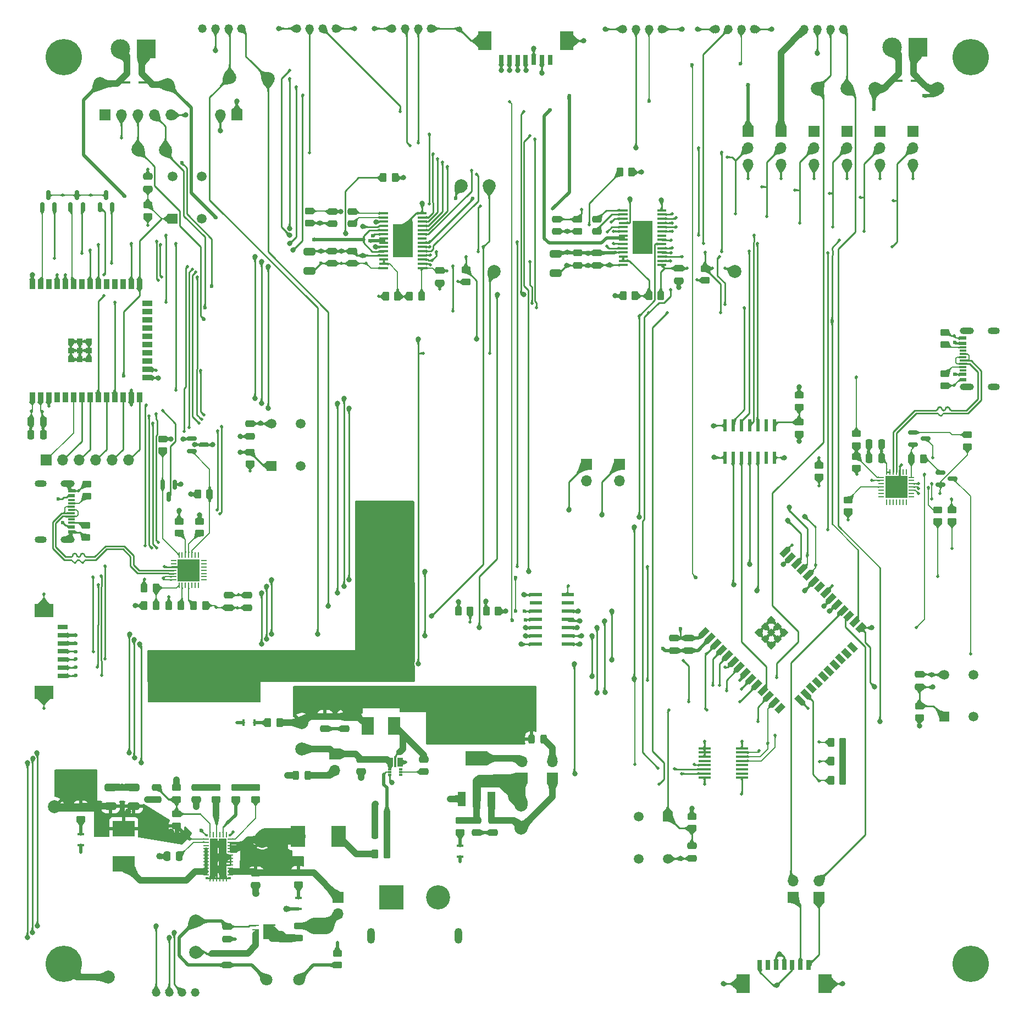
<source format=gtl>
%TF.GenerationSoftware,KiCad,Pcbnew,7.0.9*%
%TF.CreationDate,2024-03-25T13:36:48-04:00*%
%TF.ProjectId,CSTAR,43535441-522e-46b6-9963-61645f706362,rev?*%
%TF.SameCoordinates,Original*%
%TF.FileFunction,Copper,L1,Top*%
%TF.FilePolarity,Positive*%
%FSLAX46Y46*%
G04 Gerber Fmt 4.6, Leading zero omitted, Abs format (unit mm)*
G04 Created by KiCad (PCBNEW 7.0.9) date 2024-03-25 13:36:48*
%MOMM*%
%LPD*%
G01*
G04 APERTURE LIST*
G04 Aperture macros list*
%AMRoundRect*
0 Rectangle with rounded corners*
0 $1 Rounding radius*
0 $2 $3 $4 $5 $6 $7 $8 $9 X,Y pos of 4 corners*
0 Add a 4 corners polygon primitive as box body*
4,1,4,$2,$3,$4,$5,$6,$7,$8,$9,$2,$3,0*
0 Add four circle primitives for the rounded corners*
1,1,$1+$1,$2,$3*
1,1,$1+$1,$4,$5*
1,1,$1+$1,$6,$7*
1,1,$1+$1,$8,$9*
0 Add four rect primitives between the rounded corners*
20,1,$1+$1,$2,$3,$4,$5,0*
20,1,$1+$1,$4,$5,$6,$7,0*
20,1,$1+$1,$6,$7,$8,$9,0*
20,1,$1+$1,$8,$9,$2,$3,0*%
%AMRotRect*
0 Rectangle, with rotation*
0 The origin of the aperture is its center*
0 $1 length*
0 $2 width*
0 $3 Rotation angle, in degrees counterclockwise*
0 Add horizontal line*
21,1,$1,$2,0,0,$3*%
%AMFreePoly0*
4,1,9,0.533400,-0.170180,0.127000,-0.170180,0.127000,-0.127000,-0.533400,-0.127000,-0.533400,0.127000,0.127000,0.127000,0.127000,1.480820,0.533400,1.480820,0.533400,-0.170180,0.533400,-0.170180,$1*%
%AMFreePoly1*
4,1,9,0.177800,0.127000,0.533400,0.127000,0.533400,-0.127000,0.177800,-0.127000,0.177800,-2.153920,-1.320800,-2.153920,-1.320800,0.157480,0.177800,0.157480,0.177800,0.127000,0.177800,0.127000,$1*%
G04 Aperture macros list end*
%TA.AperFunction,SMDPad,CuDef*%
%ADD10RoundRect,0.250000X-0.650000X0.325000X-0.650000X-0.325000X0.650000X-0.325000X0.650000X0.325000X0*%
%TD*%
%TA.AperFunction,SMDPad,CuDef*%
%ADD11C,2.000000*%
%TD*%
%TA.AperFunction,SMDPad,CuDef*%
%ADD12RoundRect,0.250000X-0.262500X-0.450000X0.262500X-0.450000X0.262500X0.450000X-0.262500X0.450000X0*%
%TD*%
%TA.AperFunction,ComponentPad*%
%ADD13R,1.700000X1.700000*%
%TD*%
%TA.AperFunction,ComponentPad*%
%ADD14O,1.700000X1.700000*%
%TD*%
%TA.AperFunction,SMDPad,CuDef*%
%ADD15RoundRect,0.250000X0.250000X0.475000X-0.250000X0.475000X-0.250000X-0.475000X0.250000X-0.475000X0*%
%TD*%
%TA.AperFunction,SMDPad,CuDef*%
%ADD16RoundRect,0.250000X-0.475000X0.250000X-0.475000X-0.250000X0.475000X-0.250000X0.475000X0.250000X0*%
%TD*%
%TA.AperFunction,ComponentPad*%
%ADD17C,1.320800*%
%TD*%
%TA.AperFunction,SMDPad,CuDef*%
%ADD18RoundRect,0.150000X-0.587500X-0.150000X0.587500X-0.150000X0.587500X0.150000X-0.587500X0.150000X0*%
%TD*%
%TA.AperFunction,SMDPad,CuDef*%
%ADD19RoundRect,0.250000X0.650000X-0.325000X0.650000X0.325000X-0.650000X0.325000X-0.650000X-0.325000X0*%
%TD*%
%TA.AperFunction,SMDPad,CuDef*%
%ADD20RoundRect,0.150000X-0.150000X0.587500X-0.150000X-0.587500X0.150000X-0.587500X0.150000X0.587500X0*%
%TD*%
%TA.AperFunction,SMDPad,CuDef*%
%ADD21R,3.429000X2.489200*%
%TD*%
%TA.AperFunction,SMDPad,CuDef*%
%ADD22RoundRect,0.250000X-0.450000X0.262500X-0.450000X-0.262500X0.450000X-0.262500X0.450000X0.262500X0*%
%TD*%
%TA.AperFunction,SMDPad,CuDef*%
%ADD23RoundRect,0.250000X-0.250000X-0.475000X0.250000X-0.475000X0.250000X0.475000X-0.250000X0.475000X0*%
%TD*%
%TA.AperFunction,SMDPad,CuDef*%
%ADD24R,0.812800X1.447800*%
%TD*%
%TA.AperFunction,SMDPad,CuDef*%
%ADD25R,0.609600X0.304800*%
%TD*%
%TA.AperFunction,SMDPad,CuDef*%
%ADD26R,0.304800X1.727200*%
%TD*%
%TA.AperFunction,SMDPad,CuDef*%
%ADD27R,0.990600X0.406400*%
%TD*%
%TA.AperFunction,SMDPad,CuDef*%
%ADD28RoundRect,0.150000X0.150000X-0.587500X0.150000X0.587500X-0.150000X0.587500X-0.150000X-0.587500X0*%
%TD*%
%TA.AperFunction,SMDPad,CuDef*%
%ADD29RoundRect,0.250000X0.262500X0.450000X-0.262500X0.450000X-0.262500X-0.450000X0.262500X-0.450000X0*%
%TD*%
%TA.AperFunction,SMDPad,CuDef*%
%ADD30RoundRect,0.250000X0.450000X-0.262500X0.450000X0.262500X-0.450000X0.262500X-0.450000X-0.262500X0*%
%TD*%
%TA.AperFunction,SMDPad,CuDef*%
%ADD31R,1.140000X0.600000*%
%TD*%
%TA.AperFunction,SMDPad,CuDef*%
%ADD32R,1.140000X0.300000*%
%TD*%
%TA.AperFunction,ComponentPad*%
%ADD33O,2.150000X1.050000*%
%TD*%
%TA.AperFunction,ComponentPad*%
%ADD34O,1.850000X1.050000*%
%TD*%
%TA.AperFunction,SMDPad,CuDef*%
%ADD35R,1.400000X0.449999*%
%TD*%
%TA.AperFunction,ComponentPad*%
%ADD36C,0.499999*%
%TD*%
%TA.AperFunction,SMDPad,CuDef*%
%ADD37R,3.099999X5.180000*%
%TD*%
%TA.AperFunction,SMDPad,CuDef*%
%ADD38RoundRect,0.250000X0.475000X-0.250000X0.475000X0.250000X-0.475000X0.250000X-0.475000X-0.250000X0*%
%TD*%
%TA.AperFunction,SMDPad,CuDef*%
%ADD39R,0.254000X0.965200*%
%TD*%
%TA.AperFunction,SMDPad,CuDef*%
%ADD40R,0.965200X0.254000*%
%TD*%
%TA.AperFunction,SMDPad,CuDef*%
%ADD41R,3.352800X3.352800*%
%TD*%
%TA.AperFunction,SMDPad,CuDef*%
%ADD42R,0.800000X1.600000*%
%TD*%
%TA.AperFunction,SMDPad,CuDef*%
%ADD43R,2.100000X3.000000*%
%TD*%
%TA.AperFunction,SMDPad,CuDef*%
%ADD44R,1.981200X0.558800*%
%TD*%
%TA.AperFunction,SMDPad,CuDef*%
%ADD45R,0.558800X1.981200*%
%TD*%
%TA.AperFunction,ComponentPad*%
%ADD46R,1.498000X1.498000*%
%TD*%
%TA.AperFunction,ComponentPad*%
%ADD47C,1.498000*%
%TD*%
%TA.AperFunction,SMDPad,CuDef*%
%ADD48R,1.117600X0.406400*%
%TD*%
%TA.AperFunction,SMDPad,CuDef*%
%ADD49RoundRect,0.243750X-0.243750X-0.456250X0.243750X-0.456250X0.243750X0.456250X-0.243750X0.456250X0*%
%TD*%
%TA.AperFunction,SMDPad,CuDef*%
%ADD50RotRect,1.500000X0.900000X45.000000*%
%TD*%
%TA.AperFunction,SMDPad,CuDef*%
%ADD51RotRect,0.900000X1.500000X45.000000*%
%TD*%
%TA.AperFunction,SMDPad,CuDef*%
%ADD52RotRect,0.900000X0.900000X45.000000*%
%TD*%
%TA.AperFunction,SMDPad,CuDef*%
%ADD53R,1.200000X2.200000*%
%TD*%
%TA.AperFunction,SMDPad,CuDef*%
%ADD54R,3.500000X2.200000*%
%TD*%
%TA.AperFunction,ComponentPad*%
%ADD55R,3.000000X3.000000*%
%TD*%
%TA.AperFunction,ComponentPad*%
%ADD56C,3.000000*%
%TD*%
%TA.AperFunction,SMDPad,CuDef*%
%ADD57R,0.900000X1.500000*%
%TD*%
%TA.AperFunction,SMDPad,CuDef*%
%ADD58R,1.500000X0.900000*%
%TD*%
%TA.AperFunction,SMDPad,CuDef*%
%ADD59R,0.900000X0.900000*%
%TD*%
%TA.AperFunction,SMDPad,CuDef*%
%ADD60R,1.066800X0.254000*%
%TD*%
%TA.AperFunction,SMDPad,CuDef*%
%ADD61FreePoly0,0.000000*%
%TD*%
%TA.AperFunction,SMDPad,CuDef*%
%ADD62FreePoly1,0.000000*%
%TD*%
%TA.AperFunction,SMDPad,CuDef*%
%ADD63RoundRect,0.243750X0.456250X-0.243750X0.456250X0.243750X-0.456250X0.243750X-0.456250X-0.243750X0*%
%TD*%
%TA.AperFunction,SMDPad,CuDef*%
%ADD64R,1.981200X2.794000*%
%TD*%
%TA.AperFunction,ComponentPad*%
%ADD65R,3.716000X3.716000*%
%TD*%
%TA.AperFunction,ComponentPad*%
%ADD66C,3.716000*%
%TD*%
%TA.AperFunction,ComponentPad*%
%ADD67O,1.200000X2.400000*%
%TD*%
%TA.AperFunction,SMDPad,CuDef*%
%ADD68R,2.184400X3.200400*%
%TD*%
%TA.AperFunction,SMDPad,CuDef*%
%ADD69R,1.600000X0.800000*%
%TD*%
%TA.AperFunction,SMDPad,CuDef*%
%ADD70R,3.000000X2.100000*%
%TD*%
%TA.AperFunction,SMDPad,CuDef*%
%ADD71R,0.406400X0.990600*%
%TD*%
%TA.AperFunction,SMDPad,CuDef*%
%ADD72R,1.955432X0.420766*%
%TD*%
%TA.AperFunction,ComponentPad*%
%ADD73C,1.803400*%
%TD*%
%TA.AperFunction,SMDPad,CuDef*%
%ADD74R,0.812800X0.228600*%
%TD*%
%TA.AperFunction,SMDPad,CuDef*%
%ADD75R,0.228600X0.812800*%
%TD*%
%TA.AperFunction,SMDPad,CuDef*%
%ADD76R,1.193800X1.727200*%
%TD*%
%TA.AperFunction,SMDPad,CuDef*%
%ADD77R,0.381000X0.381000*%
%TD*%
%TA.AperFunction,ViaPad*%
%ADD78C,0.460000*%
%TD*%
%TA.AperFunction,ViaPad*%
%ADD79C,0.600000*%
%TD*%
%TA.AperFunction,ViaPad*%
%ADD80C,0.800000*%
%TD*%
%TA.AperFunction,ViaPad*%
%ADD81C,1.000000*%
%TD*%
%TA.AperFunction,ViaPad*%
%ADD82C,5.588000*%
%TD*%
%TA.AperFunction,Conductor*%
%ADD83C,0.250000*%
%TD*%
%TA.AperFunction,Conductor*%
%ADD84C,1.016000*%
%TD*%
%TA.AperFunction,Conductor*%
%ADD85C,0.177800*%
%TD*%
%TA.AperFunction,Conductor*%
%ADD86C,0.254000*%
%TD*%
%TA.AperFunction,Conductor*%
%ADD87C,0.508000*%
%TD*%
%TA.AperFunction,Conductor*%
%ADD88C,2.540000*%
%TD*%
%TA.AperFunction,Conductor*%
%ADD89C,1.270000*%
%TD*%
%TA.AperFunction,Conductor*%
%ADD90C,0.267208*%
%TD*%
%TA.AperFunction,Conductor*%
%ADD91C,0.200000*%
%TD*%
G04 APERTURE END LIST*
D10*
%TO.P,C25,1*%
%TO.N,+12V*%
X94996000Y-87075000D03*
%TO.P,C25,2*%
%TO.N,GND*%
X94996000Y-90025000D03*
%TD*%
%TO.P,C24,1*%
%TO.N,+12V*%
X132950000Y-87400000D03*
%TO.P,C24,2*%
%TO.N,GND*%
X132950000Y-90350000D03*
%TD*%
D11*
%TO.P,TP9,1,1*%
%TO.N,nFAULT_MOTOR_2*%
X123444000Y-90170000D03*
%TD*%
D12*
%TO.P,R23,1*%
%TO.N,GND*%
X69562500Y-138875000D03*
%TO.P,R23,2*%
%TO.N,Net-(U5-VBUS)*%
X71387500Y-138875000D03*
%TD*%
D13*
%TO.P,J10,1,Pin_1*%
%TO.N,+3V3*%
X162560000Y-68580000D03*
D14*
%TO.P,J10,2,Pin_2*%
%TO.N,/CSTAR-Drive/I4*%
X162560000Y-71120000D03*
%TO.P,J10,3,Pin_3*%
%TO.N,GND*%
X162560000Y-73660000D03*
%TD*%
D15*
%TO.P,C2,1*%
%TO.N,Net-(IC1-INTVCC)*%
X74991000Y-180213000D03*
%TO.P,C2,2*%
%TO.N,GND*%
X73091000Y-180213000D03*
%TD*%
D16*
%TO.P,C38,1*%
%TO.N,Net-(C38-Pad1)*%
X82296000Y-191074000D03*
%TO.P,C38,2*%
%TO.N,GND*%
X82296000Y-192974000D03*
%TD*%
D17*
%TO.P,J18,1,Pin_1*%
%TO.N,+5V*%
X143320000Y-52793000D03*
%TO.P,J18,2,Pin_2*%
%TO.N,5V_trig_3*%
X145319999Y-52793000D03*
%TO.P,J18,3,Pin_3*%
%TO.N,echo_3*%
X147320000Y-52793000D03*
%TO.P,J18,4,Pin_4*%
%TO.N,GND*%
X149319998Y-52793000D03*
%TD*%
D16*
%TO.P,C20,1*%
%TO.N,+12V*%
X136347200Y-87289200D03*
%TO.P,C20,2*%
%TO.N,GND*%
X136347200Y-89189200D03*
%TD*%
%TO.P,C22,1*%
%TO.N,+12V*%
X139293600Y-87279400D03*
%TO.P,C22,2*%
%TO.N,GND*%
X139293600Y-89179400D03*
%TD*%
D11*
%TO.P,TP3,1,1*%
%TO.N,+3V3*%
X127635000Y-172339000D03*
%TD*%
%TO.P,TP14,1,1*%
%TO.N,/CSTAR-Drive/OUT1_MOTOR_1*%
X191770000Y-61976000D03*
%TD*%
D16*
%TO.P,C4,1*%
%TO.N,Net-(IC1-EN{slash}UV)*%
X86741000Y-182819000D03*
%TO.P,C4,2*%
%TO.N,GND*%
X86741000Y-184719000D03*
%TD*%
D13*
%TO.P,J2,1,Pin_1*%
%TO.N,Net-(J2-Pin_1)*%
X132461000Y-168153000D03*
D14*
%TO.P,J2,2,Pin_2*%
%TO.N,Net-(J2-Pin_2)*%
X132461000Y-165613000D03*
%TD*%
D11*
%TO.P,TP7,1,1*%
%TO.N,+5V*%
X93853000Y-159639000D03*
%TD*%
D18*
%TO.P,Q4,1,G*%
%TO.N,Net-(Q4-G)*%
X188014000Y-114938000D03*
%TO.P,Q4,2,S*%
%TO.N,DTR_2*%
X188014000Y-116838000D03*
%TO.P,Q4,3,D*%
%TO.N,IO0_2*%
X189889000Y-115888000D03*
%TD*%
D19*
%TO.P,C8,1*%
%TO.N,+12V*%
X64389000Y-172544000D03*
%TO.P,C8,2*%
%TO.N,GND*%
X64389000Y-169594000D03*
%TD*%
D20*
%TO.P,Q2,1,G*%
%TO.N,Net-(Q2-G)*%
X74277500Y-122942500D03*
%TO.P,Q2,2,S*%
%TO.N,DTR*%
X72377500Y-122942500D03*
%TO.P,Q2,3,D*%
%TO.N,IO0*%
X73327500Y-124817500D03*
%TD*%
D21*
%TO.P,L1,1,1*%
%TO.N,Net-(IC1-SW_1)*%
X66421000Y-181406800D03*
%TO.P,L1,2,2*%
%TO.N,+12V*%
X66421000Y-175971200D03*
%TD*%
D22*
%TO.P,R41,1*%
%TO.N,Net-(U8-RXD)*%
X191824000Y-126852500D03*
%TO.P,R41,2*%
%TO.N,UART_RXD_2*%
X191824000Y-128677500D03*
%TD*%
D23*
%TO.P,C31,1*%
%TO.N,GND*%
X52136000Y-113284000D03*
%TO.P,C31,2*%
%TO.N,+3V3*%
X54036000Y-113284000D03*
%TD*%
D22*
%TO.P,R3,1*%
%TO.N,Net-(C3-Pad1)*%
X80645000Y-169648500D03*
%TO.P,R3,2*%
%TO.N,Net-(IC1-VC)*%
X80645000Y-171473500D03*
%TD*%
D24*
%TO.P,PS1,1,VIN*%
%TO.N,Net-(J3-Pin_1)*%
X107492988Y-165757784D03*
D25*
%TO.P,PS1,2,EN*%
X107392978Y-166808988D03*
%TO.P,PS1,3,FB*%
%TO.N,Net-(PS1-FB)*%
X107392978Y-167259000D03*
%TO.P,PS1,4,COMP*%
%TO.N,GND*%
X107392988Y-167709012D03*
%TO.P,PS1,5,PG*%
%TO.N,unconnected-(PS1-PG-Pad5)*%
X109092990Y-167709012D03*
%TO.P,PS1,6,BST*%
%TO.N,Net-(PS1-BST)*%
X109093000Y-167259000D03*
%TO.P,PS1,7,NC*%
%TO.N,unconnected-(PS1-NC-Pad7)*%
X109093000Y-166808988D03*
D24*
%TO.P,PS1,8,GND*%
%TO.N,GND*%
X108992990Y-165757784D03*
D26*
%TO.P,PS1,9,SW*%
%TO.N,Net-(PS1-SW)*%
X108242989Y-165618084D03*
%TD*%
D27*
%TO.P,LED4,1*%
%TO.N,GND*%
X59817000Y-178523900D03*
%TO.P,LED4,2*%
%TO.N,Net-(LED4-Pad2)*%
X59817000Y-176822100D03*
%TD*%
D13*
%TO.P,J22,1,Pin_1*%
%TO.N,UART_TXD*%
X137668000Y-119883000D03*
D14*
%TO.P,J22,2,Pin_2*%
%TO.N,UART_RXD_2*%
X137668000Y-122423000D03*
%TD*%
D28*
%TO.P,Q5,1,G*%
%TO.N,RGB_Red_Control*%
X58232000Y-80264000D03*
%TO.P,Q5,2,S*%
%TO.N,Net-(J29-Pin_2)*%
X60132000Y-80264000D03*
%TO.P,Q5,3,D*%
%TO.N,GND*%
X59182000Y-78389000D03*
%TD*%
D29*
%TO.P,R11,1*%
%TO.N,Net-(PS1-FB)*%
X106957500Y-179857400D03*
%TO.P,R11,2*%
%TO.N,GND*%
X105132500Y-179857400D03*
%TD*%
D30*
%TO.P,R13,1*%
%TO.N,Net-(U3-V3P3OUT)*%
X119126000Y-91741000D03*
%TO.P,R13,2*%
%TO.N,nFAULT_MOTOR_2*%
X119126000Y-89916000D03*
%TD*%
D11*
%TO.P,TP12,1,1*%
%TO.N,IN1_MOTOR_2*%
X118364000Y-76962000D03*
%TD*%
D28*
%TO.P,Q7,1,G*%
%TO.N,RGB_Blue_Control*%
X62738000Y-80264000D03*
%TO.P,Q7,2,S*%
%TO.N,Net-(J29-Pin_4)*%
X64638000Y-80264000D03*
%TO.P,Q7,3,D*%
%TO.N,GND*%
X63688000Y-78389000D03*
%TD*%
D31*
%TO.P,J27,A1_B12,GND_A*%
%TO.N,GND*%
X195680000Y-106800000D03*
%TO.P,J27,A4_B9,VBUS_A*%
%TO.N,VBUS_2*%
X195680000Y-106000000D03*
D32*
%TO.P,J27,A5,CC1*%
%TO.N,Net-(J27-CC1)*%
X195680000Y-104850000D03*
%TO.P,J27,A6,DP1*%
%TO.N,USB2_D+*%
X195680000Y-103850000D03*
%TO.P,J27,A7,DN1*%
%TO.N,USB2_D-*%
X195680000Y-103350000D03*
%TO.P,J27,A8,SBU1*%
%TO.N,unconnected-(J27-SBU1-PadA8)*%
X195680000Y-102350000D03*
D31*
%TO.P,J27,B1_A12,GND_B*%
%TO.N,GND*%
X195680000Y-100400000D03*
%TO.P,J27,B4_A9,VBUS_B*%
%TO.N,VBUS_2*%
X195680000Y-101200000D03*
D32*
%TO.P,J27,B5,CC2*%
%TO.N,Net-(J27-CC2)*%
X195680000Y-101850000D03*
%TO.P,J27,B6,DP2*%
%TO.N,USB2_D+*%
X195680000Y-102850000D03*
%TO.P,J27,B7,DN2*%
%TO.N,USB2_D-*%
X195680000Y-104350000D03*
%TO.P,J27,B8,SBU2*%
%TO.N,unconnected-(J27-SBU2-PadB8)*%
X195680000Y-105350000D03*
D33*
%TO.P,J27,SH1,SHIELD*%
%TO.N,GND*%
X196250000Y-107920000D03*
%TO.P,J27,SH2,SHIELD__1*%
X196250000Y-99280000D03*
D34*
%TO.P,J27,SH3,SHIELD__2*%
X200400000Y-107920000D03*
%TO.P,J27,SH4,SHIELD__3*%
X200400000Y-99280000D03*
%TD*%
D35*
%TO.P,U2,1,CP1*%
%TO.N,Net-(U2-CP1)*%
X143353998Y-80695000D03*
%TO.P,U2,2,CP2*%
%TO.N,Net-(U2-CP2)*%
X143353998Y-81345001D03*
%TO.P,U2,3,VCP*%
%TO.N,Net-(U2-VCP)*%
X143353998Y-81995000D03*
%TO.P,U2,4,VM*%
%TO.N,+12V*%
X143353998Y-82645001D03*
%TO.P,U2,5,OUT1*%
%TO.N,/CSTAR-Drive/OUT1_MOTOR_1*%
X143353998Y-83294999D03*
%TO.P,U2,6,ISEN*%
%TO.N,Net-(R20-Pad2)*%
X143353998Y-83945001D03*
%TO.P,U2,7,OUT2*%
%TO.N,/CSTAR-Drive/OUT2_MOTOR_1*%
X143353998Y-84594999D03*
%TO.P,U2,8,OUT2*%
X143353998Y-85245001D03*
%TO.P,U2,9,ISEN*%
%TO.N,Net-(R20-Pad2)*%
X143353998Y-85894999D03*
%TO.P,U2,10,OUT1*%
%TO.N,/CSTAR-Drive/OUT1_MOTOR_1*%
X143353998Y-86545001D03*
%TO.P,U2,11,VM*%
%TO.N,+12V*%
X143353998Y-87194999D03*
%TO.P,U2,12,VREF*%
%TO.N,Net-(R14-Pad2)*%
X143353998Y-87845000D03*
%TO.P,U2,13,VREF*%
X143353998Y-88494999D03*
%TO.P,U2,14,GND*%
%TO.N,GND*%
X143353998Y-89145000D03*
%TO.P,U2,15,V3P3OUT*%
%TO.N,Net-(U2-V3P3OUT)*%
X149253999Y-89145000D03*
%TO.P,U2,16,RESET_N*%
%TO.N,RST_MOTOR*%
X149253999Y-88494999D03*
%TO.P,U2,17,SLEEP_N*%
%TO.N,SCL_MOTOR*%
X149253999Y-87845000D03*
%TO.P,U2,18,FAULT_N*%
%TO.N,nFAULT_MOTOR_1*%
X149253999Y-87194999D03*
%TO.P,U2,19,DECAY*%
%TO.N,/CSTAR-Drive/nDECAY*%
X149253999Y-86545001D03*
%TO.P,U2,20,IN2*%
%TO.N,IN2_MOTOR_1*%
X149253999Y-85894999D03*
%TO.P,U2,21,IN1*%
%TO.N,IN1_MOTOR_1*%
X149253999Y-85245001D03*
%TO.P,U2,22,NC*%
%TO.N,unconnected-(U2-NC-Pad22)*%
X149253999Y-84594999D03*
%TO.P,U2,23,I0*%
%TO.N,/CSTAR-Drive/I0*%
X149253999Y-83945001D03*
%TO.P,U2,24,I1*%
%TO.N,/CSTAR-Drive/I1*%
X149253999Y-83294999D03*
%TO.P,U2,25,I2*%
%TO.N,/CSTAR-Drive/I2*%
X149253999Y-82645001D03*
%TO.P,U2,26,I3*%
%TO.N,/CSTAR-Drive/I3*%
X149253999Y-81995000D03*
%TO.P,U2,27,I4*%
%TO.N,/CSTAR-Drive/I4*%
X149253999Y-81345001D03*
%TO.P,U2,28,GND*%
%TO.N,GND*%
X149253999Y-80695000D03*
D36*
%TO.P,U2,29,PAD*%
X145203997Y-82719999D03*
X145203997Y-83820000D03*
X145203997Y-84920000D03*
X145203997Y-86020000D03*
X145203997Y-87120001D03*
X146303997Y-82719999D03*
D37*
X146303997Y-84920000D03*
D36*
X146303997Y-87120001D03*
X146304000Y-83820000D03*
X146304000Y-84920000D03*
X146304000Y-86020000D03*
X147403997Y-82719999D03*
X147403997Y-83820000D03*
X147403997Y-84920000D03*
X147403997Y-86020000D03*
X147403997Y-87120001D03*
%TD*%
D30*
%TO.P,R51,1*%
%TO.N,Net-(J27-CC2)*%
X192913000Y-101369500D03*
%TO.P,R51,2*%
%TO.N,GND*%
X192913000Y-99544500D03*
%TD*%
D22*
%TO.P,R9,1*%
%TO.N,+12V*%
X59817000Y-172696500D03*
%TO.P,R9,2*%
%TO.N,Net-(LED4-Pad2)*%
X59817000Y-174521500D03*
%TD*%
D11*
%TO.P,TP19,1,1*%
%TO.N,Ch.B_MOTOR_2*%
X88646000Y-60452000D03*
%TD*%
D17*
%TO.P,J17,1,Pin_1*%
%TO.N,+5V*%
X157553401Y-52832000D03*
%TO.P,J17,2,Pin_2*%
%TO.N,5V_trig_4*%
X159553400Y-52832000D03*
%TO.P,J17,3,Pin_3*%
%TO.N,echo_4*%
X161553401Y-52832000D03*
%TO.P,J17,4,Pin_4*%
%TO.N,GND*%
X163553399Y-52832000D03*
%TD*%
D13*
%TO.P,J3,1,Pin_1*%
%TO.N,Net-(J3-Pin_1)*%
X98933000Y-164460000D03*
D14*
%TO.P,J3,2,Pin_2*%
%TO.N,Net-(J3-Pin_2)*%
X98933000Y-167000000D03*
%TD*%
D17*
%TO.P,J11,1,1*%
%TO.N,+3V3*%
X171260000Y-52832000D03*
%TO.P,J11,2,2*%
%TO.N,GND*%
X173259999Y-52832000D03*
%TO.P,J11,3,3*%
%TO.N,Ch.A_MOTOR_1*%
X175260000Y-52832000D03*
%TO.P,J11,4,4*%
%TO.N,Ch.B_MOTOR_1*%
X177259998Y-52832000D03*
%TD*%
D13*
%TO.P,J20,1,Pin_1*%
%TO.N,UART_RXD*%
X142748000Y-119883000D03*
D14*
%TO.P,J20,2,Pin_2*%
%TO.N,UART_TXD_2*%
X142748000Y-122423000D03*
%TD*%
D38*
%TO.P,C34,1*%
%TO.N,IO0_2*%
X188976000Y-154112000D03*
%TO.P,C34,2*%
%TO.N,GND*%
X188976000Y-152212000D03*
%TD*%
D30*
%TO.P,R5,1*%
%TO.N,Net-(IC1-SYNC{slash}MODE)*%
X83693000Y-171473500D03*
%TO.P,R5,2*%
%TO.N,GND*%
X83693000Y-169648500D03*
%TD*%
D13*
%TO.P,J6,1,Pin_1*%
%TO.N,Net-(J6-Pin_1)*%
X173482000Y-186576000D03*
D14*
%TO.P,J6,2,Pin_2*%
%TO.N,RXD_LIDAR*%
X173482000Y-184036000D03*
%TD*%
D38*
%TO.P,C29,1*%
%TO.N,IO0*%
X70104000Y-77404000D03*
%TO.P,C29,2*%
%TO.N,GND*%
X70104000Y-75504000D03*
%TD*%
D11*
%TO.P,TP10,1,1*%
%TO.N,IN1_MOTOR_1*%
X68580000Y-71374000D03*
%TD*%
D16*
%TO.P,C1,1*%
%TO.N,Net-(J2-Pin_1)*%
X123317000Y-174691000D03*
%TO.P,C1,2*%
%TO.N,GND*%
X123317000Y-176591000D03*
%TD*%
D39*
%TO.P,U8,1,DCD*%
%TO.N,unconnected-(U8-DCD-Pad1)*%
X186935900Y-121019900D03*
%TO.P,U8,2,RI/CLK*%
%TO.N,unconnected-(U8-RI{slash}CLK-Pad2)*%
X186435901Y-121019900D03*
%TO.P,U8,3,GND*%
%TO.N,GND*%
X185935899Y-121019900D03*
%TO.P,U8,4,D+*%
%TO.N,USB2_D+*%
X185435900Y-121019900D03*
%TO.P,U8,5,D-*%
%TO.N,USB2_D-*%
X184935901Y-121019900D03*
%TO.P,U8,6,VDD*%
%TO.N,+3V3*%
X184435899Y-121019900D03*
%TO.P,U8,7,VREGIN*%
X183935900Y-121019900D03*
D40*
%TO.P,U8,8,VBUS*%
%TO.N,Net-(U8-VBUS)*%
X183111800Y-121844000D03*
%TO.P,U8,9,RSTb*%
%TO.N,Net-(U8-RSTb)*%
X183111800Y-122343999D03*
%TO.P,U8,10,NC*%
%TO.N,unconnected-(U8-NC-Pad10)*%
X183111800Y-122844001D03*
%TO.P,U8,11,SUSPENDb*%
%TO.N,Net-(U8-SUSPENDb)*%
X183111800Y-123344000D03*
%TO.P,U8,12,SUSPEND*%
%TO.N,unconnected-(U8-SUSPEND-Pad12)*%
X183111800Y-123843999D03*
%TO.P,U8,13,CHREN*%
%TO.N,unconnected-(U8-CHREN-Pad13)*%
X183111800Y-124344001D03*
%TO.P,U8,14,CHR1*%
%TO.N,unconnected-(U8-CHR1-Pad14)*%
X183111800Y-124844000D03*
D39*
%TO.P,U8,15,CHR0*%
%TO.N,unconnected-(U8-CHR0-Pad15)*%
X183935900Y-125668100D03*
%TO.P,U8,16,GPIO.3/WAKEUP*%
%TO.N,unconnected-(U8-GPIO.3{slash}WAKEUP-Pad16)*%
X184435899Y-125668100D03*
%TO.P,U8,17,GPIO.2/RS485*%
%TO.N,unconnected-(U8-GPIO.2{slash}RS485-Pad17)*%
X184935901Y-125668100D03*
%TO.P,U8,18,GPIO.1/RXT*%
%TO.N,unconnected-(U8-GPIO.1{slash}RXT-Pad18)*%
X185435900Y-125668100D03*
%TO.P,U8,19,GPIO.0/TXT*%
%TO.N,unconnected-(U8-GPIO.0{slash}TXT-Pad19)*%
X185935899Y-125668100D03*
%TO.P,U8,20,GPIO.6*%
%TO.N,unconnected-(U8-GPIO.6-Pad20)*%
X186435901Y-125668100D03*
%TO.P,U8,21,GPIO.5*%
%TO.N,unconnected-(U8-GPIO.5-Pad21)*%
X186935900Y-125668100D03*
D40*
%TO.P,U8,22,GPIO.4*%
%TO.N,unconnected-(U8-GPIO.4-Pad22)*%
X187760000Y-124844000D03*
%TO.P,U8,23,CTS*%
%TO.N,unconnected-(U8-CTS-Pad23)*%
X187760000Y-124344001D03*
%TO.P,U8,24,RTS*%
%TO.N,RTS_2*%
X187760000Y-123843999D03*
%TO.P,U8,25,RXD*%
%TO.N,Net-(U8-RXD)*%
X187760000Y-123344000D03*
%TO.P,U8,26,TXD*%
%TO.N,Net-(U8-TXD)*%
X187760000Y-122844001D03*
%TO.P,U8,27,DSR*%
%TO.N,unconnected-(U8-DSR-Pad27)*%
X187760000Y-122343999D03*
%TO.P,U8,28,DTR*%
%TO.N,DTR_2*%
X187760000Y-121844000D03*
D41*
%TO.P,U8,29,EPAD*%
%TO.N,GND*%
X185435900Y-123344000D03*
%TD*%
D30*
%TO.P,R39,1*%
%TO.N,RTS_2*%
X196396000Y-117120500D03*
%TO.P,R39,2*%
%TO.N,Net-(Q4-G)*%
X196396000Y-115295500D03*
%TD*%
%TO.P,R31,1*%
%TO.N,+3V3*%
X70104000Y-81684500D03*
%TO.P,R31,2*%
%TO.N,IO0*%
X70104000Y-79859500D03*
%TD*%
D16*
%TO.P,C12,1*%
%TO.N,+5V*%
X100457000Y-158689000D03*
%TO.P,C12,2*%
%TO.N,GND*%
X100457000Y-160589000D03*
%TD*%
D42*
%TO.P,J26,1,1*%
%TO.N,unconnected-(J26-Pad1)*%
X132070000Y-57510000D03*
%TO.P,J26,2,2*%
%TO.N,GND*%
X130820000Y-57510000D03*
%TO.P,J26,3,3*%
%TO.N,+3V3*%
X129570000Y-57510000D03*
%TO.P,J26,4,4*%
%TO.N,I2S_D2*%
X128320000Y-57510000D03*
%TO.P,J26,5,5*%
%TO.N,I2S_CLK*%
X127070000Y-57510000D03*
%TO.P,J26,6,6*%
%TO.N,I2S_CMD*%
X125820000Y-57510000D03*
%TO.P,J26,7,7*%
%TO.N,I2S_D0*%
X124570000Y-57510000D03*
D43*
%TO.P,J26,S1,SHIELD1*%
%TO.N,GND*%
X134620000Y-54610000D03*
%TO.P,J26,S2,SHIELD2*%
X122020000Y-54610000D03*
%TD*%
D13*
%TO.P,J5,1,Pin_1*%
%TO.N,Net-(J5-Pin_1)*%
X169545000Y-186576000D03*
D14*
%TO.P,J5,2,Pin_2*%
%TO.N,TXD_LIDAR*%
X169545000Y-184036000D03*
%TD*%
D12*
%TO.P,R22,1*%
%TO.N,VBUS_1*%
X69572500Y-141605000D03*
%TO.P,R22,2*%
%TO.N,Net-(U5-VBUS)*%
X71397500Y-141605000D03*
%TD*%
D30*
%TO.P,R53,1*%
%TO.N,Net-(U7-OE)*%
X170434000Y-111017700D03*
%TO.P,R53,2*%
%TO.N,+3V3*%
X170434000Y-109192700D03*
%TD*%
%TO.P,R35,1*%
%TO.N,GND*%
X179251000Y-120446000D03*
%TO.P,R35,2*%
%TO.N,Net-(U8-VBUS)*%
X179251000Y-118621000D03*
%TD*%
D11*
%TO.P,TP21,1,1*%
%TO.N,Ch.A_MOTOR_2*%
X82727800Y-60223400D03*
%TD*%
D44*
%TO.P,U4,1,VCCA*%
%TO.N,+3V3*%
X134797800Y-147574000D03*
%TO.P,U4,2,A1*%
%TO.N,3V_echo_1*%
X134797800Y-146304000D03*
%TO.P,U4,3,A2*%
%TO.N,3V_echo_2*%
X134797800Y-145034000D03*
%TO.P,U4,4,A3*%
%TO.N,3V_echo_3*%
X134797800Y-143764000D03*
%TO.P,U4,5,A4*%
%TO.N,3V_echo_4*%
X134797800Y-142494000D03*
%TO.P,U4,6,NC*%
%TO.N,unconnected-(U4-NC-Pad6)*%
X134797800Y-141224000D03*
%TO.P,U4,7,GND*%
%TO.N,GND*%
X134797800Y-139954000D03*
%TO.P,U4,8,OE*%
%TO.N,Net-(U4-OE)*%
X129870200Y-139954000D03*
%TO.P,U4,9,NC*%
%TO.N,unconnected-(U4-NC-Pad9)*%
X129870200Y-141224000D03*
%TO.P,U4,10,B4*%
%TO.N,echo_4*%
X129870200Y-142494000D03*
%TO.P,U4,11,B3*%
%TO.N,echo_3*%
X129870200Y-143764000D03*
%TO.P,U4,12,B2*%
%TO.N,echo_2*%
X129870200Y-145034000D03*
%TO.P,U4,13,B1*%
%TO.N,echo_1*%
X129870200Y-146304000D03*
%TO.P,U4,14,VCCB*%
%TO.N,+5V*%
X129870200Y-147574000D03*
%TD*%
D23*
%TO.P,C11,1*%
%TO.N,+5V*%
X105095000Y-176809400D03*
%TO.P,C11,2*%
%TO.N,Net-(PS1-FB)*%
X106995000Y-176809400D03*
%TD*%
D12*
%TO.P,R45,1*%
%TO.N,Net-(U4-OE)*%
X117959500Y-142494000D03*
%TO.P,R45,2*%
%TO.N,GND*%
X119784500Y-142494000D03*
%TD*%
D38*
%TO.P,C17,1*%
%TO.N,+12V*%
X98552000Y-82804000D03*
%TO.P,C17,2*%
%TO.N,Net-(U3-VCP)*%
X98552000Y-80904000D03*
%TD*%
%TO.P,C27,1*%
%TO.N,GND*%
X85471000Y-141920000D03*
%TO.P,C27,2*%
%TO.N,+3V3*%
X85471000Y-140020000D03*
%TD*%
D22*
%TO.P,R6,1*%
%TO.N,+3V3*%
X118237000Y-174728500D03*
%TO.P,R6,2*%
%TO.N,Net-(LED3-Pad2)*%
X118237000Y-176553500D03*
%TD*%
D38*
%TO.P,C6,1*%
%TO.N,+12V*%
X71501000Y-171511000D03*
%TO.P,C6,2*%
%TO.N,Net-(IC1-FB)*%
X71501000Y-169611000D03*
%TD*%
D22*
%TO.P,R7,1*%
%TO.N,Net-(IC1-FB)*%
X74549000Y-173712500D03*
%TO.P,R7,2*%
%TO.N,+12V*%
X74549000Y-175537500D03*
%TD*%
D12*
%TO.P,R38,1*%
%TO.N,DTR_2*%
X187736500Y-119002000D03*
%TO.P,R38,2*%
%TO.N,Net-(Q3-G)*%
X189561500Y-119002000D03*
%TD*%
D11*
%TO.P,TP-VGSW1,1,1*%
%TO.N,Net-(C38-Pad1)*%
X77470000Y-190246000D03*
%TD*%
D13*
%TO.P,J15,1,Pin_1*%
%TO.N,+3V3*%
X167640000Y-68580000D03*
D14*
%TO.P,J15,2,Pin_2*%
%TO.N,/CSTAR-Drive/I3*%
X167640000Y-71120000D03*
%TO.P,J15,3,Pin_3*%
%TO.N,GND*%
X167640000Y-73660000D03*
%TD*%
D27*
%TO.P,LED3,1*%
%TO.N,GND*%
X118237000Y-180301900D03*
%TO.P,LED3,2*%
%TO.N,Net-(LED3-Pad2)*%
X118237000Y-178600100D03*
%TD*%
D16*
%TO.P,C9,1*%
%TO.N,Net-(J3-Pin_1)*%
X102997000Y-165293000D03*
%TO.P,C9,2*%
%TO.N,GND*%
X102997000Y-167193000D03*
%TD*%
D29*
%TO.P,R26,1*%
%TO.N,RTS*%
X79652500Y-124460000D03*
%TO.P,R26,2*%
%TO.N,Net-(Q2-G)*%
X77827500Y-124460000D03*
%TD*%
D13*
%TO.P,J8,1,Pin_1*%
%TO.N,+3V3*%
X182880000Y-68580000D03*
D14*
%TO.P,J8,2,Pin_2*%
%TO.N,/CSTAR-Drive/I0*%
X182880000Y-71120000D03*
%TO.P,J8,3,Pin_3*%
%TO.N,GND*%
X182880000Y-73660000D03*
%TD*%
D11*
%TO.P,TP1,1,1*%
%TO.N,Net-(J2-Pin_1)*%
X127635000Y-175895000D03*
%TD*%
D45*
%TO.P,U7,1,VCCA*%
%TO.N,+3V3*%
X159004000Y-118795800D03*
%TO.P,U7,2,A1*%
%TO.N,trig_1*%
X160274000Y-118795800D03*
%TO.P,U7,3,A2*%
%TO.N,trig_2*%
X161544000Y-118795800D03*
%TO.P,U7,4,A3*%
%TO.N,trig_3*%
X162814000Y-118795800D03*
%TO.P,U7,5,A4*%
%TO.N,trig_4*%
X164084000Y-118795800D03*
%TO.P,U7,6,NC*%
%TO.N,unconnected-(U7-NC-Pad6)*%
X165354000Y-118795800D03*
%TO.P,U7,7,GND*%
%TO.N,GND*%
X166624000Y-118795800D03*
%TO.P,U7,8,OE*%
%TO.N,Net-(U7-OE)*%
X166624000Y-113868200D03*
%TO.P,U7,9,NC*%
%TO.N,unconnected-(U7-NC-Pad9)*%
X165354000Y-113868200D03*
%TO.P,U7,10,B4*%
%TO.N,5V_trig_4*%
X164084000Y-113868200D03*
%TO.P,U7,11,B3*%
%TO.N,5V_trig_3*%
X162814000Y-113868200D03*
%TO.P,U7,12,B2*%
%TO.N,5V_trig_2*%
X161544000Y-113868200D03*
%TO.P,U7,13,B1*%
%TO.N,5V_trig_1*%
X160274000Y-113868200D03*
%TO.P,U7,14,VCCB*%
%TO.N,+5V*%
X159004000Y-113868200D03*
%TD*%
D46*
%TO.P,SW4,1,1*%
%TO.N,EN_2*%
X150205000Y-174100000D03*
D47*
%TO.P,SW4,2,2*%
%TO.N,GND*%
X150205000Y-180600000D03*
%TO.P,SW4,3*%
%TO.N,N/C*%
X145705000Y-174100000D03*
%TO.P,SW4,4*%
X145705000Y-180600000D03*
%TD*%
D38*
%TO.P,C15,1*%
%TO.N,GND*%
X115062000Y-91882000D03*
%TO.P,C15,2*%
%TO.N,Net-(U3-V3P3OUT)*%
X115062000Y-89982000D03*
%TD*%
D35*
%TO.P,U3,1,CP1*%
%TO.N,Net-(U3-CP1)*%
X106473201Y-81154199D03*
%TO.P,U3,2,CP2*%
%TO.N,Net-(U3-CP2)*%
X106473201Y-81804200D03*
%TO.P,U3,3,VCP*%
%TO.N,Net-(U3-VCP)*%
X106473201Y-82454199D03*
%TO.P,U3,4,VM*%
%TO.N,+12V*%
X106473201Y-83104200D03*
%TO.P,U3,5,OUT1*%
%TO.N,/CSTAR-Drive/OUT1_MOTOR_2*%
X106473201Y-83754198D03*
%TO.P,U3,6,ISEN*%
%TO.N,Net-(R21-Pad2)*%
X106473201Y-84404200D03*
%TO.P,U3,7,OUT2*%
%TO.N,/CSTAR-Drive/OUT2_MOTOR_2*%
X106473201Y-85054198D03*
%TO.P,U3,8,OUT2*%
X106473201Y-85704200D03*
%TO.P,U3,9,ISEN*%
%TO.N,Net-(R21-Pad2)*%
X106473201Y-86354198D03*
%TO.P,U3,10,OUT1*%
%TO.N,/CSTAR-Drive/OUT1_MOTOR_2*%
X106473201Y-87004200D03*
%TO.P,U3,11,VM*%
%TO.N,+12V*%
X106473201Y-87654198D03*
%TO.P,U3,12,VREF*%
%TO.N,Net-(R16-Pad2)*%
X106473201Y-88304199D03*
%TO.P,U3,13,VREF*%
X106473201Y-88954198D03*
%TO.P,U3,14,GND*%
%TO.N,GND*%
X106473201Y-89604199D03*
%TO.P,U3,15,V3P3OUT*%
%TO.N,Net-(U3-V3P3OUT)*%
X112373202Y-89604199D03*
%TO.P,U3,16,RESET_N*%
%TO.N,RST_MOTOR*%
X112373202Y-88954198D03*
%TO.P,U3,17,SLEEP_N*%
%TO.N,SCL_MOTOR*%
X112373202Y-88304199D03*
%TO.P,U3,18,FAULT_N*%
%TO.N,nFAULT_MOTOR_2*%
X112373202Y-87654198D03*
%TO.P,U3,19,DECAY*%
%TO.N,/CSTAR-Drive/nDECAY*%
X112373202Y-87004200D03*
%TO.P,U3,20,IN2*%
%TO.N,IN2_MOTOR_2*%
X112373202Y-86354198D03*
%TO.P,U3,21,IN1*%
%TO.N,IN1_MOTOR_2*%
X112373202Y-85704200D03*
%TO.P,U3,22,NC*%
%TO.N,unconnected-(U3-NC-Pad22)*%
X112373202Y-85054198D03*
%TO.P,U3,23,I0*%
%TO.N,/CSTAR-Drive/I0*%
X112373202Y-84404200D03*
%TO.P,U3,24,I1*%
%TO.N,/CSTAR-Drive/I1*%
X112373202Y-83754198D03*
%TO.P,U3,25,I2*%
%TO.N,/CSTAR-Drive/I2*%
X112373202Y-83104200D03*
%TO.P,U3,26,I3*%
%TO.N,/CSTAR-Drive/I3*%
X112373202Y-82454199D03*
%TO.P,U3,27,I4*%
%TO.N,/CSTAR-Drive/I4*%
X112373202Y-81804200D03*
%TO.P,U3,28,GND*%
%TO.N,GND*%
X112373202Y-81154199D03*
D36*
%TO.P,U3,29,PAD*%
X108323200Y-83179198D03*
X108323200Y-84279199D03*
X108323200Y-85379199D03*
X108323200Y-86479199D03*
X108323200Y-87579200D03*
X109423200Y-83179198D03*
D37*
X109423200Y-85379199D03*
D36*
X109423200Y-87579200D03*
X109423203Y-84279199D03*
X109423203Y-85379199D03*
X109423203Y-86479199D03*
X110523200Y-83179198D03*
X110523200Y-84279199D03*
X110523200Y-85379199D03*
X110523200Y-86479199D03*
X110523200Y-87579200D03*
%TD*%
D48*
%TO.P,CR1,1,1*%
%TO.N,/CSTAR-Drive/OUT2_MOTOR_2*%
X66929000Y-61000000D03*
%TO.P,CR1,2,2*%
%TO.N,/CSTAR-Drive/OUT1_MOTOR_2*%
X69215000Y-61000000D03*
%TD*%
D16*
%TO.P,C37,1*%
%TO.N,GND*%
X153416000Y-146624000D03*
%TO.P,C37,2*%
%TO.N,+3V3*%
X153416000Y-148524000D03*
%TD*%
D49*
%TO.P,F2,1*%
%TO.N,+5V*%
X129237500Y-162179000D03*
%TO.P,F2,2*%
%TO.N,Net-(J2-Pin_2)*%
X131112500Y-162179000D03*
%TD*%
D38*
%TO.P,C28,1*%
%TO.N,EN*%
X85852000Y-115504000D03*
%TO.P,C28,2*%
%TO.N,GND*%
X85852000Y-113604000D03*
%TD*%
D31*
%TO.P,J31,A1_B12,GND_A*%
%TO.N,GND*%
X58357500Y-123900000D03*
%TO.P,J31,A4_B9,VBUS_A*%
%TO.N,VBUS_1*%
X58357500Y-124700000D03*
D32*
%TO.P,J31,A5,CC1*%
%TO.N,Net-(J31-CC1)*%
X58357500Y-125850000D03*
%TO.P,J31,A6,DP1*%
%TO.N,USB1_D+*%
X58357500Y-126850000D03*
%TO.P,J31,A7,DN1*%
%TO.N,USB1_D-*%
X58357500Y-127350000D03*
%TO.P,J31,A8,SBU1*%
%TO.N,unconnected-(J31-SBU1-PadA8)*%
X58357500Y-128350000D03*
D31*
%TO.P,J31,B1_A12,GND_B*%
%TO.N,GND*%
X58357500Y-130300000D03*
%TO.P,J31,B4_A9,VBUS_B*%
%TO.N,VBUS_1*%
X58357500Y-129500000D03*
D32*
%TO.P,J31,B5,CC2*%
%TO.N,Net-(J31-CC2)*%
X58357500Y-128850000D03*
%TO.P,J31,B6,DP2*%
%TO.N,USB1_D+*%
X58357500Y-127850000D03*
%TO.P,J31,B7,DN2*%
%TO.N,USB1_D-*%
X58357500Y-126350000D03*
%TO.P,J31,B8,SBU2*%
%TO.N,unconnected-(J31-SBU2-PadB8)*%
X58357500Y-125350000D03*
D33*
%TO.P,J31,SH1,SHIELD*%
%TO.N,GND*%
X57787500Y-122780000D03*
%TO.P,J31,SH2,SHIELD__1*%
X57787500Y-131420000D03*
D34*
%TO.P,J31,SH3,SHIELD__2*%
X53637500Y-122780000D03*
%TO.P,J31,SH4,SHIELD__3*%
X53637500Y-131420000D03*
%TD*%
D22*
%TO.P,R43,1*%
%TO.N,Net-(U7-OE)*%
X170434000Y-113360200D03*
%TO.P,R43,2*%
%TO.N,GND*%
X170434000Y-115185200D03*
%TD*%
%TO.P,R8,1*%
%TO.N,GND*%
X74549000Y-169648500D03*
%TO.P,R8,2*%
%TO.N,Net-(IC1-FB)*%
X74549000Y-171473500D03*
%TD*%
D11*
%TO.P,TP15,1,1*%
%TO.N,/CSTAR-Drive/OUT2_MOTOR_1*%
X182118000Y-61976000D03*
%TD*%
D16*
%TO.P,C3,1*%
%TO.N,Net-(C3-Pad1)*%
X77597000Y-169611000D03*
%TO.P,C3,2*%
%TO.N,GND*%
X77597000Y-171511000D03*
%TD*%
D12*
%TO.P,R54,1*%
%TO.N,SDA*%
X175363500Y-168558000D03*
%TO.P,R54,2*%
%TO.N,+3V3*%
X177188500Y-168558000D03*
%TD*%
D38*
%TO.P,C16,1*%
%TO.N,+12V*%
X133096000Y-83957200D03*
%TO.P,C16,2*%
%TO.N,Net-(U2-VCP)*%
X133096000Y-82057200D03*
%TD*%
D13*
%TO.P,J1,1,Pin_1*%
%TO.N,Net-(IC1-EN{slash}UV)*%
X99441000Y-186558000D03*
D14*
%TO.P,J1,2,Pin_2*%
%TO.N,Net-(J1-Pin_2)*%
X99441000Y-189098000D03*
%TD*%
D22*
%TO.P,R58,1*%
%TO.N,Net-(J31-CC2)*%
X60579000Y-129262500D03*
%TO.P,R58,2*%
%TO.N,GND*%
X60579000Y-131087500D03*
%TD*%
D30*
%TO.P,R30,1*%
%TO.N,Net-(U5-RXD)*%
X78105000Y-130452500D03*
%TO.P,R30,2*%
%TO.N,UART_RXD*%
X78105000Y-128627500D03*
%TD*%
D29*
%TO.P,R14,1*%
%TO.N,Net-(U2-V3P3OUT)*%
X149145000Y-93894000D03*
%TO.P,R14,2*%
%TO.N,Net-(R14-Pad2)*%
X147320000Y-93894000D03*
%TD*%
D50*
%TO.P,U9,1,GND*%
%TO.N,GND*%
X155851413Y-145732360D03*
%TO.P,U9,2,3V3*%
%TO.N,+3V3*%
X156749438Y-146630386D03*
%TO.P,U9,3,EN*%
%TO.N,EN_2*%
X157647464Y-147528412D03*
%TO.P,U9,4,SENSOR_VP*%
%TO.N,3V_echo_1*%
X158545489Y-148426437D03*
%TO.P,U9,5,SENSOR_VN*%
%TO.N,3V_echo_3*%
X159443515Y-149324463D03*
%TO.P,U9,6,IO34*%
%TO.N,3V_echo_4*%
X160341541Y-150222488D03*
%TO.P,U9,7,IO35*%
%TO.N,3V_echo_2*%
X161239566Y-151120514D03*
%TO.P,U9,8,IO32*%
%TO.N,IN1_MOTOR_2*%
X162137592Y-152018540D03*
%TO.P,U9,9,IO33*%
%TO.N,Ch.A_MOTOR_1*%
X163035618Y-152916565D03*
%TO.P,U9,10,IO25*%
%TO.N,Ch.A_MOTOR_2*%
X163933643Y-153814591D03*
%TO.P,U9,11,IO26*%
%TO.N,trig_2*%
X164831669Y-154712616D03*
%TO.P,U9,12,IO27*%
%TO.N,Ch.B_MOTOR_1*%
X165729694Y-155610642D03*
%TO.P,U9,13,IO14*%
%TO.N,SCL*%
X166627720Y-156508668D03*
%TO.P,U9,14,IO12*%
%TO.N,unconnected-(U9-IO12-Pad14)*%
X167525746Y-157406693D03*
D51*
%TO.P,U9,15,GND*%
%TO.N,GND*%
X170559234Y-156140972D03*
%TO.P,U9,16,IO13*%
%TO.N,SDA*%
X171457259Y-155242947D03*
%TO.P,U9,17,NC*%
%TO.N,unconnected-(U9-NC-Pad17)*%
X172355285Y-154344921D03*
%TO.P,U9,18,NC*%
%TO.N,unconnected-(U9-NC-Pad18)*%
X173253311Y-153446895D03*
%TO.P,U9,19,NC*%
%TO.N,unconnected-(U9-NC-Pad19)*%
X174151336Y-152548870D03*
%TO.P,U9,20,NC*%
%TO.N,unconnected-(U9-NC-Pad20)*%
X175049362Y-151650844D03*
%TO.P,U9,21,NC*%
%TO.N,unconnected-(U9-NC-Pad21)*%
X175947387Y-150752818D03*
%TO.P,U9,22,NC*%
%TO.N,unconnected-(U9-NC-Pad22)*%
X176845413Y-149854793D03*
%TO.P,U9,23,IO15*%
%TO.N,unconnected-(U9-IO15-Pad23)*%
X177743439Y-148956767D03*
%TO.P,U9,24,IO2*%
%TO.N,unconnected-(U9-IO2-Pad24)*%
X178641464Y-148058742D03*
D50*
%TO.P,U9,25,IO0*%
%TO.N,IO0_2*%
X179900114Y-145032325D03*
%TO.P,U9,26,IO4*%
%TO.N,IN1_MOTOR_1*%
X179002089Y-144134299D03*
%TO.P,U9,27,IO16*%
%TO.N,RXD_LIDAR*%
X178104063Y-143236273D03*
%TO.P,U9,28,IO17*%
%TO.N,TXD_LIDAR*%
X177206037Y-142338248D03*
%TO.P,U9,29,IO5*%
%TO.N,IN2_MOTOR_2*%
X176308012Y-141440222D03*
%TO.P,U9,30,IO18*%
%TO.N,Ch.B_MOTOR_2*%
X175409986Y-140542197D03*
%TO.P,U9,31,IO19*%
%TO.N,trig_1*%
X174511961Y-139644171D03*
%TO.P,U9,32,NC1*%
%TO.N,unconnected-(U9-NC1-Pad32)*%
X173613935Y-138746145D03*
%TO.P,U9,33,IO21*%
%TO.N,trig_4*%
X172715909Y-137848120D03*
%TO.P,U9,34,RXD0*%
%TO.N,UART_RXD_2*%
X171817884Y-136950094D03*
%TO.P,U9,35,TXD0*%
%TO.N,UART_TXD_2*%
X170919858Y-136052068D03*
%TO.P,U9,36,IO22*%
%TO.N,IN2_MOTOR_1*%
X170021833Y-135154043D03*
%TO.P,U9,37,IO23*%
%TO.N,trig_3*%
X169123807Y-134256017D03*
%TO.P,U9,38,GND*%
%TO.N,GND*%
X168225781Y-133357992D03*
D52*
%TO.P,U9,39_1,GND*%
X164188202Y-145796000D03*
%TO.P,U9,39_2,GND*%
X165178151Y-144806050D03*
%TO.P,U9,39_3,GND*%
X166168101Y-143816101D03*
%TO.P,U9,39_4,GND*%
X165178151Y-146785949D03*
%TO.P,U9,39_5,GND*%
X166168101Y-145796000D03*
%TO.P,U9,39_6,GND*%
X167158050Y-144806050D03*
%TO.P,U9,39_7,GND*%
X166168101Y-147775899D03*
%TO.P,U9,39_8,GND*%
X167158050Y-146785949D03*
%TO.P,U9,39_9,GND*%
X168148000Y-145796000D03*
%TD*%
D53*
%TO.P,U1,1,GND*%
%TO.N,GND*%
X118477000Y-171375000D03*
%TO.P,U1,2,OUTPUT*%
%TO.N,+3V3*%
X120777000Y-171375000D03*
%TO.P,U1,3,INPUT*%
%TO.N,Net-(J2-Pin_1)*%
X123077000Y-171375000D03*
D54*
%TO.P,U1,4,Vout*%
%TO.N,Net-(J23-Pin_2)*%
X120777000Y-165175000D03*
%TD*%
D12*
%TO.P,R33,1*%
%TO.N,SCL*%
X175363500Y-165608000D03*
%TO.P,R33,2*%
%TO.N,+3V3*%
X177188500Y-165608000D03*
%TD*%
D11*
%TO.P,TP20,1,1*%
%TO.N,Ch.A_MOTOR_1*%
X173228000Y-61976000D03*
%TD*%
D42*
%TO.P,J7,1,1*%
%TO.N,+5V*%
X164398000Y-196990000D03*
%TO.P,J7,2,2*%
%TO.N,MOTOCTL*%
X165648000Y-196990000D03*
%TO.P,J7,3,3*%
%TO.N,GND*%
X166898000Y-196990000D03*
%TO.P,J7,4,4*%
X168148000Y-196990000D03*
%TO.P,J7,5,5*%
%TO.N,+5V*%
X169398000Y-196990000D03*
%TO.P,J7,6,6*%
%TO.N,Net-(J5-Pin_1)*%
X170648000Y-196990000D03*
%TO.P,J7,7,7*%
%TO.N,Net-(J6-Pin_1)*%
X171898000Y-196990000D03*
D43*
%TO.P,J7,S1,SHIELD1*%
%TO.N,GND*%
X161848000Y-199890000D03*
%TO.P,J7,S2,SHIELD2*%
X174448000Y-199890000D03*
%TD*%
D17*
%TO.P,J19,1,Pin_1*%
%TO.N,+5V*%
X93060002Y-52705000D03*
%TO.P,J19,2,Pin_2*%
%TO.N,5V_trig_2*%
X95060001Y-52705000D03*
%TO.P,J19,3,Pin_3*%
%TO.N,echo_2*%
X97060002Y-52705000D03*
%TO.P,J19,4,Pin_4*%
%TO.N,GND*%
X99060000Y-52705000D03*
%TD*%
D30*
%TO.P,R18,1*%
%TO.N,+12V*%
X136347200Y-83945100D03*
%TO.P,R18,2*%
%TO.N,Net-(U2-VCP)*%
X136347200Y-82120100D03*
%TD*%
D13*
%TO.P,J25,1,Pin_1*%
%TO.N,/CSTAR-MCU/pin_4*%
X54500000Y-119200000D03*
D14*
%TO.P,J25,2,Pin_2*%
%TO.N,/CSTAR-MCU/pin_5*%
X57040000Y-119200000D03*
%TO.P,J25,3,Pin_3*%
%TO.N,Net-(J25-Pin_3)*%
X59580000Y-119200000D03*
%TO.P,J25,4,Pin_4*%
%TO.N,Net-(J25-Pin_4)*%
X62120000Y-119200000D03*
%TO.P,J25,5,Pin_5*%
%TO.N,Net-(J25-Pin_5)*%
X64660000Y-119200000D03*
%TO.P,J25,6,Pin_6*%
%TO.N,Net-(J25-Pin_6)*%
X67200000Y-119200000D03*
%TD*%
D30*
%TO.P,R36,1*%
%TO.N,Net-(U8-RSTb)*%
X173536000Y-121819500D03*
%TO.P,R36,2*%
%TO.N,+3V3*%
X173536000Y-119994500D03*
%TD*%
D11*
%TO.P,TP4,1,1*%
%TO.N,+12V*%
X55753000Y-172593000D03*
%TD*%
D29*
%TO.P,R15,1*%
%TO.N,Net-(R14-Pad2)*%
X145184500Y-93894000D03*
%TO.P,R15,2*%
%TO.N,GND*%
X143359500Y-93894000D03*
%TD*%
D16*
%TO.P,C21,1*%
%TO.N,+12V*%
X101600000Y-87000000D03*
%TO.P,C21,2*%
%TO.N,GND*%
X101600000Y-88900000D03*
%TD*%
D13*
%TO.P,J9,1,Pin_1*%
%TO.N,+3V3*%
X172720000Y-68580000D03*
D14*
%TO.P,J9,2,Pin_2*%
%TO.N,/CSTAR-Drive/I2*%
X172720000Y-71120000D03*
%TO.P,J9,3,Pin_3*%
%TO.N,GND*%
X172720000Y-73660000D03*
%TD*%
D16*
%TO.P,C5,1*%
%TO.N,+3V3*%
X120777000Y-174691000D03*
%TO.P,C5,2*%
%TO.N,GND*%
X120777000Y-176591000D03*
%TD*%
D17*
%TO.P,J12,1,1*%
%TO.N,+3V3*%
X78550000Y-52705000D03*
%TO.P,J12,2,2*%
%TO.N,GND*%
X80549999Y-52705000D03*
%TO.P,J12,3,3*%
%TO.N,Ch.A_MOTOR_2*%
X82550000Y-52705000D03*
%TO.P,J12,4,4*%
%TO.N,Ch.B_MOTOR_2*%
X84549998Y-52705000D03*
%TD*%
D55*
%TO.P,X2,1*%
%TO.N,/CSTAR-Drive/OUT1_MOTOR_1*%
X188722000Y-55626000D03*
D56*
%TO.P,X2,2*%
%TO.N,/CSTAR-Drive/OUT2_MOTOR_1*%
X184762000Y-55626000D03*
%TD*%
D55*
%TO.P,X1,1*%
%TO.N,/CSTAR-Drive/OUT1_MOTOR_2*%
X69850000Y-55880000D03*
D56*
%TO.P,X1,2*%
%TO.N,/CSTAR-Drive/OUT2_MOTOR_2*%
X65890000Y-55880000D03*
%TD*%
D57*
%TO.P,U6,1,GND*%
%TO.N,GND*%
X52324000Y-109550000D03*
%TO.P,U6,2,3V3*%
%TO.N,+3V3*%
X53594000Y-109550000D03*
%TO.P,U6,3,EN*%
%TO.N,EN*%
X54864000Y-109550000D03*
%TO.P,U6,4,SENSOR_VP*%
%TO.N,unconnected-(U6-SENSOR_VP-Pad4)*%
X56134000Y-109550000D03*
%TO.P,U6,5,SENSOR_VN*%
%TO.N,unconnected-(U6-SENSOR_VN-Pad5)*%
X57404000Y-109550000D03*
%TO.P,U6,6,IO34*%
%TO.N,/CSTAR-MCU/pin_4*%
X58674000Y-109550000D03*
%TO.P,U6,7,IO35*%
%TO.N,/CSTAR-MCU/pin_5*%
X59944000Y-109550000D03*
%TO.P,U6,8,IO32*%
%TO.N,Net-(J25-Pin_3)*%
X61214000Y-109550000D03*
%TO.P,U6,9,IO33*%
%TO.N,RGB_Blue_Control*%
X62484000Y-109550000D03*
%TO.P,U6,10,IO25*%
%TO.N,Net-(J25-Pin_4)*%
X63754000Y-109550000D03*
%TO.P,U6,11,IO26*%
%TO.N,I2S_D0*%
X65024000Y-109550000D03*
%TO.P,U6,12,IO27*%
%TO.N,Net-(J25-Pin_5)*%
X66294000Y-109550000D03*
%TO.P,U6,13,IO14*%
%TO.N,I2S_CLK*%
X67564000Y-109550000D03*
%TO.P,U6,14,IO12*%
%TO.N,Net-(J25-Pin_6)*%
X68834000Y-109550000D03*
D58*
%TO.P,U6,15,GND*%
%TO.N,GND*%
X70084000Y-106510000D03*
%TO.P,U6,16,IO13*%
%TO.N,I2S_D3*%
X70084000Y-105240000D03*
%TO.P,U6,17,NC*%
%TO.N,unconnected-(U6-NC-Pad17)*%
X70084000Y-103970000D03*
%TO.P,U6,18,NC*%
%TO.N,unconnected-(U6-NC-Pad18)*%
X70084000Y-102700000D03*
%TO.P,U6,19,NC*%
%TO.N,unconnected-(U6-NC-Pad19)*%
X70084000Y-101430000D03*
%TO.P,U6,20,NC*%
%TO.N,unconnected-(U6-NC-Pad20)*%
X70084000Y-100160000D03*
%TO.P,U6,21,NC*%
%TO.N,unconnected-(U6-NC-Pad21)*%
X70084000Y-98890000D03*
%TO.P,U6,22,NC*%
%TO.N,unconnected-(U6-NC-Pad22)*%
X70084000Y-97620000D03*
%TO.P,U6,23,IO15*%
%TO.N,unconnected-(U6-IO15-Pad23)*%
X70084000Y-96350000D03*
%TO.P,U6,24,IO2*%
%TO.N,unconnected-(U6-IO2-Pad24)*%
X70084000Y-95080000D03*
D57*
%TO.P,U6,25,IO0*%
%TO.N,IO0*%
X68834000Y-92050000D03*
%TO.P,U6,26,IO4*%
%TO.N,I2S_D1*%
X67564000Y-92050000D03*
%TO.P,U6,27,IO16*%
%TO.N,unconnected-(U6-IO16-Pad27)*%
X66294000Y-92050000D03*
%TO.P,U6,28,IO17*%
%TO.N,unconnected-(U6-IO17-Pad28)*%
X65024000Y-92050000D03*
%TO.P,U6,29,IO5*%
%TO.N,unconnected-(U6-IO5-Pad29)*%
X63754000Y-92050000D03*
%TO.P,U6,30,IO18*%
%TO.N,I2S_CMD*%
X62484000Y-92050000D03*
%TO.P,U6,31,IO19*%
%TO.N,I2S_D2*%
X61214000Y-92050000D03*
%TO.P,U6,32,NC1*%
%TO.N,unconnected-(U6-NC1-Pad32)*%
X59944000Y-92050000D03*
%TO.P,U6,33,IO21*%
%TO.N,RGB_Red_Control*%
X58674000Y-92050000D03*
%TO.P,U6,34,RXD0*%
%TO.N,UART_RXD*%
X57404000Y-92050000D03*
%TO.P,U6,35,TXD0*%
%TO.N,UART_TXD*%
X56134000Y-92050000D03*
%TO.P,U6,36,IO22*%
%TO.N,unconnected-(U6-IO22-Pad36)*%
X54864000Y-92050000D03*
%TO.P,U6,37,IO23*%
%TO.N,RGB_Green_Control*%
X53594000Y-92050000D03*
%TO.P,U6,38,GND*%
%TO.N,GND*%
X52324000Y-92050000D03*
D59*
%TO.P,U6,39_1,GND*%
X58264000Y-103700000D03*
%TO.P,U6,39_2,GND*%
X58264000Y-102300000D03*
%TO.P,U6,39_3,GND*%
X58264000Y-100900000D03*
%TO.P,U6,39_4,GND*%
X59664000Y-103700000D03*
%TO.P,U6,39_5,GND*%
X59664000Y-102300000D03*
%TO.P,U6,39_6,GND*%
X59664000Y-100900000D03*
%TO.P,U6,39_7,GND*%
X61064000Y-103700000D03*
%TO.P,U6,39_8,GND*%
X61064000Y-102300000D03*
%TO.P,U6,39_9,GND*%
X61064000Y-100900000D03*
%TD*%
D16*
%TO.P,C23,1*%
%TO.N,+12V*%
X98476000Y-87000000D03*
%TO.P,C23,2*%
%TO.N,GND*%
X98476000Y-88900000D03*
%TD*%
D17*
%TO.P,J29,1,Pin_1*%
%TO.N,+5V*%
X77396599Y-201207001D03*
%TO.P,J29,2,Pin_2*%
%TO.N,Net-(J29-Pin_2)*%
X75396600Y-201207001D03*
%TO.P,J29,3,Pin_3*%
%TO.N,Net-(J29-Pin_3)*%
X73396599Y-201207001D03*
%TO.P,J29,4,Pin_4*%
%TO.N,Net-(J29-Pin_4)*%
X71396601Y-201207001D03*
%TD*%
D60*
%TO.P,Q8,1,1*%
%TO.N,Net-(C38-Pad1)*%
X86741000Y-190916560D03*
%TO.P,Q8,2,2*%
%TO.N,BATT_IN*%
X86741000Y-191582040D03*
%TO.P,Q8,3,3*%
X86741000Y-192247520D03*
D61*
%TO.P,Q8,4,4*%
X86741000Y-192913000D03*
D60*
%TO.P,Q8,5,5*%
%TO.N,+24V*%
X89281000Y-192913000D03*
%TO.P,Q8,6,6*%
X89281000Y-192247520D03*
%TO.P,Q8,7,7*%
X89281000Y-191582040D03*
D62*
%TO.P,Q8,8,8*%
X89281000Y-190916560D03*
%TD*%
D29*
%TO.P,R21,1*%
%TO.N,GND*%
X108204000Y-75692000D03*
%TO.P,R21,2*%
%TO.N,Net-(R21-Pad2)*%
X106379000Y-75692000D03*
%TD*%
D16*
%TO.P,C36,1*%
%TO.N,GND*%
X151130000Y-146624000D03*
%TO.P,C36,2*%
%TO.N,+3V3*%
X151130000Y-148524000D03*
%TD*%
%TO.P,C18,1*%
%TO.N,Net-(U2-CP1)*%
X139319000Y-82088000D03*
%TO.P,C18,2*%
%TO.N,Net-(U2-CP2)*%
X139319000Y-83988000D03*
%TD*%
D17*
%TO.P,J21,1,Pin_1*%
%TO.N,+5V*%
X107760000Y-52705000D03*
%TO.P,J21,2,Pin_2*%
%TO.N,5V_trig_1*%
X109759999Y-52705000D03*
%TO.P,J21,3,Pin_3*%
%TO.N,echo_1*%
X111760000Y-52705000D03*
%TO.P,J21,4,Pin_4*%
%TO.N,GND*%
X113759998Y-52705000D03*
%TD*%
D12*
%TO.P,R52,1*%
%TO.N,Net-(U4-OE)*%
X122277500Y-142494000D03*
%TO.P,R52,2*%
%TO.N,+3V3*%
X124102500Y-142494000D03*
%TD*%
D63*
%TO.P,F1,1*%
%TO.N,+24V*%
X93345000Y-192834500D03*
%TO.P,F1,2*%
%TO.N,Net-(J1-Pin_2)*%
X93345000Y-190959500D03*
%TD*%
D29*
%TO.P,R1,1*%
%TO.N,+5V*%
X90447500Y-159639000D03*
%TO.P,R1,2*%
%TO.N,Net-(LED1-Pad2)*%
X88622500Y-159639000D03*
%TD*%
D22*
%TO.P,R40,1*%
%TO.N,Net-(U8-TXD)*%
X193983000Y-126852500D03*
%TO.P,R40,2*%
%TO.N,UART_TXD_2*%
X193983000Y-128677500D03*
%TD*%
D29*
%TO.P,R24,1*%
%TO.N,Net-(U5-RSTb)*%
X75207500Y-141605000D03*
%TO.P,R24,2*%
%TO.N,+3V3*%
X73382500Y-141605000D03*
%TD*%
D30*
%TO.P,R12,1*%
%TO.N,Net-(U2-V3P3OUT)*%
X155956000Y-91488900D03*
%TO.P,R12,2*%
%TO.N,nFAULT_MOTOR_1*%
X155956000Y-89663900D03*
%TD*%
D11*
%TO.P,TP8,1,1*%
%TO.N,nFAULT_MOTOR_1*%
X160528000Y-90170000D03*
%TD*%
D22*
%TO.P,R2,1*%
%TO.N,Net-(IC1-EN{slash}UV)*%
X93345000Y-182782200D03*
%TO.P,R2,2*%
%TO.N,Net-(LED2-Pad2)*%
X93345000Y-184607200D03*
%TD*%
D38*
%TO.P,C14,1*%
%TO.N,GND*%
X151892000Y-91542000D03*
%TO.P,C14,2*%
%TO.N,Net-(U2-V3P3OUT)*%
X151892000Y-89642000D03*
%TD*%
D11*
%TO.P,TP16,1,1*%
%TO.N,/CSTAR-Drive/OUT1_MOTOR_2*%
X73202800Y-61315600D03*
%TD*%
D64*
%TO.P,L2,1,1*%
%TO.N,Net-(PS1-SW)*%
X108077000Y-160147000D03*
%TO.P,L2,2,2*%
%TO.N,+5V*%
X104013000Y-160147000D03*
%TD*%
D30*
%TO.P,R29,1*%
%TO.N,Net-(U5-TXD)*%
X74930000Y-130452500D03*
%TO.P,R29,2*%
%TO.N,UART_TXD*%
X74930000Y-128627500D03*
%TD*%
%TO.P,R19,1*%
%TO.N,+12V*%
X94996000Y-82663000D03*
%TO.P,R19,2*%
%TO.N,Net-(U3-VCP)*%
X94996000Y-80838000D03*
%TD*%
D28*
%TO.P,Q6,1,G*%
%TO.N,RGB_Green_Control*%
X53848000Y-80264000D03*
%TO.P,Q6,2,S*%
%TO.N,Net-(J29-Pin_3)*%
X55748000Y-80264000D03*
%TO.P,Q6,3,D*%
%TO.N,GND*%
X54798000Y-78389000D03*
%TD*%
D65*
%TO.P,J4,1,+*%
%TO.N,BATT_IN*%
X107652000Y-186532000D03*
D66*
%TO.P,J4,2,-*%
%TO.N,GND*%
X114852000Y-186532000D03*
D67*
%TO.P,J4,S1*%
%TO.N,N/C*%
X104502000Y-192532000D03*
%TO.P,J4,S2*%
X118002000Y-192532000D03*
%TD*%
D49*
%TO.P,F3,1*%
%TO.N,+12V*%
X92915500Y-167767000D03*
%TO.P,F3,2*%
%TO.N,Net-(J3-Pin_2)*%
X94790500Y-167767000D03*
%TD*%
D68*
%TO.P,D1,1*%
%TO.N,GND*%
X99517200Y-177165000D03*
%TO.P,D1,2*%
%TO.N,Net-(IC1-EN{slash}UV)*%
X93268800Y-177165000D03*
%TD*%
D29*
%TO.P,R16,1*%
%TO.N,Net-(U3-V3P3OUT)*%
X112268000Y-93980000D03*
%TO.P,R16,2*%
%TO.N,Net-(R16-Pad2)*%
X110443000Y-93980000D03*
%TD*%
D11*
%TO.P,TP5,1,1*%
%TO.N,Net-(J3-Pin_1)*%
X93853000Y-163703000D03*
%TD*%
D30*
%TO.P,R46,1*%
%TO.N,Net-(J30-Pad1)*%
X99314000Y-197000500D03*
%TO.P,R46,2*%
%TO.N,GND*%
X99314000Y-195175500D03*
%TD*%
D69*
%TO.P,J28,1,1*%
%TO.N,unconnected-(J28-Pad1)*%
X57010000Y-144924000D03*
%TO.P,J28,2,2*%
%TO.N,GND*%
X57010000Y-146174000D03*
%TO.P,J28,3,3*%
%TO.N,+3V3*%
X57010000Y-147424000D03*
%TO.P,J28,4,4*%
%TO.N,I2S_D3*%
X57010000Y-148674000D03*
%TO.P,J28,5,5*%
%TO.N,I2S_CLK*%
X57010000Y-149924000D03*
%TO.P,J28,6,6*%
%TO.N,I2S_CMD*%
X57010000Y-151174000D03*
%TO.P,J28,7,7*%
%TO.N,I2S_D1*%
X57010000Y-152424000D03*
D70*
%TO.P,J28,S1,SHIELD1*%
%TO.N,GND*%
X54110000Y-142374000D03*
%TO.P,J28,S2,SHIELD2*%
X54110000Y-154974000D03*
%TD*%
D30*
%TO.P,R28,1*%
%TO.N,+3V3*%
X85852000Y-119784500D03*
%TO.P,R28,2*%
%TO.N,EN*%
X85852000Y-117959500D03*
%TD*%
D22*
%TO.P,R37,1*%
%TO.N,Net-(U8-SUSPENDb)*%
X177981000Y-125328500D03*
%TO.P,R37,2*%
%TO.N,GND*%
X177981000Y-127153500D03*
%TD*%
D30*
%TO.P,R57,1*%
%TO.N,Net-(J31-CC1)*%
X60706000Y-124737500D03*
%TO.P,R57,2*%
%TO.N,GND*%
X60706000Y-122912500D03*
%TD*%
D71*
%TO.P,LED1,1*%
%TO.N,GND*%
X84874100Y-159639000D03*
%TO.P,LED1,2*%
%TO.N,Net-(LED1-Pad2)*%
X86575900Y-159639000D03*
%TD*%
D11*
%TO.P,TP22,1,1*%
%TO.N,BATT_IN*%
X77470000Y-195072000D03*
%TD*%
D16*
%TO.P,C19,1*%
%TO.N,Net-(U3-CP1)*%
X101600000Y-80904000D03*
%TO.P,C19,2*%
%TO.N,Net-(U3-CP2)*%
X101600000Y-82804000D03*
%TD*%
D18*
%TO.P,Q1,1,G*%
%TO.N,Net-(Q1-G)*%
X76865000Y-115890000D03*
%TO.P,Q1,2,S*%
%TO.N,RTS*%
X76865000Y-117790000D03*
%TO.P,Q1,3,D*%
%TO.N,EN*%
X78740000Y-116840000D03*
%TD*%
D13*
%TO.P,J23,1,Pin_1*%
%TO.N,+3V3*%
X127762000Y-168153000D03*
D14*
%TO.P,J23,2,Pin_2*%
%TO.N,Net-(J23-Pin_2)*%
X127762000Y-165613000D03*
%TD*%
D72*
%TO.P,U10,1,A0*%
%TO.N,GND*%
X155874616Y-163587001D03*
%TO.P,U10,2,A1*%
X155874616Y-164236999D03*
%TO.P,U10,3,A2*%
X155874616Y-164887001D03*
%TO.P,U10,4,P0*%
%TO.N,unconnected-(U10-P0-Pad4)*%
X155874616Y-165536999D03*
%TO.P,U10,5,P1*%
%TO.N,SCL_MOTOR*%
X155874616Y-166187001D03*
%TO.P,U10,6,P2*%
%TO.N,RST_MOTOR*%
X155874616Y-166836999D03*
%TO.P,U10,7,P3*%
%TO.N,nFAULT_MOTOR_2*%
X155874616Y-167487001D03*
%TO.P,U10,8,GND*%
%TO.N,GND*%
X155874616Y-168136999D03*
%TO.P,U10,9,P4*%
%TO.N,nFAULT_MOTOR_1*%
X161625384Y-168136999D03*
%TO.P,U10,10,P5*%
%TO.N,unconnected-(U10-P5-Pad10)*%
X161625384Y-167487001D03*
%TO.P,U10,11,P6*%
%TO.N,unconnected-(U10-P6-Pad11)*%
X161625384Y-166836999D03*
%TO.P,U10,12,P7*%
%TO.N,unconnected-(U10-P7-Pad12)*%
X161625384Y-166187001D03*
%TO.P,U10,13,INT_N*%
%TO.N,INT*%
X161625384Y-165536999D03*
%TO.P,U10,14,SCL*%
%TO.N,SCL*%
X161625384Y-164887001D03*
%TO.P,U10,15,SDA*%
%TO.N,SDA*%
X161625384Y-164236999D03*
%TO.P,U10,16,VCC*%
%TO.N,+3V3*%
X161625384Y-163587001D03*
%TD*%
D22*
%TO.P,R47,1*%
%TO.N,BATT_IN*%
X82296000Y-195175500D03*
%TO.P,R47,2*%
%TO.N,Net-(C38-Pad1)*%
X82296000Y-197000500D03*
%TD*%
D29*
%TO.P,R20,1*%
%TO.N,GND*%
X144676500Y-74844000D03*
%TO.P,R20,2*%
%TO.N,Net-(R20-Pad2)*%
X142851500Y-74844000D03*
%TD*%
D23*
%TO.P,C32,1*%
%TO.N,GND*%
X181222000Y-118875000D03*
%TO.P,C32,2*%
%TO.N,+3V3*%
X183122000Y-118875000D03*
%TD*%
D22*
%TO.P,R50,1*%
%TO.N,Net-(J27-CC1)*%
X192913000Y-105894500D03*
%TO.P,R50,2*%
%TO.N,GND*%
X192913000Y-107719500D03*
%TD*%
D23*
%TO.P,C33,1*%
%TO.N,GND*%
X181222000Y-116716000D03*
%TO.P,C33,2*%
%TO.N,+3V3*%
X183122000Y-116716000D03*
%TD*%
D73*
%TO.P,J30,1,1*%
%TO.N,Net-(J30-Pad1)*%
X93392000Y-199263000D03*
%TO.P,J30,2,2*%
%TO.N,Net-(C38-Pad1)*%
X88392000Y-199263000D03*
%TD*%
D13*
%TO.P,J14,1,Pin_1*%
%TO.N,+3V3*%
X177800000Y-68580000D03*
D14*
%TO.P,J14,2,Pin_2*%
%TO.N,/CSTAR-Drive/I1*%
X177800000Y-71120000D03*
%TO.P,J14,3,Pin_3*%
%TO.N,GND*%
X177800000Y-73660000D03*
%TD*%
D74*
%TO.P,IC1,1,BIAS*%
%TO.N,+12V*%
X79068676Y-177564415D03*
%TO.P,IC1,2,INTVCC*%
%TO.N,Net-(IC1-INTVCC)*%
X79068676Y-178064541D03*
%TO.P,IC1,3,BST*%
%TO.N,unconnected-(IC1-BST-Pad3)*%
X79068676Y-178564667D03*
%TO.P,IC1,4,SW_1*%
%TO.N,Net-(IC1-SW_1)*%
X79068676Y-179064793D03*
%TO.P,IC1,5,SW_2*%
X79068676Y-179564919D03*
%TO.P,IC1,6,SW_3*%
X79068676Y-180065045D03*
%TO.P,IC1,7,SW_4*%
X79068676Y-180565171D03*
%TO.P,IC1,8,SW_5*%
X79068676Y-181065297D03*
%TO.P,IC1,9,SW_6*%
X79068676Y-181565423D03*
%TO.P,IC1,10,SW_7*%
X79068676Y-182065549D03*
%TO.P,IC1,11,SW_8*%
X79068676Y-182565675D03*
%TO.P,IC1,12,SW_9*%
X79068676Y-183065801D03*
D75*
%TO.P,IC1,13,GND_1*%
%TO.N,GND*%
X79710661Y-183718708D03*
%TO.P,IC1,14,GND_2*%
X80210787Y-183718708D03*
%TO.P,IC1,15,GND_3*%
X80710913Y-183718708D03*
%TO.P,IC1,16,GND_4*%
X81211039Y-183718708D03*
%TO.P,IC1,17,GND_5*%
X81711165Y-183718708D03*
%TO.P,IC1,18,GND_6*%
X82211291Y-183718708D03*
D74*
%TO.P,IC1,19,VIN_1*%
%TO.N,Net-(IC1-EN{slash}UV)*%
X82853276Y-183065801D03*
%TO.P,IC1,20,VIN_2*%
X82853276Y-182565675D03*
%TO.P,IC1,21,VIN_3*%
X82853276Y-182065549D03*
%TO.P,IC1,22,NC_1*%
%TO.N,GND*%
X82853276Y-181565423D03*
%TO.P,IC1,23,GND_7*%
X82853276Y-181065297D03*
%TO.P,IC1,24,GND_8*%
X82853276Y-180565171D03*
%TO.P,IC1,25,NC_2*%
X82853276Y-180065045D03*
%TO.P,IC1,26,VIN_4*%
%TO.N,Net-(IC1-EN{slash}UV)*%
X82853276Y-179564919D03*
%TO.P,IC1,27,VIN_5*%
X82853276Y-179064793D03*
%TO.P,IC1,28,VIN_6*%
X82853276Y-178564667D03*
%TO.P,IC1,29,EN/UV*%
X82853276Y-178064541D03*
%TO.P,IC1,30,RT*%
%TO.N,Net-(IC1-RT)*%
X82853276Y-177564415D03*
D75*
%TO.P,IC1,31,CLKOUT*%
%TO.N,unconnected-(IC1-CLKOUT-Pad31)*%
X82211291Y-176911508D03*
%TO.P,IC1,32,SYNC/MODE*%
%TO.N,Net-(IC1-SYNC{slash}MODE)*%
X81711165Y-176911508D03*
%TO.P,IC1,33,PG*%
%TO.N,unconnected-(IC1-PG-Pad33)*%
X81211039Y-176911508D03*
%TO.P,IC1,34,VC*%
%TO.N,Net-(IC1-VC)*%
X80710913Y-176911508D03*
%TO.P,IC1,35,SS*%
%TO.N,unconnected-(IC1-SS-Pad35)*%
X80210787Y-176911508D03*
%TO.P,IC1,36,FB*%
%TO.N,Net-(IC1-FB)*%
X79710661Y-176911508D03*
D76*
%TO.P,IC1,37,GND_9*%
%TO.N,GND*%
X80260952Y-178385108D03*
%TO.P,IC1,38,GND_10*%
X81661000Y-178385108D03*
%TO.P,IC1,39,GND_11*%
X80260952Y-180315108D03*
%TO.P,IC1,40,GND_12*%
X81661000Y-180315108D03*
%TO.P,IC1,41,GND_13*%
X80260952Y-182245000D03*
%TO.P,IC1,42,GND_14*%
X81661000Y-182245000D03*
D77*
%TO.P,IC1,43,EP_1*%
X79148476Y-177002607D03*
%TO.P,IC1,44,EP_2*%
X79148476Y-183627609D03*
%TO.P,IC1,45,EP_3*%
X82773476Y-183627609D03*
%TO.P,IC1,46,EP_4*%
X82773476Y-177002607D03*
%TD*%
D16*
%TO.P,C35,1*%
%TO.N,EN_2*%
X153924000Y-178628000D03*
%TO.P,C35,2*%
%TO.N,GND*%
X153924000Y-180528000D03*
%TD*%
D13*
%TO.P,J16,1,Pin_1*%
%TO.N,+3V3*%
X187960000Y-68580000D03*
D14*
%TO.P,J16,2,Pin_2*%
%TO.N,/CSTAR-Drive/nDECAY*%
X187960000Y-71120000D03*
%TO.P,J16,3,Pin_3*%
%TO.N,GND*%
X187960000Y-73660000D03*
%TD*%
D11*
%TO.P,TP13,1,1*%
%TO.N,IN2_MOTOR_2*%
X122682000Y-76962000D03*
%TD*%
D46*
%TO.P,SW1,1,1*%
%TO.N,EN*%
X89190000Y-120090000D03*
D47*
%TO.P,SW1,2,2*%
%TO.N,GND*%
X89190000Y-113590000D03*
%TO.P,SW1,3*%
%TO.N,N/C*%
X93690000Y-120090000D03*
%TO.P,SW1,4*%
X93690000Y-113590000D03*
%TD*%
D11*
%TO.P,TP2,1,1*%
%TO.N,Net-(IC1-EN{slash}UV)*%
X87757000Y-177673000D03*
%TD*%
D12*
%TO.P,R32,1*%
%TO.N,INT*%
X175363500Y-162658000D03*
%TO.P,R32,2*%
%TO.N,+3V3*%
X177188500Y-162658000D03*
%TD*%
D11*
%TO.P,TP17,1,1*%
%TO.N,/CSTAR-Drive/OUT2_MOTOR_2*%
X62738000Y-61214000D03*
%TD*%
D18*
%TO.P,Q3,1,G*%
%TO.N,Net-(Q3-G)*%
X192235000Y-121100000D03*
%TO.P,Q3,2,S*%
%TO.N,RTS_2*%
X192235000Y-123000000D03*
%TO.P,Q3,3,D*%
%TO.N,EN_2*%
X194110000Y-122050000D03*
%TD*%
D16*
%TO.P,C13,1*%
%TO.N,+5V*%
X97409000Y-158689000D03*
%TO.P,C13,2*%
%TO.N,GND*%
X97409000Y-160589000D03*
%TD*%
D13*
%TO.P,J24,1,Pin_1*%
%TO.N,+12V*%
X83820000Y-66040000D03*
D14*
%TO.P,J24,2,Pin_2*%
%TO.N,GND*%
X81280000Y-66040000D03*
%TD*%
D46*
%TO.P,SW2,1,1*%
%TO.N,IO0*%
X73950000Y-81990000D03*
D47*
%TO.P,SW2,2,2*%
%TO.N,GND*%
X73950000Y-75490000D03*
%TO.P,SW2,3*%
%TO.N,N/C*%
X78450000Y-81990000D03*
%TO.P,SW2,4*%
X78450000Y-75490000D03*
%TD*%
D23*
%TO.P,C30,1*%
%TO.N,GND*%
X52136000Y-115316000D03*
%TO.P,C30,2*%
%TO.N,+3V3*%
X54036000Y-115316000D03*
%TD*%
D30*
%TO.P,R42,1*%
%TO.N,+3V3*%
X188976000Y-158900500D03*
%TO.P,R42,2*%
%TO.N,IO0_2*%
X188976000Y-157075500D03*
%TD*%
D38*
%TO.P,C10,1*%
%TO.N,Net-(PS1-BST)*%
X112649000Y-167193000D03*
%TO.P,C10,2*%
%TO.N,Net-(PS1-SW)*%
X112649000Y-165293000D03*
%TD*%
D13*
%TO.P,J13,1,Pin_1*%
%TO.N,RST_MOTOR*%
X63500000Y-66040000D03*
D14*
%TO.P,J13,2,Pin_2*%
%TO.N,SCL_MOTOR*%
X66040000Y-66040000D03*
%TO.P,J13,3,Pin_3*%
%TO.N,IN1_MOTOR_1*%
X68580000Y-66040000D03*
%TO.P,J13,4,Pin_4*%
%TO.N,IN2_MOTOR_1*%
X71120000Y-66040000D03*
%TO.P,J13,5,Pin_5*%
%TO.N,GND*%
X73660000Y-66040000D03*
%TD*%
D22*
%TO.P,R4,1*%
%TO.N,GND*%
X86741000Y-169648500D03*
%TO.P,R4,2*%
%TO.N,Net-(IC1-RT)*%
X86741000Y-171473500D03*
%TD*%
D46*
%TO.P,SW3,1,1*%
%TO.N,IO0_2*%
X192822000Y-158750000D03*
D47*
%TO.P,SW3,2,2*%
%TO.N,GND*%
X192822000Y-152250000D03*
%TO.P,SW3,3*%
%TO.N,N/C*%
X197322000Y-158750000D03*
%TO.P,SW3,4*%
X197322000Y-152250000D03*
%TD*%
D27*
%TO.P,LED2,1*%
%TO.N,GND*%
X93345000Y-188341000D03*
%TO.P,LED2,2*%
%TO.N,Net-(LED2-Pad2)*%
X93345000Y-186639200D03*
%TD*%
D19*
%TO.P,C7,1*%
%TO.N,+12V*%
X67945000Y-172544000D03*
%TO.P,C7,2*%
%TO.N,GND*%
X67945000Y-169594000D03*
%TD*%
D11*
%TO.P,TP18,1,1*%
%TO.N,Ch.B_MOTOR_1*%
X177800000Y-61976000D03*
%TD*%
%TO.P,TP6,1,1*%
%TO.N,GND*%
X64008000Y-198882000D03*
%TD*%
D29*
%TO.P,R17,1*%
%TO.N,Net-(R16-Pad2)*%
X108608500Y-93980000D03*
%TO.P,R17,2*%
%TO.N,GND*%
X106783500Y-93980000D03*
%TD*%
D48*
%TO.P,CR2,1,1*%
%TO.N,/CSTAR-Drive/OUT2_MOTOR_1*%
X185857000Y-60750000D03*
%TO.P,CR2,2,2*%
%TO.N,/CSTAR-Drive/OUT1_MOTOR_1*%
X188143000Y-60750000D03*
%TD*%
D12*
%TO.P,R10,1*%
%TO.N,+5V*%
X105132500Y-173761400D03*
%TO.P,R10,2*%
%TO.N,Net-(PS1-FB)*%
X106957500Y-173761400D03*
%TD*%
D40*
%TO.P,U5,1,DCD*%
%TO.N,unconnected-(U5-DCD-Pad1)*%
X74091800Y-134659999D03*
%TO.P,U5,2,RI/CLK*%
%TO.N,unconnected-(U5-RI{slash}CLK-Pad2)*%
X74091800Y-135159998D03*
%TO.P,U5,3,GND*%
%TO.N,GND*%
X74091800Y-135660000D03*
%TO.P,U5,4,D+*%
%TO.N,USB1_D+*%
X74091800Y-136159999D03*
%TO.P,U5,5,D-*%
%TO.N,USB1_D-*%
X74091800Y-136659998D03*
%TO.P,U5,6,VDD*%
%TO.N,+3V3*%
X74091800Y-137160000D03*
%TO.P,U5,7,VREGIN*%
X74091800Y-137659999D03*
D39*
%TO.P,U5,8,VBUS*%
%TO.N,Net-(U5-VBUS)*%
X74915900Y-138484099D03*
%TO.P,U5,9,RSTb*%
%TO.N,Net-(U5-RSTb)*%
X75415899Y-138484099D03*
%TO.P,U5,10,NC*%
%TO.N,unconnected-(U5-NC-Pad10)*%
X75915901Y-138484099D03*
%TO.P,U5,11,SUSPENDb*%
%TO.N,Net-(U5-SUSPENDb)*%
X76415900Y-138484099D03*
%TO.P,U5,12,SUSPEND*%
%TO.N,unconnected-(U5-SUSPEND-Pad12)*%
X76915899Y-138484099D03*
%TO.P,U5,13,CHREN*%
%TO.N,unconnected-(U5-CHREN-Pad13)*%
X77415901Y-138484099D03*
%TO.P,U5,14,CHR1*%
%TO.N,unconnected-(U5-CHR1-Pad14)*%
X77915900Y-138484099D03*
D40*
%TO.P,U5,15,CHR0*%
%TO.N,unconnected-(U5-CHR0-Pad15)*%
X78740000Y-137659999D03*
%TO.P,U5,16,GPIO.3/WAKEUP*%
%TO.N,unconnected-(U5-GPIO.3{slash}WAKEUP-Pad16)*%
X78740000Y-137160000D03*
%TO.P,U5,17,GPIO.2/RS485*%
%TO.N,unconnected-(U5-GPIO.2{slash}RS485-Pad17)*%
X78740000Y-136659998D03*
%TO.P,U5,18,GPIO.1/RXT*%
%TO.N,unconnected-(U5-GPIO.1{slash}RXT-Pad18)*%
X78740000Y-136159999D03*
%TO.P,U5,19,GPIO.0/TXT*%
%TO.N,unconnected-(U5-GPIO.0{slash}TXT-Pad19)*%
X78740000Y-135660000D03*
%TO.P,U5,20,GPIO.6*%
%TO.N,unconnected-(U5-GPIO.6-Pad20)*%
X78740000Y-135159998D03*
%TO.P,U5,21,GPIO.5*%
%TO.N,unconnected-(U5-GPIO.5-Pad21)*%
X78740000Y-134659999D03*
D39*
%TO.P,U5,22,GPIO.4*%
%TO.N,unconnected-(U5-GPIO.4-Pad22)*%
X77915900Y-133835899D03*
%TO.P,U5,23,CTS*%
%TO.N,unconnected-(U5-CTS-Pad23)*%
X77415901Y-133835899D03*
%TO.P,U5,24,RTS*%
%TO.N,RTS*%
X76915899Y-133835899D03*
%TO.P,U5,25,RXD*%
%TO.N,Net-(U5-RXD)*%
X76415900Y-133835899D03*
%TO.P,U5,26,TXD*%
%TO.N,Net-(U5-TXD)*%
X75915901Y-133835899D03*
%TO.P,U5,27,DSR*%
%TO.N,unconnected-(U5-DSR-Pad27)*%
X75415899Y-133835899D03*
%TO.P,U5,28,DTR*%
%TO.N,DTR*%
X74915900Y-133835899D03*
D41*
%TO.P,U5,29,EPAD*%
%TO.N,GND*%
X76415900Y-136159999D03*
%TD*%
D12*
%TO.P,R27,1*%
%TO.N,Net-(U5-SUSPENDb)*%
X77192500Y-141605000D03*
%TO.P,R27,2*%
%TO.N,GND*%
X79017500Y-141605000D03*
%TD*%
D30*
%TO.P,R25,1*%
%TO.N,DTR*%
X72390000Y-117752500D03*
%TO.P,R25,2*%
%TO.N,Net-(Q1-G)*%
X72390000Y-115927500D03*
%TD*%
D11*
%TO.P,TP11,1,1*%
%TO.N,IN2_MOTOR_1*%
X72847200Y-71450200D03*
%TD*%
D38*
%TO.P,C26,1*%
%TO.N,GND*%
X82550000Y-141920000D03*
%TO.P,C26,2*%
%TO.N,+3V3*%
X82550000Y-140020000D03*
%TD*%
D22*
%TO.P,R34,1*%
%TO.N,VBUS_2*%
X179251000Y-115131000D03*
%TO.P,R34,2*%
%TO.N,Net-(U8-VBUS)*%
X179251000Y-116956000D03*
%TD*%
%TO.P,R44,1*%
%TO.N,+3V3*%
X153924000Y-174093500D03*
%TO.P,R44,2*%
%TO.N,EN_2*%
X153924000Y-175918500D03*
%TD*%
D78*
%TO.N,GND*%
X58978800Y-100939600D03*
D79*
X152150000Y-145171500D03*
D78*
X177977800Y-128422400D03*
X83947000Y-141986000D03*
X119761000Y-144145000D03*
X164642800Y-146253200D03*
X105664000Y-93980000D03*
X166674800Y-147269200D03*
D80*
X112395000Y-79629000D03*
D78*
X167640000Y-146253200D03*
X155870000Y-169110000D03*
X166674800Y-144272000D03*
D81*
X77597000Y-172593000D03*
D78*
X59820000Y-179610000D03*
D80*
X80518000Y-56134000D03*
D78*
X60350400Y-100888800D03*
D80*
X152400000Y-52832000D03*
D78*
X182880000Y-75819000D03*
D80*
X107721400Y-168884600D03*
D81*
X85242400Y-169648500D03*
D78*
X166674800Y-147269200D03*
X179324000Y-121412000D03*
X165658800Y-146253200D03*
D80*
X141224000Y-89154000D03*
D78*
X187960000Y-75819000D03*
X70104000Y-74422000D03*
D79*
X59055000Y-146177000D03*
D78*
X165658800Y-146253200D03*
D80*
X151892000Y-92583000D03*
D78*
X83820000Y-159639000D03*
X61341000Y-78359000D03*
X83566000Y-193040000D03*
X167640000Y-75819000D03*
X165658800Y-147269200D03*
X60350400Y-102311200D03*
X177800000Y-75819000D03*
X166674800Y-145288000D03*
X165658800Y-145288000D03*
D80*
X168148000Y-118872000D03*
D82*
X196850000Y-57150000D03*
D78*
X109855000Y-165760400D03*
X103759000Y-88900000D03*
X98856800Y-160589000D03*
X169316400Y-132283200D03*
D81*
X80949800Y-178385108D03*
D78*
X186225000Y-119900000D03*
X164693600Y-145288000D03*
D80*
X134620000Y-89204400D03*
D79*
X78359000Y-176225200D03*
D81*
X74523600Y-168478200D03*
D80*
X152146000Y-180594000D03*
D78*
X99949000Y-88900000D03*
D80*
X102997000Y-168148000D03*
D78*
X83250000Y-176525000D03*
X122097800Y-176591000D03*
D82*
X57150000Y-196850000D03*
D80*
X71755000Y-106553000D03*
D78*
X60350400Y-103682800D03*
D81*
X86766400Y-186004200D03*
D78*
X171831000Y-157480000D03*
D80*
X75946000Y-66040000D03*
D81*
X66116200Y-169570400D03*
D78*
X54102000Y-139827000D03*
D80*
X149225000Y-79121000D03*
D78*
X61061600Y-102971600D03*
D80*
X146177000Y-74803000D03*
X190881000Y-152273000D03*
D78*
X99314000Y-193548000D03*
D81*
X91440000Y-188341000D03*
D80*
X81280000Y-68453000D03*
D82*
X196850000Y-196850000D03*
D78*
X58267600Y-102971600D03*
X59639200Y-102971600D03*
X118237000Y-181102000D03*
X80645000Y-141859000D03*
X72626000Y-135576000D03*
X60350400Y-102311200D03*
D79*
X116661000Y-171375000D03*
D80*
X101981000Y-52705000D03*
D78*
X155870000Y-162520000D03*
X69596000Y-137541000D03*
X61061600Y-102971600D03*
X59639200Y-101600000D03*
X58978800Y-102311200D03*
D80*
X173228000Y-56515000D03*
X130810000Y-59563000D03*
D78*
X181102000Y-117856000D03*
D80*
X87503000Y-113538000D03*
D78*
X54102000Y-157480000D03*
D80*
X142113000Y-93853000D03*
D78*
X165658800Y-144272000D03*
D80*
X137922000Y-89204400D03*
X177165000Y-199898000D03*
D78*
X194310000Y-100076000D03*
X58267600Y-102971600D03*
X165658800Y-145288000D03*
D81*
X80949800Y-182245000D03*
D78*
X166674800Y-146253200D03*
X172720000Y-75819000D03*
D81*
X80899000Y-180315108D03*
X71907400Y-180238400D03*
D78*
X58978800Y-103682800D03*
X162560000Y-75819000D03*
X58267600Y-101600000D03*
D79*
X96774000Y-88900000D03*
D78*
X194310000Y-107696000D03*
X57023000Y-78359000D03*
X59436000Y-123952000D03*
X167640000Y-145288000D03*
D80*
X109474000Y-75692000D03*
D78*
X61061600Y-101600000D03*
D80*
X118110000Y-52832000D03*
D78*
X134874000Y-138557000D03*
X115062000Y-92837000D03*
D82*
X57150000Y-57150000D03*
D81*
X102209600Y-179857400D03*
D78*
X52197000Y-111633000D03*
D80*
X167386000Y-195326000D03*
X158750000Y-199898000D03*
D78*
X52070000Y-114300000D03*
D80*
X170434000Y-116332000D03*
X52324000Y-90678000D03*
X166243000Y-52832000D03*
X137287000Y-54610000D03*
D79*
%TO.N,+3V3*%
X149425000Y-148175000D03*
D80*
X127635000Y-170688000D03*
X80000000Y-150000000D03*
X110500000Y-143500000D03*
X110500000Y-139000000D03*
X157353000Y-118745000D03*
X109000000Y-134500000D03*
D79*
X177188500Y-164060000D03*
D80*
X188976000Y-160147000D03*
X109000000Y-143500000D03*
D78*
X161630000Y-162550000D03*
X70104000Y-83058000D03*
D80*
X77500000Y-150000000D03*
X110500000Y-134500000D03*
X126238000Y-170688000D03*
X72500000Y-150000000D03*
X109000000Y-140500000D03*
X82500000Y-155000000D03*
X109000000Y-133000000D03*
X124968000Y-168153000D03*
X123444000Y-168153000D03*
X110500000Y-131500000D03*
X75000000Y-150000000D03*
X72500000Y-155000000D03*
X82500000Y-150000000D03*
X110500000Y-130000000D03*
X82500000Y-152500000D03*
X75000000Y-152500000D03*
X110500000Y-133000000D03*
D78*
X173482000Y-118872000D03*
D80*
X75000000Y-155000000D03*
X153924000Y-172847000D03*
X110500000Y-131500000D03*
X85000000Y-150000000D03*
X109000000Y-128500000D03*
X110500000Y-128500000D03*
X110500000Y-136000000D03*
D78*
X183134000Y-117856000D03*
D80*
X85000000Y-150000000D03*
X121462800Y-168960800D03*
D79*
X162585400Y-61341000D03*
D80*
X119380000Y-174728500D03*
X109000000Y-130000000D03*
X110500000Y-131500000D03*
D78*
X84074000Y-139954000D03*
D80*
X77500000Y-155000000D03*
X110500000Y-137500000D03*
X72500000Y-152500000D03*
X109000000Y-131500000D03*
X80000000Y-155000000D03*
X129540000Y-55753000D03*
X125222000Y-142494000D03*
X80000000Y-152500000D03*
D78*
X73382500Y-140231500D03*
D80*
X136652000Y-147574000D03*
D79*
X177188500Y-167210000D03*
D80*
X120777000Y-173228000D03*
X109000000Y-139000000D03*
X85000000Y-152500000D03*
X85000000Y-155000000D03*
X109000000Y-136000000D03*
X109000000Y-137500000D03*
X109000000Y-143500000D03*
D78*
X85852000Y-120904000D03*
D79*
X59050000Y-147425000D03*
D80*
X77500000Y-155000000D03*
X77500000Y-150000000D03*
X125476000Y-169672000D03*
D78*
X53848000Y-111760000D03*
D80*
X77500000Y-152500000D03*
D78*
X72517000Y-137414000D03*
D80*
X170434000Y-107950000D03*
D78*
X53975000Y-114300000D03*
D80*
X110500000Y-140500000D03*
%TO.N,+12V*%
X83820000Y-63881000D03*
X57500000Y-168000000D03*
X96647000Y-82677000D03*
X56500000Y-169000000D03*
D79*
X63346000Y-174214000D03*
X71540000Y-176470000D03*
X72680000Y-176470000D03*
D80*
X99949000Y-86995000D03*
X57500000Y-171000000D03*
D81*
X66140000Y-172544000D03*
D80*
X61500000Y-168000000D03*
D79*
X70358000Y-173736000D03*
D80*
X60500000Y-171000000D03*
D79*
X71550000Y-177310000D03*
D80*
X144399000Y-78994000D03*
X60500000Y-170000000D03*
X60500000Y-171000000D03*
X56500000Y-170000000D03*
X59500000Y-168000000D03*
D81*
X71501000Y-174625000D03*
D79*
X73670000Y-176500000D03*
X74730000Y-177350000D03*
D81*
X67120400Y-173368600D03*
D80*
X58500000Y-168000000D03*
X61500000Y-169000000D03*
D79*
X73680000Y-177330000D03*
D80*
X103225600Y-83185000D03*
X58500000Y-170000000D03*
X58500000Y-169000000D03*
D79*
X72680000Y-177300000D03*
D80*
X134696200Y-83945100D03*
X58500000Y-171000000D03*
X60500000Y-168000000D03*
D79*
X70318000Y-176916000D03*
D80*
X61500000Y-170000000D03*
D79*
X69498000Y-173746000D03*
D80*
X57500000Y-170000000D03*
X61500000Y-169000000D03*
D79*
X74720000Y-176490000D03*
D80*
X91643200Y-167767000D03*
X56500000Y-168000000D03*
X59500000Y-171000000D03*
D79*
X70308000Y-175786000D03*
D81*
X70050000Y-171511000D03*
D80*
X59500000Y-170000000D03*
D81*
X62280800Y-172544000D03*
D80*
X56500000Y-169000000D03*
X61500000Y-171000000D03*
X57500000Y-169000000D03*
X96774000Y-86995000D03*
X103251000Y-87680800D03*
X134696200Y-87172400D03*
X57500000Y-169000000D03*
D79*
X70338000Y-174786000D03*
D80*
X60500000Y-169000000D03*
X59500000Y-169000000D03*
X137947400Y-87299400D03*
%TO.N,+5V*%
X124500000Y-156500000D03*
X117000000Y-156500000D03*
X104500000Y-155000000D03*
X122000000Y-155000000D03*
X112000000Y-155000000D03*
X124500000Y-155000000D03*
X127635000Y-147574000D03*
X117000000Y-155000000D03*
X119500000Y-156500000D03*
X107000000Y-155000000D03*
X119500000Y-155000000D03*
X109500000Y-156500000D03*
X109500000Y-156500000D03*
X107000000Y-155000000D03*
X157226000Y-113919000D03*
D79*
X105156000Y-172212000D03*
D80*
X122000000Y-156500000D03*
X99500000Y-155000000D03*
X154813000Y-52832000D03*
X102000000Y-155000000D03*
X127000000Y-156500000D03*
X129000000Y-155000000D03*
X102000000Y-156500000D03*
X90297000Y-52705000D03*
X167005000Y-200152000D03*
X140589000Y-52832000D03*
X112000000Y-155000000D03*
X109500000Y-155000000D03*
X127000000Y-156500000D03*
X114500000Y-156500000D03*
X117000000Y-155000000D03*
X99500000Y-156500000D03*
X105029000Y-52705000D03*
X107000000Y-156500000D03*
X127000000Y-155000000D03*
X112000000Y-156500000D03*
X107000000Y-156500000D03*
X129000000Y-156500000D03*
X114500000Y-155000000D03*
X104500000Y-156500000D03*
D78*
%TO.N,Net-(U2-V3P3OUT)*%
X154686000Y-91440000D03*
X153162000Y-89662000D03*
%TO.N,Net-(U3-V3P3OUT)*%
X116205000Y-90043000D03*
X117856000Y-91694000D03*
%TO.N,Net-(U2-VCP)*%
X141461153Y-82533153D03*
X136956800Y-80594200D03*
D80*
%TO.N,Net-(U3-VCP)*%
X99822000Y-80899000D03*
X105283000Y-82493100D03*
%TO.N,EN*%
X84328000Y-117983000D03*
D78*
X54864000Y-110871000D03*
D80*
X80137000Y-116840000D03*
X77325465Y-116789999D03*
X84328000Y-115570000D03*
D78*
%TO.N,IO0*%
X72390000Y-111556800D03*
D79*
X66370200Y-106197400D03*
D78*
%TO.N,IO0_2*%
X189738000Y-121412000D03*
D80*
X181610000Y-145032325D03*
D78*
X188469675Y-145032325D03*
X191008000Y-118872000D03*
D80*
X191008000Y-154178000D03*
X182052000Y-154112000D03*
D78*
%TO.N,EN_2*%
X156143938Y-149031938D03*
X150368000Y-157734000D03*
X196850000Y-149098000D03*
X156210000Y-157734000D03*
D79*
%TO.N,/CSTAR-Drive/OUT2_MOTOR_2*%
X104368600Y-85394800D03*
X66548000Y-78511400D03*
%TO.N,/CSTAR-Drive/OUT1_MOTOR_2*%
X80619600Y-81813400D03*
X95656400Y-85217000D03*
%TO.N,/CSTAR-Drive/OUT2_MOTOR_1*%
X181965600Y-65151000D03*
X132105400Y-65201800D03*
D78*
%TO.N,/CSTAR-Drive/OUT1_MOTOR_1*%
X140919200Y-84074000D03*
D79*
X135026400Y-63068200D03*
X189687200Y-63068200D03*
D78*
X132435600Y-80518000D03*
X140843000Y-86233000D03*
D81*
%TO.N,BATT_IN*%
X80035400Y-195224400D03*
D78*
%TO.N,/CSTAR-Drive/I0*%
X150876000Y-83947000D03*
X179832000Y-78740000D03*
X180467000Y-83947000D03*
X120000000Y-74554500D03*
%TO.N,/CSTAR-Drive/I2*%
X150876000Y-82677000D03*
X115500000Y-73304500D03*
X170561000Y-82677000D03*
X169799000Y-77597000D03*
%TO.N,/CSTAR-Drive/I4*%
X159385000Y-72517000D03*
X150876000Y-81280000D03*
X114054500Y-72004500D03*
X160655000Y-81280000D03*
%TO.N,Ch.A_MOTOR_1*%
X166979600Y-152730200D03*
X161594800Y-154508200D03*
D80*
%TO.N,Ch.B_MOTOR_1*%
X182880000Y-159512000D03*
D78*
X164084000Y-159512000D03*
%TO.N,Ch.A_MOTOR_2*%
X153416000Y-156464000D03*
X161290000Y-156464000D03*
D80*
X96266000Y-146050000D03*
D78*
X152634463Y-150114000D03*
D80*
%TO.N,Ch.B_MOTOR_2*%
X174244000Y-141732000D03*
X97917000Y-141732000D03*
D78*
%TO.N,/CSTAR-Drive/I1*%
X151500000Y-83312000D03*
X175641000Y-83312000D03*
X175133000Y-78105000D03*
X116250000Y-74000000D03*
%TO.N,/CSTAR-Drive/I3*%
X151500000Y-81846000D03*
X114750000Y-72750000D03*
X164719000Y-77089000D03*
X165481000Y-81661000D03*
%TO.N,/CSTAR-Drive/nDECAY*%
X150876000Y-86469999D03*
X184912000Y-79248000D03*
X120750000Y-75184000D03*
X184785000Y-86360000D03*
%TO.N,5V_trig_4*%
X164000000Y-85852000D03*
X155702000Y-85852000D03*
D79*
%TO.N,echo_4*%
X128143000Y-142494000D03*
X126746000Y-142494000D03*
X126746000Y-137287000D03*
X153924000Y-58293000D03*
X154559000Y-137287000D03*
X161417000Y-58166000D03*
D78*
%TO.N,5V_trig_3*%
X154940000Y-71120000D03*
X163500000Y-84501500D03*
D80*
X145288000Y-71120000D03*
D78*
X154940000Y-84582000D03*
%TO.N,echo_3*%
X125857000Y-64008000D03*
D79*
X147320000Y-63881000D03*
X128270000Y-143844000D03*
X126238000Y-143891000D03*
D78*
%TO.N,5V_trig_2*%
X158479000Y-87105000D03*
X94996000Y-71882000D03*
X162750000Y-87024499D03*
X158496000Y-71792500D03*
D80*
%TO.N,echo_2*%
X123952000Y-93726000D03*
D78*
X108966000Y-65532000D03*
D80*
X128016000Y-93726000D03*
X121158000Y-145034000D03*
D78*
X128016000Y-65532000D03*
D80*
X128270000Y-145034000D03*
D78*
%TO.N,UART_RXD*%
X76500000Y-114195500D03*
D80*
X140081000Y-127635000D03*
D78*
X57404000Y-90678000D03*
X81250000Y-127500000D03*
D80*
X78105000Y-127635000D03*
D78*
X81500000Y-114046000D03*
X77000000Y-89750000D03*
%TO.N,UART_TXD_2*%
X171704000Y-133858000D03*
D80*
X168910000Y-126492000D03*
D78*
X193983000Y-132842000D03*
%TO.N,5V_trig_1*%
X130000000Y-95736000D03*
X162025500Y-95758000D03*
X110500000Y-70750000D03*
X129750000Y-69750000D03*
D80*
%TO.N,echo_1*%
X128778000Y-136398000D03*
X112776000Y-146304000D03*
D78*
X111760000Y-70358000D03*
D80*
X112776000Y-136398000D03*
D78*
X129000000Y-69250000D03*
D80*
X128270000Y-146304000D03*
%TO.N,UART_TXD*%
X135001000Y-126873000D03*
D78*
X80862000Y-114644000D03*
X56134000Y-90678000D03*
X76200000Y-89408000D03*
X80800000Y-126873000D03*
X75750000Y-114750000D03*
D80*
X74930000Y-127000000D03*
D78*
%TO.N,UART_RXD_2*%
X172974000Y-135382000D03*
D80*
X171323000Y-127889000D03*
D78*
X191770000Y-137160000D03*
%TO.N,IN1_MOTOR_1*%
X150749000Y-85344000D03*
D79*
X175514000Y-97790000D03*
D78*
X176657000Y-85344000D03*
D79*
X78765400Y-97459800D03*
%TO.N,IN2_MOTOR_1*%
X78892400Y-95732600D03*
D78*
X145796000Y-97002600D03*
D80*
X168656000Y-128524000D03*
X145796000Y-128016000D03*
D79*
%TO.N,IN1_MOTOR_2*%
X120167400Y-78892400D03*
X117576600Y-78841600D03*
D78*
X113538000Y-85598000D03*
X161290000Y-153162000D03*
X147066000Y-153162000D03*
X127000000Y-135636000D03*
X127000000Y-85598000D03*
X147066000Y-135636000D03*
%TO.N,IN2_MOTOR_2*%
X113538000Y-86360000D03*
D80*
X113792000Y-143256000D03*
D78*
X121793000Y-86360000D03*
D80*
X175133000Y-142494000D03*
%TO.N,Net-(J29-Pin_2)*%
X52324000Y-192024000D03*
X74168000Y-192024000D03*
X88392000Y-138684000D03*
X88392000Y-146812000D03*
X52393636Y-165146424D03*
X86614000Y-109728000D03*
X67980750Y-146849940D03*
X86614000Y-87884000D03*
X100330000Y-138684000D03*
X100330000Y-109728000D03*
X68072000Y-165100000D03*
D78*
X59944000Y-87376000D03*
D80*
%TO.N,Net-(J29-Pin_3)*%
X69088000Y-165862000D03*
X87630000Y-139700000D03*
D78*
X55758000Y-88138000D03*
D80*
X99314000Y-139700000D03*
X87630000Y-110490000D03*
X68834000Y-147574000D03*
X51562000Y-192786000D03*
X87630000Y-147574000D03*
X87630000Y-88646000D03*
X51599500Y-165862000D03*
X99314000Y-110490000D03*
X73406000Y-192786000D03*
%TO.N,Net-(J29-Pin_4)*%
X89154000Y-146050000D03*
D78*
X64516000Y-88862500D03*
D80*
X101092000Y-111252000D03*
X88646000Y-89408000D03*
X101092000Y-137668000D03*
X53048500Y-164338000D03*
X67256250Y-164338000D03*
X89154000Y-137668000D03*
X53086000Y-191008000D03*
X67310000Y-146050000D03*
X71374000Y-191008000D03*
X88646000Y-111214500D03*
%TO.N,Net-(Q1-G)*%
X75565000Y-115951000D03*
X73660000Y-115951000D03*
%TO.N,Net-(Q2-G)*%
X76708000Y-124460000D03*
X75184000Y-122936000D03*
D78*
%TO.N,RTS_2*%
X188849000Y-124333000D03*
X192151000Y-124333000D03*
%TO.N,nFAULT_MOTOR_1*%
X150114000Y-96520000D03*
X157099000Y-89662000D03*
X155956000Y-87142000D03*
X158369000Y-96482500D03*
X148844000Y-169164000D03*
X161544000Y-170688000D03*
X150747276Y-87259577D03*
X159004000Y-89662000D03*
%TO.N,nFAULT_MOTOR_2*%
X112522000Y-102743000D03*
D80*
X120777000Y-100584000D03*
D78*
X122809000Y-102743000D03*
X152350000Y-167530000D03*
D80*
X135810000Y-150590000D03*
D78*
X113665000Y-87630000D03*
D80*
X111760000Y-150622000D03*
X135920000Y-167530000D03*
D78*
X119126000Y-87884000D03*
D80*
X111760000Y-100584000D03*
D78*
%TO.N,Net-(R20-Pad2)*%
X141859000Y-85852000D03*
X141859000Y-83947000D03*
X138099800Y-82956400D03*
D80*
%TO.N,Net-(R21-Pad2)*%
X100584000Y-84328000D03*
X105156000Y-86360000D03*
D79*
X104762300Y-84641300D03*
%TO.N,VBUS_1*%
X56362600Y-125141000D03*
X57025000Y-128825000D03*
D80*
X68199000Y-141605000D03*
D78*
%TO.N,VBUS_2*%
X179251000Y-106426000D03*
D79*
X194411600Y-101092000D03*
X194437000Y-105943400D03*
D78*
%TO.N,Net-(U8-RSTb)*%
X181610000Y-122301000D03*
X173482000Y-123190000D03*
%TO.N,Net-(U8-TXD)*%
X190881000Y-125222000D03*
X193929000Y-125222000D03*
X188849000Y-122809000D03*
X190881000Y-122809000D03*
%TO.N,Net-(U8-RXD)*%
X188849000Y-123571000D03*
X190362100Y-123444000D03*
%TO.N,SCL*%
X165620000Y-162810000D03*
X173560000Y-165610000D03*
D80*
%TO.N,3V_echo_1*%
X138557000Y-152527000D03*
D78*
X157149800Y-153873200D03*
D80*
X136906000Y-146304000D03*
X138557000Y-146304000D03*
%TO.N,3V_echo_2*%
X139319000Y-145034000D03*
X139319000Y-155067000D03*
X136271000Y-145034000D03*
D78*
X159258000Y-154762200D03*
%TO.N,3V_echo_3*%
X158191200Y-153924000D03*
D80*
X140462000Y-143944000D03*
X136652000Y-143944000D03*
X140538200Y-154965400D03*
%TO.N,3V_echo_4*%
X141605000Y-149987000D03*
X136398000Y-142494000D03*
D78*
X159004000Y-151130000D03*
D80*
X141605000Y-142494000D03*
D78*
%TO.N,RGB_Blue_Control*%
X63373000Y-90678000D03*
X63373000Y-93853000D03*
%TO.N,I2S_CLK*%
X63491500Y-149860000D03*
X74422000Y-85852000D03*
D80*
X127127000Y-59182000D03*
D78*
X67564000Y-110744000D03*
X69850000Y-110744000D03*
D80*
X91948000Y-85852000D03*
D79*
X59055000Y-149860000D03*
D78*
X74422000Y-108458000D03*
X63550000Y-135550000D03*
X67564000Y-108458000D03*
X92964000Y-61722000D03*
X69740786Y-132410200D03*
D80*
%TO.N,I2S_D2*%
X128397000Y-59182000D03*
D78*
X61214000Y-86868000D03*
X93980000Y-62992000D03*
D80*
X92456000Y-86868000D03*
D78*
%TO.N,I2S_D3*%
X71374000Y-112064800D03*
X61722000Y-148717000D03*
X71750000Y-131851400D03*
X78740000Y-112268000D03*
X78232000Y-105410000D03*
X71374000Y-105410000D03*
D79*
X59055000Y-148717000D03*
D78*
X61700000Y-137200000D03*
D80*
%TO.N,I2S_CMD*%
X125857000Y-59182000D03*
D78*
X72250000Y-90945500D03*
X70866000Y-113538000D03*
D80*
X91952299Y-83561701D03*
D78*
X62484000Y-85953600D03*
X62484000Y-138404600D03*
X91948000Y-60452000D03*
X78000000Y-113491500D03*
X77500000Y-90250000D03*
X72054500Y-86000000D03*
D79*
X59055000Y-151130000D03*
D78*
X62331600Y-151130000D03*
X71500000Y-132750000D03*
%TO.N,I2S_D0*%
X72898000Y-84582000D03*
D80*
X91948000Y-84582000D03*
X124587000Y-59182000D03*
D78*
X65074800Y-94869000D03*
X72898000Y-94869000D03*
X91948000Y-59182000D03*
%TO.N,I2S_D1*%
X67564000Y-85852000D03*
X70295286Y-112420400D03*
X71750000Y-91500000D03*
X71500000Y-85500000D03*
D79*
X59055000Y-152400000D03*
D78*
X70715818Y-132750000D03*
X77708900Y-91000000D03*
X62950000Y-137050000D03*
X78384400Y-112903000D03*
X62992000Y-152400000D03*
%TO.N,INT*%
X173510000Y-162640000D03*
X166760000Y-161610000D03*
%TO.N,trig_1*%
X175514000Y-138557000D03*
D80*
X160401000Y-138430000D03*
%TO.N,trig_3*%
X162814000Y-135255000D03*
X168021000Y-135255000D03*
%TO.N,trig_4*%
X163957000Y-139319000D03*
X171323000Y-139282000D03*
%TO.N,Net-(U4-OE)*%
X122174000Y-140970000D03*
X128016000Y-139954000D03*
X117983000Y-141007000D03*
D78*
%TO.N,RST_MOTOR*%
X117094000Y-96266000D03*
X147250000Y-96500000D03*
D79*
X79959200Y-92430600D03*
D78*
X151240000Y-166760000D03*
X150660000Y-88480000D03*
X117094000Y-89250000D03*
X150660000Y-92900000D03*
D79*
X75336400Y-73406000D03*
D78*
X113658072Y-89085799D03*
X148700000Y-166650000D03*
%TO.N,SCL_MOTOR*%
X113500000Y-69000000D03*
X129000000Y-88609000D03*
X158140400Y-87884000D03*
X154305000Y-166116000D03*
X159004000Y-95250000D03*
X113500000Y-79750000D03*
X66040000Y-69596000D03*
X113926980Y-88438443D03*
D80*
X145034000Y-129540000D03*
D78*
X121333359Y-80013505D03*
X152450800Y-87884000D03*
X121000000Y-87122000D03*
X129286000Y-95000000D03*
D80*
X145034000Y-152908000D03*
D78*
X174879000Y-87249000D03*
X174879000Y-129921000D03*
X114554000Y-87122000D03*
X145161000Y-166116000D03*
%TO.N,SDA*%
X173500000Y-168580000D03*
X164280000Y-164000000D03*
%TD*%
D83*
%TO.N,GND*%
X133474400Y-90350000D02*
X134620000Y-89204400D01*
X132950000Y-90350000D02*
X133474400Y-90350000D01*
X94996000Y-90025000D02*
X95649000Y-90025000D01*
X95649000Y-90025000D02*
X96774000Y-88900000D01*
%TO.N,Ch.B_MOTOR_2*%
X88646000Y-87096000D02*
X88646000Y-60452000D01*
X97917000Y-96367000D02*
X88646000Y-87096000D01*
X97917000Y-141732000D02*
X97917000Y-96367000D01*
D84*
%TO.N,Net-(J2-Pin_1)*%
X132461000Y-171069000D02*
X132461000Y-168153000D01*
X127635000Y-175895000D02*
X132461000Y-171069000D01*
X126431000Y-174691000D02*
X127635000Y-175895000D01*
X123317000Y-174691000D02*
X126431000Y-174691000D01*
X123077000Y-171375000D02*
X123077000Y-174451000D01*
X123077000Y-174451000D02*
X123317000Y-174691000D01*
D83*
%TO.N,GND*%
X80549999Y-56102001D02*
X80518000Y-56134000D01*
D85*
X52324000Y-111506000D02*
X52197000Y-111633000D01*
D86*
X155874616Y-162524616D02*
X155870000Y-162520000D01*
D83*
X135458600Y-89204400D02*
X135483600Y-89179400D01*
D87*
X59817000Y-178523900D02*
X59817000Y-179607000D01*
D83*
X151892000Y-91542000D02*
X151892000Y-92583000D01*
D86*
X80210787Y-183718708D02*
X80210787Y-182295165D01*
D83*
X165658800Y-144325402D02*
X164696202Y-145288000D01*
X164693600Y-145288000D02*
X164693600Y-145290602D01*
X152146000Y-180594000D02*
X153858000Y-180594000D01*
X141224000Y-89154000D02*
X143344998Y-89154000D01*
D86*
X82853276Y-181565423D02*
X82149315Y-181565423D01*
D85*
X85405000Y-141986000D02*
X85471000Y-141920000D01*
D83*
X166674800Y-145289300D02*
X166674800Y-145288000D01*
X165712202Y-144272000D02*
X165658800Y-144272000D01*
D85*
X181102000Y-117856000D02*
X181102000Y-118755000D01*
X194310000Y-107696000D02*
X192974500Y-107696000D01*
D87*
X154959773Y-146624000D02*
X155851413Y-145732360D01*
D83*
X89190000Y-113590000D02*
X87555000Y-113590000D01*
X187960000Y-73660000D02*
X187960000Y-75819000D01*
X59664000Y-101575200D02*
X59639200Y-101600000D01*
X117983000Y-52705000D02*
X113759998Y-52705000D01*
D87*
X120777000Y-176591000D02*
X122097800Y-176591000D01*
D85*
X166624000Y-118795800D02*
X168071800Y-118795800D01*
X56993000Y-78389000D02*
X57023000Y-78359000D01*
D86*
X82853276Y-180565171D02*
X81149063Y-180565171D01*
D83*
X143344998Y-89154000D02*
X143353998Y-89145000D01*
D85*
X74091800Y-135660000D02*
X74031800Y-135600000D01*
D86*
X155874616Y-168136999D02*
X155874616Y-169105384D01*
D83*
X158758000Y-199890000D02*
X158750000Y-199898000D01*
X166898000Y-195814000D02*
X167386000Y-195326000D01*
X152146000Y-145175500D02*
X152150000Y-145171500D01*
D85*
X177981000Y-128419200D02*
X177977800Y-128422400D01*
D84*
X81661000Y-180315108D02*
X81661000Y-182245000D01*
D83*
X57920000Y-131437000D02*
X58332500Y-131024500D01*
X59639200Y-101600000D02*
X59664000Y-101624800D01*
X166625301Y-146253200D02*
X166674800Y-146253200D01*
D85*
X115062000Y-91882000D02*
X115062000Y-92837000D01*
X104463199Y-89604199D02*
X103759000Y-88900000D01*
D83*
X170559234Y-156208234D02*
X171831000Y-157480000D01*
X60350400Y-103682800D02*
X60367600Y-103700000D01*
D87*
X59055000Y-146177000D02*
X57013000Y-146177000D01*
D85*
X181102000Y-118755000D02*
X181222000Y-118875000D01*
D84*
X77597000Y-171511000D02*
X77597000Y-172593000D01*
D83*
X143359500Y-93894000D02*
X142154000Y-93894000D01*
X185935899Y-121019900D02*
X185935899Y-122844001D01*
D85*
X119784500Y-142494000D02*
X119784500Y-144121500D01*
D83*
X144676500Y-74844000D02*
X146136000Y-74844000D01*
D85*
X179251000Y-120446000D02*
X179251000Y-121339000D01*
D83*
X137922000Y-89204400D02*
X139268600Y-89204400D01*
D85*
X103759000Y-88900000D02*
X101600000Y-88900000D01*
D83*
X110490000Y-82087401D02*
X111423202Y-81154199D01*
X58978800Y-103682800D02*
X58996000Y-103700000D01*
D84*
X80260952Y-182245000D02*
X80260952Y-180315108D01*
D83*
X60361600Y-102300000D02*
X61064000Y-102300000D01*
X166624000Y-144272000D02*
X166168101Y-143816101D01*
X85918000Y-113538000D02*
X85852000Y-113604000D01*
X134620000Y-89204400D02*
X135458600Y-89204400D01*
D85*
X60518500Y-122869500D02*
X59436000Y-123952000D01*
D83*
X58264000Y-102968000D02*
X58267600Y-102971600D01*
X164696202Y-145288000D02*
X164693600Y-145288000D01*
D84*
X64008000Y-198882000D02*
X59182000Y-198882000D01*
D83*
X58264000Y-103700000D02*
X58961600Y-103700000D01*
D85*
X178055100Y-127153500D02*
X178079400Y-127177800D01*
D83*
X58967600Y-102300000D02*
X58978800Y-102311200D01*
X112373202Y-81154199D02*
X112373202Y-79650798D01*
D84*
X86741000Y-184719000D02*
X86741000Y-185978800D01*
D86*
X81661000Y-183168417D02*
X81661000Y-182245000D01*
D85*
X60706000Y-122869500D02*
X60518500Y-122869500D01*
D83*
X58332500Y-130312000D02*
X59749500Y-130312000D01*
X166168101Y-143816101D02*
X165712202Y-144272000D01*
D85*
X168225781Y-133357992D02*
X168241608Y-133357992D01*
X52070000Y-114300000D02*
X52070000Y-115250000D01*
D83*
X164645402Y-146253200D02*
X165658800Y-147266598D01*
D87*
X108992990Y-165757784D02*
X109852384Y-165757784D01*
D83*
X59664000Y-102996400D02*
X59664000Y-103700000D01*
X165658800Y-144272000D02*
X165658800Y-144325402D01*
X165661402Y-147269200D02*
X166168101Y-147775899D01*
D85*
X72601000Y-135600000D02*
X72541000Y-135660000D01*
D86*
X81211039Y-182694961D02*
X81661000Y-182245000D01*
D83*
X111423202Y-81154199D02*
X112373202Y-81154199D01*
D85*
X57053000Y-78389000D02*
X59182000Y-78389000D01*
D83*
X58264000Y-102300000D02*
X58967600Y-102300000D01*
X164642800Y-146253200D02*
X164645402Y-146253200D01*
D85*
X192974500Y-107696000D02*
X192840000Y-107830500D01*
D83*
X61064000Y-102969200D02*
X61064000Y-101602400D01*
X82773476Y-177002607D02*
X82788593Y-177002607D01*
X161848000Y-199890000D02*
X158758000Y-199890000D01*
X107392988Y-168556188D02*
X107392988Y-167736400D01*
D87*
X84874100Y-159639000D02*
X83820000Y-159639000D01*
D83*
X185935899Y-120189101D02*
X186225000Y-119900000D01*
X134752800Y-89204400D02*
X134838800Y-89118400D01*
D84*
X83693000Y-169648500D02*
X86741000Y-169648500D01*
D83*
X58939200Y-100900000D02*
X58264000Y-100900000D01*
D86*
X80710913Y-183718708D02*
X80710913Y-182694961D01*
D85*
X70104000Y-75504000D02*
X70104000Y-74422000D01*
X69562500Y-137574500D02*
X69596000Y-137541000D01*
D86*
X82853276Y-181565423D02*
X82853276Y-180065045D01*
D83*
X173259999Y-56483001D02*
X173228000Y-56515000D01*
X167640000Y-146304000D02*
X167640000Y-146253200D01*
D85*
X170434000Y-115185200D02*
X170434000Y-116332000D01*
D84*
X86741000Y-185978800D02*
X86766400Y-186004200D01*
X105132500Y-179857400D02*
X102209600Y-179857400D01*
D83*
X82788593Y-177002607D02*
X82804000Y-176987200D01*
D86*
X155874616Y-169105384D02*
X155870000Y-169110000D01*
D83*
X58264000Y-101596400D02*
X58267600Y-101600000D01*
D86*
X80210787Y-182295165D02*
X80260952Y-182245000D01*
D83*
X165658800Y-146253200D02*
X165710900Y-146253200D01*
X82773476Y-177002607D02*
X82773476Y-177001524D01*
D85*
X168071800Y-118795800D02*
X168148000Y-118872000D01*
D84*
X80260952Y-182245000D02*
X80949800Y-182245000D01*
D83*
X166674800Y-144272000D02*
X166624000Y-144272000D01*
X107721400Y-168884600D02*
X107392988Y-168556188D01*
X81280000Y-66040000D02*
X81280000Y-68453000D01*
D85*
X52070000Y-115250000D02*
X52136000Y-115316000D01*
X106783500Y-93980000D02*
X105664000Y-93980000D01*
D83*
X60339200Y-102300000D02*
X60350400Y-102311200D01*
X149319998Y-52793000D02*
X152361000Y-52793000D01*
X135483600Y-89179400D02*
X137897000Y-89179400D01*
D85*
X54110000Y-157472000D02*
X54102000Y-157480000D01*
D84*
X64389000Y-169594000D02*
X66092600Y-169594000D01*
X66139800Y-169594000D02*
X66116200Y-169570400D01*
D83*
X167386000Y-195326000D02*
X167640000Y-195326000D01*
D85*
X59182000Y-78389000D02*
X61311000Y-78389000D01*
X99949000Y-88900000D02*
X101600000Y-88900000D01*
X54110000Y-142374000D02*
X54110000Y-139835000D01*
X195580000Y-106804000D02*
X195202000Y-106804000D01*
X80645000Y-141859000D02*
X80706000Y-141920000D01*
D83*
X152140000Y-180600000D02*
X152146000Y-180594000D01*
X166674800Y-144322800D02*
X166674800Y-144272000D01*
D87*
X151130000Y-146624000D02*
X153416000Y-146624000D01*
D83*
X170559234Y-156140972D02*
X170559234Y-156208234D01*
X177800000Y-73660000D02*
X177800000Y-75819000D01*
X149253999Y-79149999D02*
X149225000Y-79121000D01*
X61064000Y-100900000D02*
X60361600Y-100900000D01*
D87*
X118237000Y-180301900D02*
X118237000Y-181102000D01*
D85*
X82550000Y-141920000D02*
X83881000Y-141920000D01*
D83*
X119888000Y-54610000D02*
X118110000Y-52832000D01*
X70084000Y-106510000D02*
X71712000Y-106510000D01*
X167640000Y-73660000D02*
X167640000Y-75819000D01*
D85*
X134797800Y-138633200D02*
X134874000Y-138557000D01*
D83*
X152361000Y-52793000D02*
X152400000Y-52832000D01*
X82773476Y-177001524D02*
X83250000Y-176525000D01*
D85*
X72650000Y-135600000D02*
X72626000Y-135576000D01*
X177981000Y-127153500D02*
X178055100Y-127153500D01*
D86*
X82773476Y-183627609D02*
X79148476Y-183627609D01*
D83*
X58996000Y-103700000D02*
X60333200Y-103700000D01*
D85*
X80391000Y-141605000D02*
X80645000Y-141859000D01*
X54110000Y-154974000D02*
X54110000Y-157472000D01*
D83*
X58990000Y-102300000D02*
X60339200Y-102300000D01*
X87503000Y-113538000D02*
X85918000Y-113538000D01*
X137897000Y-89179400D02*
X137922000Y-89204400D01*
D87*
X83500000Y-192974000D02*
X83566000Y-193040000D01*
D83*
X59664000Y-102946800D02*
X59639200Y-102971600D01*
X60367600Y-103700000D02*
X61064000Y-103700000D01*
D87*
X97409000Y-160589000D02*
X100457000Y-160589000D01*
D85*
X52136000Y-114234000D02*
X52070000Y-114300000D01*
D83*
X185935899Y-122844001D02*
X185435900Y-123344000D01*
D85*
X61341000Y-78359000D02*
X61371000Y-78389000D01*
X79136407Y-177002607D02*
X78359000Y-176225200D01*
D83*
X130820000Y-59553000D02*
X130810000Y-59563000D01*
X58961600Y-103700000D02*
X58978800Y-103682800D01*
D86*
X80710913Y-182694961D02*
X80260952Y-182245000D01*
D83*
X57752500Y-131437000D02*
X57920000Y-131437000D01*
D85*
X54110000Y-139835000D02*
X54102000Y-139827000D01*
D83*
X52324000Y-92050000D02*
X52324000Y-90678000D01*
X122020000Y-54610000D02*
X119888000Y-54610000D01*
X166674800Y-146302699D02*
X167158050Y-146785949D01*
X165178151Y-146785949D02*
X165658800Y-146305300D01*
X61064000Y-102974000D02*
X61061600Y-102971600D01*
X165660101Y-145288000D02*
X166625301Y-146253200D01*
D85*
X106473201Y-89604199D02*
X104463199Y-89604199D01*
D83*
X164188202Y-145796000D02*
X164642800Y-146250598D01*
D84*
X67945000Y-169594000D02*
X66139800Y-169594000D01*
X81661000Y-182245000D02*
X80949800Y-182245000D01*
D85*
X79017500Y-141605000D02*
X80391000Y-141605000D01*
D83*
X167640000Y-145288000D02*
X166674800Y-144322800D01*
D85*
X57023000Y-78359000D02*
X57053000Y-78389000D01*
D87*
X71932800Y-180213000D02*
X71907400Y-180238400D01*
D86*
X81711165Y-183718708D02*
X81711165Y-182295165D01*
D85*
X74091800Y-135660000D02*
X75915901Y-135660000D01*
D83*
X164693600Y-145290602D02*
X164188202Y-145796000D01*
X139268600Y-89204400D02*
X139293600Y-89179400D01*
X60350400Y-102311200D02*
X60361600Y-102300000D01*
D86*
X81211039Y-183718708D02*
X81211039Y-182694961D01*
D83*
X185935899Y-121019900D02*
X185935899Y-120189101D01*
D86*
X155874616Y-163587001D02*
X155874616Y-164887001D01*
D85*
X61311000Y-78389000D02*
X61341000Y-78359000D01*
D83*
X60333200Y-103700000D02*
X60350400Y-103682800D01*
D86*
X82853276Y-180065045D02*
X81149063Y-180065045D01*
D85*
X52324000Y-109550000D02*
X52324000Y-111506000D01*
D87*
X73091000Y-180213000D02*
X71932800Y-180213000D01*
D83*
X167690800Y-146253200D02*
X168148000Y-145796000D01*
X61061600Y-101600000D02*
X61064000Y-101597600D01*
X151892000Y-146624000D02*
X152146000Y-146624000D01*
X72626000Y-135576000D02*
X72710000Y-135660000D01*
X108204000Y-75692000D02*
X109474000Y-75692000D01*
X165658800Y-147269200D02*
X165661402Y-147269200D01*
X57752500Y-123332000D02*
X58332500Y-123912000D01*
X168148000Y-195834000D02*
X168148000Y-196990000D01*
D85*
X177981000Y-127153500D02*
X177981000Y-128419200D01*
D83*
X57752500Y-122787000D02*
X57752500Y-123332000D01*
X87555000Y-113590000D02*
X87503000Y-113538000D01*
D85*
X96774000Y-88900000D02*
X98476000Y-88900000D01*
X193618000Y-100076000D02*
X192840000Y-99298000D01*
X83947000Y-141986000D02*
X85405000Y-141986000D01*
D83*
X61064000Y-103700000D02*
X61064000Y-102974000D01*
X61064000Y-101602400D02*
X61061600Y-101600000D01*
D85*
X69562500Y-138875000D02*
X69562500Y-137574500D01*
D83*
X167640000Y-195326000D02*
X168148000Y-195834000D01*
X58264000Y-102975200D02*
X58264000Y-103700000D01*
X182880000Y-73660000D02*
X182880000Y-75819000D01*
D84*
X81661000Y-178385108D02*
X80949800Y-178385108D01*
D83*
X71712000Y-106510000D02*
X71755000Y-106553000D01*
D86*
X81149063Y-180065045D02*
X80899000Y-180315108D01*
D85*
X80706000Y-141920000D02*
X82550000Y-141920000D01*
D83*
X152146000Y-146624000D02*
X154959773Y-146624000D01*
D86*
X82211291Y-183718708D02*
X81661000Y-183168417D01*
D83*
X60350400Y-100888800D02*
X60339200Y-100900000D01*
D85*
X79148476Y-177002607D02*
X79136407Y-177002607D01*
X134797800Y-139954000D02*
X134797800Y-138633200D01*
D83*
X165710900Y-146253200D02*
X166674800Y-145289300D01*
D84*
X81661000Y-178385108D02*
X81661000Y-180315108D01*
D83*
X166676100Y-145288000D02*
X167158050Y-144806050D01*
D84*
X74549000Y-169648500D02*
X74549000Y-168503600D01*
D83*
X150205000Y-180600000D02*
X152140000Y-180600000D01*
D85*
X195202000Y-106804000D02*
X194310000Y-107696000D01*
D83*
X146136000Y-74844000D02*
X146177000Y-74803000D01*
X192799000Y-152273000D02*
X192822000Y-152250000D01*
X163553399Y-52832000D02*
X166243000Y-52832000D01*
X58267600Y-102971600D02*
X58264000Y-102975200D01*
D84*
X102997000Y-167193000D02*
X102997000Y-168148000D01*
D83*
X134620000Y-89204400D02*
X134752800Y-89204400D01*
X59664000Y-100900000D02*
X59664000Y-101575200D01*
X72710000Y-135660000D02*
X74091800Y-135660000D01*
X80549999Y-52705000D02*
X80549999Y-56102001D01*
X61061600Y-102971600D02*
X61064000Y-102969200D01*
D85*
X195580000Y-100404000D02*
X194638000Y-100404000D01*
D83*
X60361600Y-100900000D02*
X60350400Y-100888800D01*
D84*
X80260952Y-180315108D02*
X80899000Y-180315108D01*
D85*
X181222000Y-117736000D02*
X181102000Y-117856000D01*
D83*
X162560000Y-73660000D02*
X162560000Y-75819000D01*
D85*
X52197000Y-113223000D02*
X52136000Y-113284000D01*
D83*
X165178151Y-144806050D02*
X165658800Y-145286699D01*
D84*
X80260952Y-180315108D02*
X80260952Y-178385108D01*
D83*
X110490000Y-83058000D02*
X110490000Y-82087401D01*
X166674800Y-147269200D02*
X167640000Y-146304000D01*
X118110000Y-52832000D02*
X117983000Y-52705000D01*
X166674800Y-146253200D02*
X166674800Y-146302699D01*
X139725000Y-89154000D02*
X141224000Y-89154000D01*
D87*
X151130000Y-146624000D02*
X151892000Y-146624000D01*
D83*
X58978800Y-100939600D02*
X58939200Y-100900000D01*
D84*
X80260952Y-178385108D02*
X80949800Y-178385108D01*
D83*
X174448000Y-199890000D02*
X177157000Y-199890000D01*
X165658800Y-147266598D02*
X165658800Y-147269200D01*
X165658800Y-145286699D02*
X165658800Y-145288000D01*
X58978800Y-102311200D02*
X58990000Y-102300000D01*
X172720000Y-73660000D02*
X172720000Y-75819000D01*
D87*
X93345000Y-188341000D02*
X91440000Y-188341000D01*
D85*
X179251000Y-121339000D02*
X179324000Y-121412000D01*
D83*
X153858000Y-180594000D02*
X153924000Y-180528000D01*
D85*
X52136000Y-113284000D02*
X52136000Y-114234000D01*
D87*
X123317000Y-176591000D02*
X122097800Y-176591000D01*
D85*
X168241608Y-133357992D02*
X169316400Y-132283200D01*
D83*
X165658800Y-146305300D02*
X165658800Y-146253200D01*
X168148000Y-145796000D02*
X167640000Y-145288000D01*
X134620000Y-54610000D02*
X137287000Y-54610000D01*
D86*
X81711165Y-182295165D02*
X81661000Y-182245000D01*
D83*
X190820000Y-152212000D02*
X190881000Y-152273000D01*
X59664000Y-101624800D02*
X59664000Y-102946800D01*
D84*
X74549000Y-168503600D02*
X74523600Y-168478200D01*
D85*
X54798000Y-78389000D02*
X56993000Y-78389000D01*
D84*
X66092600Y-169594000D02*
X66116200Y-169570400D01*
D83*
X61064000Y-101597600D02*
X61064000Y-100900000D01*
D87*
X59817000Y-179607000D02*
X59820000Y-179610000D01*
D85*
X194310000Y-100076000D02*
X193618000Y-100076000D01*
D83*
X99060000Y-52705000D02*
X101981000Y-52705000D01*
D86*
X82853276Y-181065297D02*
X81649189Y-181065297D01*
D85*
X98476000Y-88900000D02*
X99949000Y-88900000D01*
D83*
X149253999Y-80695000D02*
X149253999Y-79149999D01*
D86*
X82149315Y-181565423D02*
X80899000Y-180315108D01*
D84*
X59182000Y-198882000D02*
X57150000Y-196850000D01*
D83*
X59639200Y-102971600D02*
X59664000Y-102996400D01*
X167640000Y-146253200D02*
X167690800Y-146253200D01*
D84*
X81661000Y-180315108D02*
X80899000Y-180315108D01*
D86*
X80260952Y-183168417D02*
X80260952Y-182245000D01*
D87*
X57013000Y-146177000D02*
X57010000Y-146174000D01*
D83*
X152146000Y-146624000D02*
X152146000Y-145175500D01*
X58264000Y-101603600D02*
X58264000Y-102968000D01*
D84*
X102209600Y-179857400D02*
X99517200Y-177165000D01*
D83*
X166898000Y-196990000D02*
X166898000Y-195814000D01*
D86*
X79710661Y-183718708D02*
X80260952Y-183168417D01*
D85*
X59436000Y-123952000D02*
X58372500Y-123952000D01*
X52197000Y-111633000D02*
X52197000Y-113223000D01*
D87*
X99314000Y-195175500D02*
X99314000Y-193548000D01*
D83*
X177157000Y-199890000D02*
X177165000Y-199898000D01*
X164642800Y-146250598D02*
X164642800Y-146253200D01*
X166168101Y-147775899D02*
X166674800Y-147269200D01*
X173259999Y-52832000D02*
X173259999Y-56483001D01*
X142154000Y-93894000D02*
X142113000Y-93853000D01*
X58264000Y-100900000D02*
X58264000Y-101596400D01*
D87*
X82296000Y-192974000D02*
X83500000Y-192974000D01*
D83*
X58267600Y-101600000D02*
X58264000Y-101603600D01*
X60339200Y-100900000D02*
X59018400Y-100900000D01*
X130820000Y-57510000D02*
X130820000Y-59553000D01*
D85*
X58372500Y-123952000D02*
X58332500Y-123912000D01*
D83*
X58332500Y-131024500D02*
X58332500Y-130312000D01*
D85*
X61371000Y-78389000D02*
X63688000Y-78389000D01*
D86*
X81149063Y-180565171D02*
X80899000Y-180315108D01*
D83*
X73660000Y-66040000D02*
X75946000Y-66040000D01*
X188976000Y-152212000D02*
X190820000Y-152212000D01*
X166674800Y-145288000D02*
X166676100Y-145288000D01*
D87*
X109852384Y-165757784D02*
X109855000Y-165760400D01*
D85*
X83881000Y-141920000D02*
X83947000Y-141986000D01*
D83*
X59018400Y-100900000D02*
X58978800Y-100939600D01*
D86*
X81649189Y-181065297D02*
X80899000Y-180315108D01*
D83*
X190881000Y-152273000D02*
X192799000Y-152273000D01*
X165658800Y-145288000D02*
X165660101Y-145288000D01*
D85*
X181222000Y-116716000D02*
X181222000Y-117736000D01*
D83*
X112373202Y-79650798D02*
X112395000Y-79629000D01*
X59749500Y-130312000D02*
X60600000Y-131162500D01*
D87*
X153416000Y-146624000D02*
X154959773Y-146624000D01*
D85*
X119784500Y-144121500D02*
X119761000Y-144145000D01*
D84*
X116661000Y-171375000D02*
X118477000Y-171375000D01*
D86*
X155874616Y-163587001D02*
X155874616Y-162524616D01*
D85*
X194638000Y-100404000D02*
X194310000Y-100076000D01*
%TO.N,Net-(IC1-INTVCC)*%
X77139459Y-178064541D02*
X79068676Y-178064541D01*
X74991000Y-180213000D02*
X77139459Y-178064541D01*
D84*
%TO.N,Net-(C3-Pad1)*%
X80607500Y-169611000D02*
X80645000Y-169648500D01*
X77597000Y-169611000D02*
X80607500Y-169611000D01*
%TO.N,Net-(IC1-EN{slash}UV)*%
X86777800Y-182782200D02*
X86741000Y-182819000D01*
D86*
X82853276Y-178816000D02*
X82853276Y-178308000D01*
D83*
X82853276Y-178816000D02*
X84455000Y-178816000D01*
X82853276Y-179324000D02*
X83947000Y-179324000D01*
X83706081Y-179564919D02*
X84556600Y-178714400D01*
D84*
X86741000Y-182819000D02*
X86487675Y-182565675D01*
D86*
X82853276Y-179324000D02*
X82853276Y-178816000D01*
D83*
X82853276Y-178564667D02*
X84406867Y-178564667D01*
D84*
X85598000Y-177673000D02*
X87757000Y-177673000D01*
D86*
X82853276Y-179564919D02*
X82853276Y-179324000D01*
D83*
X82853276Y-179564919D02*
X83706081Y-179564919D01*
D84*
X93345000Y-182782200D02*
X86777800Y-182782200D01*
D83*
X82853276Y-178064541D02*
X83906741Y-178064541D01*
D88*
X87757000Y-177673000D02*
X88265000Y-177165000D01*
D84*
X86487675Y-182565675D02*
X82965900Y-182565675D01*
D83*
X82853276Y-178308000D02*
X84150200Y-178308000D01*
X83947000Y-179324000D02*
X84556600Y-178714400D01*
D86*
X82853276Y-178308000D02*
X82853276Y-178064541D01*
D83*
X82853276Y-179064793D02*
X84206207Y-179064793D01*
D88*
X88265000Y-177165000D02*
X93141800Y-177165000D01*
D84*
X99441000Y-186558000D02*
X95665200Y-182782200D01*
D83*
X84150200Y-178308000D02*
X84556600Y-178714400D01*
X84206207Y-179064793D02*
X84556600Y-178714400D01*
X83906741Y-178064541D02*
X84556600Y-178714400D01*
X84406867Y-178564667D02*
X84556600Y-178714400D01*
D84*
X95665200Y-182782200D02*
X93345000Y-182782200D01*
D83*
X84455000Y-178816000D02*
X84556600Y-178714400D01*
D84*
X85598000Y-177673000D02*
X84556600Y-178714400D01*
%TO.N,+3V3*%
X122270600Y-168153000D02*
X124968000Y-168153000D01*
D87*
X127635000Y-170688000D02*
X127635000Y-168280000D01*
D84*
X120739500Y-174728500D02*
X120777000Y-174691000D01*
D85*
X54036000Y-113284000D02*
X54036000Y-114239000D01*
D83*
X134797800Y-147574000D02*
X136652000Y-147574000D01*
D87*
X57011000Y-147425000D02*
X57010000Y-147424000D01*
X152250000Y-148524000D02*
X153416000Y-148524000D01*
D84*
X124968000Y-168153000D02*
X127762000Y-168153000D01*
D85*
X72771000Y-137160000D02*
X74091800Y-137160000D01*
X183935900Y-119688900D02*
X183122000Y-118875000D01*
D87*
X149774000Y-148524000D02*
X149425000Y-148175000D01*
D85*
X70104000Y-81684500D02*
X70104000Y-83058000D01*
D87*
X154855824Y-148524000D02*
X153416000Y-148524000D01*
D84*
X167640000Y-68580000D02*
X167640000Y-56452000D01*
D86*
X161625384Y-162554616D02*
X161630000Y-162550000D01*
D85*
X74091800Y-137659999D02*
X72762999Y-137659999D01*
D83*
X129570000Y-55783000D02*
X129540000Y-55753000D01*
D84*
X167640000Y-56452000D02*
X171260000Y-52832000D01*
D89*
X126238000Y-170688000D02*
X124510800Y-168960800D01*
D84*
X177188500Y-162658000D02*
X177188500Y-164060000D01*
D85*
X183122000Y-116716000D02*
X183122000Y-117844000D01*
D84*
X120777000Y-169646600D02*
X122270600Y-168153000D01*
D87*
X156749438Y-146630386D02*
X154855824Y-148524000D01*
D85*
X54036000Y-114239000D02*
X53975000Y-114300000D01*
X53848000Y-113096000D02*
X54036000Y-113284000D01*
X173536000Y-119994500D02*
X173536000Y-118926000D01*
D89*
X124510800Y-168960800D02*
X121462800Y-168960800D01*
D86*
X161625384Y-163587001D02*
X161625384Y-162554616D01*
D83*
X124968000Y-168153000D02*
X125476000Y-168661000D01*
D87*
X162560000Y-61366400D02*
X162585400Y-61341000D01*
X59050000Y-147425000D02*
X57011000Y-147425000D01*
D85*
X85852000Y-119784500D02*
X85852000Y-120904000D01*
X72517000Y-137414000D02*
X72771000Y-137160000D01*
D83*
X126720600Y-170688000D02*
X127635000Y-170688000D01*
D85*
X84008000Y-140020000D02*
X84074000Y-139954000D01*
D89*
X126243000Y-169672000D02*
X127762000Y-168153000D01*
D83*
X125476000Y-168661000D02*
X125476000Y-169672000D01*
X125476000Y-169926000D02*
X126238000Y-170688000D01*
D87*
X127635000Y-172339000D02*
X127635000Y-170688000D01*
D85*
X183134000Y-117856000D02*
X183134000Y-118863000D01*
D87*
X151130000Y-148524000D02*
X152250000Y-148524000D01*
D83*
X159004000Y-118795800D02*
X157403800Y-118795800D01*
D89*
X125095000Y-168280000D02*
X124968000Y-168153000D01*
D84*
X118237000Y-174728500D02*
X120739500Y-174728500D01*
D85*
X183134000Y-118863000D02*
X183122000Y-118875000D01*
X53975000Y-114300000D02*
X53975000Y-115255000D01*
D89*
X127635000Y-168280000D02*
X127762000Y-168153000D01*
D83*
X129570000Y-57510000D02*
X129570000Y-55783000D01*
D89*
X123444000Y-168153000D02*
X127762000Y-168153000D01*
D85*
X72762999Y-137659999D02*
X72517000Y-137414000D01*
D89*
X127635000Y-172339000D02*
X127635000Y-168280000D01*
D85*
X84074000Y-139954000D02*
X85405000Y-139954000D01*
D89*
X127635000Y-170688000D02*
X127503000Y-170688000D01*
X127635000Y-168280000D02*
X125095000Y-168280000D01*
D83*
X188976000Y-158900500D02*
X188976000Y-160147000D01*
D87*
X152250000Y-148524000D02*
X149774000Y-148524000D01*
D89*
X125476000Y-169672000D02*
X126243000Y-169672000D01*
D85*
X170434000Y-109192700D02*
X170434000Y-107950000D01*
D83*
X126238000Y-170688000D02*
X126720600Y-170688000D01*
X157403800Y-118795800D02*
X157353000Y-118745000D01*
D87*
X162560000Y-68580000D02*
X162560000Y-61366400D01*
D85*
X53594000Y-109550000D02*
X53594000Y-111506000D01*
D89*
X127635000Y-168280000D02*
X121153000Y-168280000D01*
X121462800Y-168960800D02*
X124993400Y-168960800D01*
D83*
X125476000Y-169672000D02*
X125476000Y-169926000D01*
D85*
X183935900Y-121019900D02*
X183935900Y-119688900D01*
D89*
X121153000Y-168280000D02*
X120777000Y-168656000D01*
X124993400Y-168960800D02*
X126720600Y-170688000D01*
D83*
X153924000Y-174093500D02*
X153924000Y-172847000D01*
D84*
X120777000Y-171375000D02*
X120777000Y-169646600D01*
D89*
X126238000Y-170942000D02*
X127635000Y-172339000D01*
D85*
X53848000Y-111760000D02*
X53848000Y-113096000D01*
D89*
X120777000Y-168656000D02*
X120777000Y-171375000D01*
X126238000Y-170688000D02*
X126238000Y-170942000D01*
D85*
X53594000Y-111506000D02*
X53848000Y-111760000D01*
D83*
X184435899Y-121019900D02*
X183935900Y-121019900D01*
D85*
X53975000Y-115255000D02*
X54036000Y-115316000D01*
X183122000Y-117844000D02*
X183134000Y-117856000D01*
X82550000Y-140020000D02*
X84008000Y-140020000D01*
D84*
X120777000Y-171375000D02*
X120777000Y-174691000D01*
D85*
X73382500Y-141605000D02*
X73382500Y-140231500D01*
D83*
X124102500Y-142494000D02*
X125222000Y-142494000D01*
D85*
X85405000Y-139954000D02*
X85471000Y-140020000D01*
D89*
X127503000Y-170688000D02*
X124968000Y-168153000D01*
D85*
X173536000Y-118926000D02*
X173482000Y-118872000D01*
D84*
X177188500Y-168558000D02*
X177188500Y-164060000D01*
D83*
%TO.N,+12V*%
X134696200Y-87172400D02*
X133162000Y-87172400D01*
D89*
X59795500Y-172675000D02*
X55878000Y-172675000D01*
D87*
X142087600Y-87194999D02*
X142003199Y-87279400D01*
D83*
X135376600Y-87172400D02*
X135483600Y-87279400D01*
X139273600Y-87299400D02*
X139293600Y-87279400D01*
D84*
X59969500Y-172544000D02*
X59817000Y-172696500D01*
X71501000Y-171511000D02*
X70050000Y-171511000D01*
D83*
X103277602Y-87654198D02*
X106473201Y-87654198D01*
X144399000Y-82549999D02*
X144399000Y-78994000D01*
X135483600Y-87279400D02*
X137927400Y-87279400D01*
X94996000Y-87000000D02*
X96769000Y-87000000D01*
D84*
X73680000Y-176490000D02*
X73670000Y-176500000D01*
D83*
X134696200Y-87172400D02*
X134858200Y-87172400D01*
X96647000Y-82677000D02*
X98425000Y-82677000D01*
X134696200Y-83945100D02*
X135280400Y-83945100D01*
D89*
X59817000Y-172696500D02*
X59795500Y-172675000D01*
D84*
X92915500Y-167767000D02*
X91643200Y-167767000D01*
D89*
X61066500Y-172696500D02*
X59817000Y-172696500D01*
D83*
X137947400Y-87299400D02*
X139273600Y-87299400D01*
X98471000Y-86995000D02*
X98476000Y-87000000D01*
X134858200Y-87172400D02*
X134904200Y-87218400D01*
X83820000Y-66040000D02*
X83820000Y-63881000D01*
X103251000Y-87680800D02*
X103277602Y-87654198D01*
D87*
X133055000Y-87279400D02*
X133045200Y-87289200D01*
D83*
X94996000Y-82663000D02*
X96633000Y-82663000D01*
D84*
X64389000Y-172544000D02*
X59969500Y-172544000D01*
D83*
X98425000Y-82677000D02*
X98552000Y-82804000D01*
D87*
X139293600Y-87279400D02*
X133055000Y-87279400D01*
D83*
X96774000Y-86995000D02*
X98471000Y-86995000D01*
X102280800Y-87680800D02*
X101600000Y-87000000D01*
X105697205Y-83104200D02*
X106473201Y-83104200D01*
X99949000Y-86995000D02*
X101595000Y-86995000D01*
X135280400Y-83945100D02*
X135466100Y-83945100D01*
X103225600Y-83185000D02*
X103270453Y-83229853D01*
D87*
X74730000Y-177350000D02*
X76361500Y-177350000D01*
X76575915Y-177564415D02*
X74549000Y-175537500D01*
D83*
X137927400Y-87279400D02*
X137947400Y-87299400D01*
X99944000Y-87000000D02*
X99949000Y-86995000D01*
X103251000Y-87680800D02*
X102280800Y-87680800D01*
X105571552Y-83229853D02*
X105697205Y-83104200D01*
X96633000Y-82663000D02*
X96647000Y-82677000D01*
X96769000Y-87000000D02*
X96774000Y-86995000D01*
X103270453Y-83229853D02*
X105571552Y-83229853D01*
X134696200Y-83945100D02*
X133108100Y-83945100D01*
X144303998Y-82645001D02*
X144399000Y-82549999D01*
X134696200Y-87172400D02*
X135376600Y-87172400D01*
X142087600Y-87194999D02*
X143353998Y-87194999D01*
X133162000Y-87172400D02*
X133045200Y-87289200D01*
D87*
X142003199Y-87279400D02*
X139293600Y-87279400D01*
D83*
X133108100Y-83945100D02*
X132961700Y-84091500D01*
X101595000Y-86995000D02*
X101600000Y-87000000D01*
X98476000Y-87000000D02*
X99944000Y-87000000D01*
X141931999Y-87194999D02*
X142087600Y-87194999D01*
X135280400Y-83945100D02*
X136347200Y-83945100D01*
D87*
X76361500Y-177350000D02*
X76575915Y-177564415D01*
D83*
X143353998Y-82645001D02*
X144303998Y-82645001D01*
X98552000Y-86924000D02*
X98476000Y-87000000D01*
D85*
X79068676Y-177564415D02*
X76575915Y-177564415D01*
D83*
X139299000Y-87274000D02*
X139293600Y-87279400D01*
D85*
%TO.N,Net-(IC1-FB)*%
X79710661Y-176911508D02*
X79710661Y-175214661D01*
D86*
X74549000Y-171473500D02*
X73363500Y-171473500D01*
X73363500Y-171473500D02*
X71501000Y-169611000D01*
D85*
X79710661Y-175214661D02*
X78208500Y-173712500D01*
D86*
X74549000Y-173712500D02*
X78208500Y-173712500D01*
X74549000Y-173712500D02*
X74549000Y-171473500D01*
D85*
%TO.N,Net-(J3-Pin_1)*%
X107392978Y-166808988D02*
X107392978Y-165857794D01*
D84*
X98176000Y-163703000D02*
X98933000Y-164460000D01*
X106917805Y-165293000D02*
X107382589Y-165757784D01*
X102997000Y-165293000D02*
X106917805Y-165293000D01*
D85*
X107392978Y-165857794D02*
X107492988Y-165757784D01*
D84*
X93853000Y-163703000D02*
X98176000Y-163703000D01*
X102164000Y-164460000D02*
X102997000Y-165293000D01*
X98933000Y-164460000D02*
X102164000Y-164460000D01*
D85*
%TO.N,Net-(PS1-BST)*%
X109093000Y-167259000D02*
X112583000Y-167259000D01*
X112583000Y-167259000D02*
X112649000Y-167193000D01*
D84*
%TO.N,Net-(PS1-SW)*%
X112649000Y-164668200D02*
X109372400Y-161391600D01*
D85*
X108242989Y-165518211D02*
X108254800Y-165506400D01*
X108254800Y-164787874D02*
X108953300Y-164089374D01*
D84*
X109372400Y-161391600D02*
X109372400Y-161384378D01*
D85*
X108953300Y-161023300D02*
X108077000Y-160147000D01*
X108254800Y-165506400D02*
X108254800Y-164787874D01*
X108242989Y-165618084D02*
X108242989Y-165518211D01*
D84*
X108077000Y-160147000D02*
X108135022Y-160147000D01*
X109372400Y-161384378D02*
X109372400Y-163670274D01*
X108135022Y-160147000D02*
X109372400Y-161384378D01*
X109372400Y-163670274D02*
X108953300Y-164089374D01*
X112649000Y-165293000D02*
X112649000Y-164668200D01*
D83*
%TO.N,+5V*%
X93060002Y-52705000D02*
X90297000Y-52705000D01*
D84*
X99390200Y-158689000D02*
X97409000Y-158689000D01*
D83*
X169398000Y-197759000D02*
X169398000Y-196990000D01*
X166510000Y-200152000D02*
X167005000Y-200152000D01*
D84*
X104013000Y-160147000D02*
X103954978Y-160147000D01*
D83*
X164398000Y-196990000D02*
X164398000Y-198040000D01*
D84*
X105095000Y-173798900D02*
X105132500Y-173761400D01*
D83*
X167005000Y-200152000D02*
X169398000Y-197759000D01*
D89*
X102496978Y-158689000D02*
X100457000Y-158689000D01*
D84*
X103954978Y-160147000D02*
X102496978Y-158689000D01*
D83*
X157553401Y-52832000D02*
X154813000Y-52832000D01*
D84*
X105132500Y-173761400D02*
X105132500Y-172235500D01*
D89*
X102496978Y-158689000D02*
X101767000Y-158689000D01*
D83*
X143320000Y-52793000D02*
X140628000Y-52793000D01*
X140628000Y-52793000D02*
X140589000Y-52832000D01*
D84*
X93853000Y-159639000D02*
X90447500Y-159639000D01*
D83*
X164398000Y-198040000D02*
X166510000Y-200152000D01*
D84*
X94803000Y-158689000D02*
X93853000Y-159639000D01*
X105132500Y-172235500D02*
X105156000Y-172212000D01*
D83*
X159004000Y-113868200D02*
X157276800Y-113868200D01*
D84*
X105095000Y-176809400D02*
X105095000Y-173798900D01*
D83*
X129870200Y-147574000D02*
X127635000Y-147574000D01*
D84*
X100457000Y-158689000D02*
X99390200Y-158689000D01*
X97409000Y-158689000D02*
X94803000Y-158689000D01*
D83*
X107760000Y-52705000D02*
X105029000Y-52705000D01*
X157276800Y-113868200D02*
X157226000Y-113919000D01*
D89*
X101767000Y-158689000D02*
X99588000Y-156510000D01*
D85*
%TO.N,Net-(PS1-FB)*%
X106808000Y-167259000D02*
X106476800Y-167590200D01*
X107392978Y-167259000D02*
X106808000Y-167259000D01*
D87*
X106476800Y-169191300D02*
X106476800Y-167590200D01*
D84*
X106957500Y-179857400D02*
X106957500Y-173761400D01*
D87*
X106957500Y-169672000D02*
X106476800Y-169191300D01*
X106957500Y-173761400D02*
X106957500Y-169672000D01*
D83*
%TO.N,Net-(U2-V3P3OUT)*%
X151892000Y-89642000D02*
X149750999Y-89642000D01*
X149145000Y-90247999D02*
X149750999Y-89642000D01*
X154734900Y-91488900D02*
X154686000Y-91440000D01*
X153162000Y-89662000D02*
X151912000Y-89662000D01*
X155956000Y-91488900D02*
X154734900Y-91488900D01*
X149145000Y-93894000D02*
X149145000Y-90247999D01*
X149750999Y-89642000D02*
X149253999Y-89145000D01*
X151912000Y-89662000D02*
X151892000Y-89642000D01*
%TO.N,Net-(U3-V3P3OUT)*%
X119126000Y-91741000D02*
X117903000Y-91741000D01*
X115123000Y-90043000D02*
X115062000Y-89982000D01*
D85*
X112268000Y-89709401D02*
X112373202Y-89604199D01*
D83*
X116205000Y-90043000D02*
X115123000Y-90043000D01*
D85*
X114366000Y-89982000D02*
X115062000Y-89982000D01*
X112373202Y-89604199D02*
X113988199Y-89604199D01*
X113988199Y-89604199D02*
X114366000Y-89982000D01*
X112268000Y-93980000D02*
X112268000Y-89709401D01*
D83*
X117903000Y-91741000D02*
X117856000Y-91694000D01*
%TO.N,Net-(U2-VCP)*%
X133096000Y-82057200D02*
X136284300Y-82057200D01*
X141461153Y-82533153D02*
X141999306Y-81995000D01*
X136956800Y-80594200D02*
X136956800Y-81229200D01*
X136956800Y-81229200D02*
X135994500Y-82191500D01*
X136284300Y-82057200D02*
X136347200Y-82120100D01*
X141999306Y-81995000D02*
X143353998Y-81995000D01*
D85*
%TO.N,Net-(U3-VCP)*%
X105283000Y-82493100D02*
X106434300Y-82493100D01*
X99817000Y-80904000D02*
X99822000Y-80899000D01*
X106434300Y-82493100D02*
X106473201Y-82454199D01*
X94996000Y-80838000D02*
X98486000Y-80838000D01*
X98552000Y-80904000D02*
X99817000Y-80904000D01*
X98486000Y-80838000D02*
X98552000Y-80904000D01*
D83*
%TO.N,Net-(U2-CP1)*%
X139319000Y-82088000D02*
X140712000Y-80695000D01*
X140712000Y-80695000D02*
X143353998Y-80695000D01*
%TO.N,Net-(U2-CP2)*%
X139319000Y-83988000D02*
X139319000Y-83650000D01*
X141623999Y-81345001D02*
X143353998Y-81345001D01*
X139319000Y-83650000D02*
X141623999Y-81345001D01*
D85*
%TO.N,Net-(U3-CP1)*%
X101600000Y-80904000D02*
X101849000Y-81153000D01*
X106472002Y-81153000D02*
X106473201Y-81154199D01*
X101849000Y-81153000D02*
X106472002Y-81153000D01*
%TO.N,Net-(U3-CP2)*%
X101600000Y-82804000D02*
X102599800Y-81804200D01*
X102599800Y-81804200D02*
X106473201Y-81804200D01*
D83*
%TO.N,EN*%
X77325465Y-116789999D02*
X78689999Y-116789999D01*
X84328000Y-117983000D02*
X85828500Y-117983000D01*
X87982500Y-120090000D02*
X85852000Y-117959500D01*
X54864000Y-109550000D02*
X54864000Y-110871000D01*
X85786000Y-115570000D02*
X85852000Y-115504000D01*
X84328000Y-115570000D02*
X85786000Y-115570000D01*
X78689999Y-116789999D02*
X78740000Y-116840000D01*
X85828500Y-117983000D02*
X85852000Y-117959500D01*
D85*
X85852000Y-117959500D02*
X85635500Y-117959500D01*
D83*
X89190000Y-120090000D02*
X87982500Y-120090000D01*
X78740000Y-116840000D02*
X80137000Y-116840000D01*
%TO.N,IO0*%
X66370200Y-96316800D02*
X68834000Y-93853000D01*
X73627499Y-117050301D02*
X73627499Y-124517501D01*
X66370200Y-106197400D02*
X66370200Y-96316800D01*
X68834000Y-93853000D02*
X68834000Y-92050000D01*
D85*
X72234500Y-81990000D02*
X70104000Y-79859500D01*
X73950000Y-81990000D02*
X72234500Y-81990000D01*
D83*
X74385000Y-116292800D02*
X73627499Y-117050301D01*
X72390000Y-111556800D02*
X74385000Y-113551800D01*
X73627499Y-124517501D02*
X73327500Y-124817500D01*
X68834000Y-85390500D02*
X72234500Y-81990000D01*
D85*
X70104000Y-77404000D02*
X70104000Y-79859500D01*
D83*
X68834000Y-92050000D02*
X68834000Y-85390500D01*
X74385000Y-113551800D02*
X74385000Y-116292800D01*
%TO.N,IO0_2*%
X180594000Y-147318604D02*
X181356000Y-148080604D01*
X179900114Y-145032325D02*
X181610000Y-145032325D01*
X188976000Y-154112000D02*
X188976000Y-157075500D01*
X191008000Y-154178000D02*
X189042000Y-154178000D01*
X191147500Y-157075500D02*
X192822000Y-158750000D01*
X189042000Y-154178000D02*
X188976000Y-154112000D01*
X180594000Y-145726211D02*
X180594000Y-147318604D01*
D85*
X189889000Y-115888000D02*
X191008000Y-117007000D01*
X189738000Y-121412000D02*
X189738000Y-143764000D01*
D83*
X181356000Y-153416000D02*
X182052000Y-154112000D01*
X181356000Y-148080604D02*
X181356000Y-153416000D01*
D85*
X189738000Y-143764000D02*
X188469675Y-145032325D01*
D83*
X179900114Y-145032325D02*
X180594000Y-145726211D01*
X188976000Y-157075500D02*
X191147500Y-157075500D01*
D85*
X191008000Y-117007000D02*
X191008000Y-118872000D01*
%TO.N,EN_2*%
X196850000Y-124790000D02*
X196850000Y-149098000D01*
D83*
X150205000Y-174100000D02*
X150205000Y-157897000D01*
X152023500Y-175918500D02*
X150205000Y-174100000D01*
X153924000Y-178628000D02*
X153924000Y-175918500D01*
X150205000Y-157897000D02*
X150368000Y-157734000D01*
X155956000Y-157480000D02*
X155956000Y-149219876D01*
X156210000Y-157734000D02*
X155956000Y-157480000D01*
X153924000Y-175918500D02*
X152023500Y-175918500D01*
D85*
X156143938Y-149031938D02*
X157647464Y-147528412D01*
X194110000Y-122050000D02*
X196850000Y-124790000D01*
D83*
X155956000Y-149219876D02*
X157647464Y-147528412D01*
D87*
%TO.N,Net-(C38-Pad1)*%
X86129500Y-197000500D02*
X88392000Y-199263000D01*
X74930000Y-195580000D02*
X74930000Y-192786000D01*
X81468000Y-190246000D02*
X82296000Y-191074000D01*
D83*
X82296000Y-191074000D02*
X85643760Y-191074000D01*
D87*
X82296000Y-197000500D02*
X76350500Y-197000500D01*
X74930000Y-192786000D02*
X77470000Y-190246000D01*
D83*
X85643760Y-191074000D02*
X85801200Y-190916560D01*
D87*
X82296000Y-197000500D02*
X86129500Y-197000500D01*
X77470000Y-190246000D02*
X81468000Y-190246000D01*
D83*
X86741000Y-190916560D02*
X85801200Y-190916560D01*
D87*
X76350500Y-197000500D02*
X74930000Y-195580000D01*
D84*
%TO.N,/CSTAR-Drive/OUT2_MOTOR_2*%
X66929000Y-59690000D02*
X65405000Y-61214000D01*
D87*
X66548000Y-78511400D02*
X60248800Y-72212200D01*
D83*
X65405000Y-61214000D02*
X65619000Y-61000000D01*
D84*
X66929000Y-56919000D02*
X65890000Y-55880000D01*
D83*
X106473201Y-85394800D02*
X106473201Y-85054198D01*
X106473201Y-85704200D02*
X106473201Y-85394800D01*
D84*
X65405000Y-61214000D02*
X62738000Y-61214000D01*
D87*
X60248800Y-63703200D02*
X62738000Y-61214000D01*
D84*
X66929000Y-59690000D02*
X66929000Y-56919000D01*
D87*
X106473201Y-85394800D02*
X104368600Y-85394800D01*
X60248800Y-72212200D02*
X60248800Y-63703200D01*
D83*
X65619000Y-61000000D02*
X66929000Y-61000000D01*
%TO.N,/CSTAR-Drive/OUT1_MOTOR_2*%
X104712600Y-87085000D02*
X104676500Y-87048900D01*
X103378000Y-85217000D02*
X103378000Y-84658200D01*
X106473201Y-87004200D02*
X106392401Y-87085000D01*
X106110802Y-83754198D02*
X106045000Y-83820000D01*
X103378000Y-85750400D02*
X103378000Y-85217000D01*
D84*
X69215000Y-56515000D02*
X69850000Y-55880000D01*
D87*
X76800000Y-64912800D02*
X73202800Y-61315600D01*
D83*
X70500000Y-61000000D02*
X70512500Y-60987500D01*
X103378000Y-84658200D02*
X104282002Y-83754198D01*
D84*
X73202800Y-61315600D02*
X70840600Y-61315600D01*
D83*
X106473201Y-83754198D02*
X106110802Y-83754198D01*
X106392401Y-87085000D02*
X104712600Y-87085000D01*
D84*
X69215000Y-59690000D02*
X69215000Y-56515000D01*
D83*
X104676500Y-87048900D02*
X103378000Y-85750400D01*
D87*
X103378000Y-85217000D02*
X100265261Y-85217000D01*
X76800000Y-77993800D02*
X76800000Y-64912800D01*
X100265261Y-85217000D02*
X95656400Y-85217000D01*
D83*
X104282002Y-83754198D02*
X106473201Y-83754198D01*
D84*
X70840600Y-61315600D02*
X70512500Y-60987500D01*
X70512500Y-60987500D02*
X69215000Y-59690000D01*
D87*
X80619600Y-81813400D02*
X76800000Y-77993800D01*
D83*
X69215000Y-61000000D02*
X70500000Y-61000000D01*
D87*
%TO.N,/CSTAR-Drive/OUT2_MOTOR_1*%
X139979800Y-85750000D02*
X131900000Y-85750000D01*
X131900000Y-85750000D02*
X131165600Y-85015600D01*
D84*
X182118000Y-61976000D02*
X183515000Y-61976000D01*
D83*
X143353998Y-84937600D02*
X143353998Y-84594999D01*
D84*
X184870500Y-60620500D02*
X185801000Y-59690000D01*
D87*
X140792200Y-84937600D02*
X139979800Y-85750000D01*
D84*
X185801000Y-56665000D02*
X184762000Y-55626000D01*
X185801000Y-59690000D02*
X185801000Y-56665000D01*
D87*
X131165600Y-85015600D02*
X131165600Y-66141600D01*
X181965600Y-65151000D02*
X181965600Y-62128400D01*
X143353998Y-84937600D02*
X140792200Y-84937600D01*
D84*
X183515000Y-61976000D02*
X184870500Y-60620500D01*
D83*
X143353998Y-85245001D02*
X143353998Y-84937600D01*
D87*
X131165600Y-66141600D02*
X132105400Y-65201800D01*
X181965600Y-62128400D02*
X182118000Y-61976000D01*
D83*
X185000000Y-60750000D02*
X185857000Y-60750000D01*
X184870500Y-60620500D02*
X185000000Y-60750000D01*
D84*
%TO.N,/CSTAR-Drive/OUT1_MOTOR_1*%
X188087000Y-56261000D02*
X188722000Y-55626000D01*
X191770000Y-61976000D02*
X190373000Y-61976000D01*
D83*
X189448500Y-61051500D02*
X189147000Y-60750000D01*
D84*
X188087000Y-59690000D02*
X188087000Y-56261000D01*
D87*
X189687200Y-63068200D02*
X190677800Y-63068200D01*
D84*
X190373000Y-61976000D02*
X189448500Y-61051500D01*
D83*
X140919200Y-84074000D02*
X140919200Y-84002916D01*
X141155001Y-86545001D02*
X140843000Y-86233000D01*
D84*
X189448500Y-61051500D02*
X188087000Y-59690000D01*
D83*
X143353998Y-86545001D02*
X141155001Y-86545001D01*
D87*
X132435600Y-80518000D02*
X135026400Y-77927200D01*
D83*
X140919200Y-84002916D02*
X141627117Y-83294999D01*
X189147000Y-60750000D02*
X188143000Y-60750000D01*
X141627117Y-83294999D02*
X143353998Y-83294999D01*
D87*
X135026400Y-77927200D02*
X135026400Y-63068200D01*
X190677800Y-63068200D02*
X191770000Y-61976000D01*
D84*
%TO.N,+24V*%
X91264500Y-192834500D02*
X90677520Y-192247520D01*
X91186000Y-192913000D02*
X89281000Y-192913000D01*
X91264500Y-192834500D02*
X91186000Y-192913000D01*
X93345000Y-192834500D02*
X92176600Y-192834500D01*
D89*
X92176600Y-192834500D02*
X90533460Y-192834500D01*
D84*
X90677520Y-192247520D02*
X89281000Y-192247520D01*
D89*
X90533460Y-192834500D02*
X89281000Y-191582040D01*
D84*
X92176600Y-192834500D02*
X91264500Y-192834500D01*
%TO.N,Net-(J1-Pin_2)*%
X99441000Y-189098000D02*
X97579500Y-190959500D01*
X93345000Y-190959500D02*
X95808800Y-190959500D01*
D88*
X97579500Y-190959500D02*
X95808800Y-190959500D01*
D84*
%TO.N,Net-(J2-Pin_2)*%
X132461000Y-165613000D02*
X132461000Y-163527500D01*
X132461000Y-163527500D02*
X131112500Y-162179000D01*
%TO.N,Net-(J3-Pin_2)*%
X94790500Y-167767000D02*
X98166000Y-167767000D01*
X98166000Y-167767000D02*
X98933000Y-167000000D01*
%TO.N,Net-(IC1-SW_1)*%
X66421000Y-181406800D02*
X68935600Y-183921400D01*
X76073000Y-183921400D02*
X77428725Y-182565675D01*
X68935600Y-183921400D02*
X76073000Y-183921400D01*
D87*
X79068676Y-182565675D02*
X79068676Y-179132967D01*
D84*
X77428725Y-182565675D02*
X78956052Y-182565675D01*
D85*
%TO.N,Net-(IC1-RT)*%
X86741000Y-174396400D02*
X86741000Y-171473500D01*
X82853276Y-177564415D02*
X83572985Y-177564415D01*
X83572985Y-177564415D02*
X86741000Y-174396400D01*
%TO.N,Net-(IC1-SYNC{slash}MODE)*%
X81711165Y-175768635D02*
X82321400Y-175158400D01*
D87*
X83693000Y-173837600D02*
X83642200Y-173837600D01*
X83642200Y-173837600D02*
X82321400Y-175158400D01*
D85*
X81711165Y-176911508D02*
X81711165Y-175768635D01*
D87*
X83693000Y-171473500D02*
X83693000Y-173837600D01*
D84*
%TO.N,Net-(IC1-VC)*%
X80645000Y-171473500D02*
X80645000Y-173990000D01*
D87*
X80710913Y-175006000D02*
X80710913Y-174055913D01*
D85*
X80710913Y-175006000D02*
X80710913Y-176911508D01*
D87*
X80710913Y-174055913D02*
X80645000Y-173990000D01*
D84*
%TO.N,BATT_IN*%
X82296000Y-195175500D02*
X80084300Y-195175500D01*
X82296000Y-195175500D02*
X85519900Y-195175500D01*
D83*
X79019400Y-195072000D02*
X77470000Y-195072000D01*
D84*
X80084300Y-195175500D02*
X80035400Y-195224400D01*
D83*
X82247100Y-195224400D02*
X82296000Y-195175500D01*
X86741000Y-192247520D02*
X86741000Y-191582040D01*
X80035400Y-195224400D02*
X80010000Y-195249800D01*
X80010000Y-195249800D02*
X79197200Y-195249800D01*
X79197200Y-195249800D02*
X79019400Y-195072000D01*
D84*
X85519900Y-195175500D02*
X86741000Y-193954400D01*
X86741000Y-193954400D02*
X86741000Y-192247520D01*
D83*
%TO.N,Net-(J5-Pin_1)*%
X170648000Y-187679000D02*
X170648000Y-196990000D01*
X169545000Y-186576000D02*
X170648000Y-187679000D01*
%TO.N,TXD_LIDAR*%
X169164000Y-150380285D02*
X169164000Y-183655000D01*
X169164000Y-183655000D02*
X169545000Y-184036000D01*
X177206037Y-142338248D02*
X169164000Y-150380285D01*
%TO.N,Net-(J6-Pin_1)*%
X173482000Y-186576000D02*
X173482000Y-195406000D01*
X173482000Y-195406000D02*
X171898000Y-196990000D01*
%TO.N,RXD_LIDAR*%
X180594000Y-147955000D02*
X177573733Y-144934733D01*
X173482000Y-184036000D02*
X180594000Y-176924000D01*
X180594000Y-176924000D02*
X180594000Y-147955000D01*
X177573733Y-143766603D02*
X178104063Y-143236273D01*
X177573733Y-144934733D02*
X177573733Y-143766603D01*
%TO.N,/CSTAR-Drive/I0*%
X182880000Y-71764305D02*
X182880000Y-71120000D01*
X120000000Y-77727402D02*
X113323202Y-84404200D01*
X179832000Y-78740000D02*
X180467000Y-78740000D01*
X180467000Y-78740000D02*
X180467000Y-73533000D01*
X120000000Y-74554500D02*
X120000000Y-77727402D01*
X149253999Y-83945001D02*
X150874001Y-83945001D01*
X180467000Y-83947000D02*
X180467000Y-78740000D01*
X180467000Y-73533000D02*
X182880000Y-71120000D01*
X150874001Y-83945001D02*
X150876000Y-83947000D01*
X113323202Y-84404200D02*
X112373202Y-84404200D01*
%TO.N,/CSTAR-Drive/I2*%
X170561000Y-77597000D02*
X170561000Y-73279000D01*
X150844001Y-82645001D02*
X150876000Y-82677000D01*
X115500000Y-73304500D02*
X115500000Y-80927402D01*
X169799000Y-77597000D02*
X170561000Y-77597000D01*
X170561000Y-82677000D02*
X170561000Y-77597000D01*
X113323202Y-83104200D02*
X112373202Y-83104200D01*
X149253999Y-82645001D02*
X150844001Y-82645001D01*
X170561000Y-73279000D02*
X172720000Y-71120000D01*
X115500000Y-80927402D02*
X113323202Y-83104200D01*
X172720000Y-71764305D02*
X172720000Y-71120000D01*
%TO.N,/CSTAR-Drive/I4*%
X149253999Y-81345001D02*
X150810999Y-81345001D01*
X114000000Y-72059000D02*
X114000000Y-79465111D01*
X114055000Y-79520111D02*
X114055000Y-81072402D01*
X160147000Y-72517000D02*
X160655000Y-73025000D01*
X114054500Y-72004500D02*
X114000000Y-72059000D01*
X114055000Y-81072402D02*
X113323202Y-81804200D01*
X159385000Y-72517000D02*
X160147000Y-72517000D01*
X114000000Y-79465111D02*
X114055000Y-79520111D01*
X160655000Y-73025000D02*
X162560000Y-71120000D01*
X160655000Y-81280000D02*
X160655000Y-73025000D01*
X150810999Y-81345001D02*
X150876000Y-81280000D01*
X113323202Y-81804200D02*
X112373202Y-81804200D01*
%TO.N,Ch.A_MOTOR_1*%
X173228000Y-61976000D02*
X174154000Y-62902000D01*
X174154000Y-62902000D02*
X174154000Y-116422000D01*
X161594800Y-154508200D02*
X161594800Y-154357383D01*
X166979600Y-150469600D02*
X166979600Y-152730200D01*
X170281600Y-145592800D02*
X170281600Y-147167600D01*
D86*
X175260000Y-59944000D02*
X175260000Y-52832000D01*
D83*
X166302721Y-141613921D02*
X170281600Y-145592800D01*
X166302721Y-124273279D02*
X166302721Y-141613921D01*
X161594800Y-154357383D02*
X163035618Y-152916565D01*
X174154000Y-116422000D02*
X166302721Y-124273279D01*
X170281600Y-147167600D02*
X166979600Y-150469600D01*
D86*
X173228000Y-61976000D02*
X175260000Y-59944000D01*
D83*
%TO.N,Ch.B_MOTOR_1*%
X179070000Y-84074000D02*
X179070000Y-63246000D01*
X165729694Y-155610642D02*
X164084000Y-157256336D01*
X176450000Y-129331604D02*
X176450000Y-86694000D01*
X176450000Y-86694000D02*
X179070000Y-84074000D01*
X177800000Y-61976000D02*
X177800000Y-53372002D01*
X164084000Y-157256336D02*
X164084000Y-159512000D01*
D85*
X182880000Y-135761604D02*
X176956000Y-129837604D01*
D83*
X177800000Y-53372002D02*
X177259998Y-52832000D01*
X176956000Y-129837604D02*
X176450000Y-129331604D01*
X182880000Y-159512000D02*
X182880000Y-135761604D01*
X179070000Y-63246000D02*
X177800000Y-61976000D01*
%TO.N,Ch.A_MOTOR_2*%
X82727800Y-60223400D02*
X82727800Y-52882800D01*
X161290000Y-156458234D02*
X161290000Y-156464000D01*
X82727800Y-52882800D02*
X82550000Y-52705000D01*
X153416000Y-150895537D02*
X152634463Y-150114000D01*
X79629000Y-79121000D02*
X79629000Y-63322200D01*
X79629000Y-63322200D02*
X82727800Y-60223400D01*
X153416000Y-156464000D02*
X153416000Y-150895537D01*
X96266000Y-146050000D02*
X96266000Y-95758000D01*
X163933643Y-153814591D02*
X161290000Y-156458234D01*
X96266000Y-95758000D02*
X79629000Y-79121000D01*
%TO.N,Ch.B_MOTOR_2*%
X85852000Y-57658000D02*
X85852000Y-57632600D01*
X88646000Y-60452000D02*
X85852000Y-57658000D01*
X88646000Y-60452000D02*
X88519000Y-60452000D01*
X175409986Y-140542197D02*
X175409986Y-140566014D01*
X175409986Y-140566014D02*
X174244000Y-141732000D01*
X85210398Y-56990998D02*
X85210398Y-53365400D01*
X85210398Y-53365400D02*
X84549998Y-52705000D01*
X85852000Y-57632600D02*
X85210398Y-56990998D01*
%TO.N,/CSTAR-Drive/I1*%
X175641000Y-83312000D02*
X175641000Y-78105000D01*
X175133000Y-78105000D02*
X175641000Y-78105000D01*
X116250000Y-80827400D02*
X113323202Y-83754198D01*
X113323202Y-83754198D02*
X112373202Y-83754198D01*
X175641000Y-73279000D02*
X177800000Y-71120000D01*
X151500000Y-83312000D02*
X151482999Y-83294999D01*
X177800000Y-71764305D02*
X177800000Y-71120000D01*
X116250000Y-74000000D02*
X116250000Y-80827400D01*
X151482999Y-83294999D02*
X149253999Y-83294999D01*
X175641000Y-78105000D02*
X175641000Y-73279000D01*
%TO.N,/CSTAR-Drive/I3*%
X113323202Y-82454199D02*
X112373202Y-82454199D01*
X165481000Y-77089000D02*
X165481000Y-73279000D01*
X114750000Y-72750000D02*
X114750000Y-81027401D01*
X165481000Y-73279000D02*
X167640000Y-71120000D01*
X151351000Y-81995000D02*
X149253999Y-81995000D01*
X167640000Y-71764305D02*
X167640000Y-71120000D01*
X165481000Y-81661000D02*
X165481000Y-77089000D01*
X114750000Y-81027401D02*
X113323202Y-82454199D01*
X151500000Y-81846000D02*
X151351000Y-81995000D01*
X164719000Y-77089000D02*
X165481000Y-77089000D01*
%TO.N,/CSTAR-Drive/nDECAY*%
X113712244Y-87004200D02*
X112373202Y-87004200D01*
X185547000Y-73533000D02*
X187960000Y-71120000D01*
X114093000Y-86623444D02*
X113712244Y-87004200D01*
X184785000Y-86360000D02*
X185547000Y-85598000D01*
X150800998Y-86545001D02*
X150876000Y-86469999D01*
X185547000Y-85598000D02*
X185547000Y-79248000D01*
X114093000Y-86157000D02*
X114093000Y-86623444D01*
X121000000Y-75434000D02*
X121000000Y-79250000D01*
X112373202Y-87004200D02*
X112472402Y-86905000D01*
X149253999Y-86545001D02*
X150800998Y-86545001D01*
X120750000Y-75184000D02*
X121000000Y-75434000D01*
X184912000Y-79248000D02*
X185547000Y-79248000D01*
X185547000Y-79248000D02*
X185547000Y-73533000D01*
X121000000Y-79250000D02*
X114093000Y-86157000D01*
%TO.N,5V_trig_4*%
X155665000Y-56720400D02*
X155665000Y-85815000D01*
X155665000Y-85815000D02*
X155702000Y-85852000D01*
X159553400Y-52832000D02*
X155665000Y-56720400D01*
X164000000Y-113784200D02*
X164084000Y-113868200D01*
X164000000Y-85852000D02*
X164000000Y-113784200D01*
D85*
%TO.N,echo_4*%
X129870200Y-142494000D02*
X128143000Y-142494000D01*
X153997100Y-136725100D02*
X153997100Y-58366100D01*
X161417000Y-58166000D02*
X161553401Y-58029599D01*
X154559000Y-137287000D02*
X153997100Y-136725100D01*
X153997100Y-58366100D02*
X153924000Y-58293000D01*
X161553401Y-58029599D02*
X161553401Y-52832000D01*
X126746000Y-142494000D02*
X126746000Y-137287000D01*
D83*
%TO.N,5V_trig_3*%
X163500000Y-84501500D02*
X163500000Y-85567111D01*
X154940000Y-71120000D02*
X154940000Y-84582000D01*
X163445000Y-85622111D02*
X163445000Y-113237200D01*
X163500000Y-85567111D02*
X163445000Y-85622111D01*
X145319999Y-71088001D02*
X145288000Y-71120000D01*
X163445000Y-113237200D02*
X162814000Y-113868200D01*
X145319999Y-52793000D02*
X145319999Y-71088001D01*
D85*
%TO.N,echo_3*%
X126238000Y-143891000D02*
X126157100Y-143810100D01*
X126157100Y-143810100D02*
X126157100Y-64308100D01*
X128350000Y-143764000D02*
X128270000Y-143844000D01*
X126157100Y-64308100D02*
X125857000Y-64008000D01*
X129870200Y-143764000D02*
X128350000Y-143764000D01*
X147320000Y-63881000D02*
X147320000Y-52793000D01*
D83*
%TO.N,5V_trig_2*%
X158496000Y-71792500D02*
X158479000Y-71809500D01*
X162750000Y-111951000D02*
X161544000Y-113157000D01*
X158479000Y-71809500D02*
X158479000Y-87105000D01*
X95060001Y-52705000D02*
X95060001Y-71817999D01*
X158496000Y-87122000D02*
X158479000Y-87105000D01*
X95060001Y-71817999D02*
X94996000Y-71882000D01*
X161544000Y-113157000D02*
X161544000Y-113868200D01*
X162750000Y-87024499D02*
X162750000Y-111951000D01*
%TO.N,echo_2*%
X128016000Y-93726000D02*
X127584200Y-93294200D01*
X121158000Y-137160000D02*
X123897000Y-134421000D01*
X123897000Y-134421000D02*
X123897000Y-93781000D01*
X121158000Y-145034000D02*
X121158000Y-137160000D01*
X123897000Y-93781000D02*
X123952000Y-93726000D01*
X108966000Y-64610998D02*
X97060002Y-52705000D01*
X127584200Y-93294200D02*
X127584200Y-65963800D01*
X129870200Y-145034000D02*
X128270000Y-145034000D01*
X127584200Y-65963800D02*
X128016000Y-65532000D01*
X108966000Y-65532000D02*
X108966000Y-64610998D01*
%TO.N,UART_RXD*%
X57404000Y-92050000D02*
X57404000Y-90678000D01*
X81250000Y-127500000D02*
X81500000Y-127250000D01*
X140081000Y-127635000D02*
X140081000Y-122550000D01*
X77000000Y-89750000D02*
X76500000Y-90250000D01*
X81500000Y-127250000D02*
X81500000Y-114046000D01*
X140081000Y-122550000D02*
X142748000Y-119883000D01*
X78105000Y-128627500D02*
X78105000Y-127635000D01*
X76500000Y-90250000D02*
X76500000Y-114195500D01*
D85*
%TO.N,UART_TXD_2*%
X171704000Y-135267926D02*
X170919858Y-136052068D01*
D83*
X168910000Y-127000000D02*
X171704000Y-129794000D01*
X168910000Y-126492000D02*
X168910000Y-127000000D01*
D85*
X193983000Y-132842000D02*
X193983000Y-128677500D01*
X171704000Y-133858000D02*
X171704000Y-135267926D01*
D83*
X171704000Y-129794000D02*
X171704000Y-133858000D01*
%TO.N,5V_trig_1*%
X160274000Y-113868200D02*
X160274000Y-113157000D01*
X129750000Y-69750000D02*
X129750000Y-94679111D01*
X129750000Y-94679111D02*
X130000000Y-94929111D01*
X110000000Y-52945001D02*
X109759999Y-52705000D01*
X160274000Y-113157000D02*
X162025500Y-111405500D01*
X110000000Y-70250000D02*
X110000000Y-52945001D01*
X162025500Y-111405500D02*
X162025500Y-95758000D01*
X130000000Y-94929111D02*
X130000000Y-95736000D01*
X110500000Y-70750000D02*
X110000000Y-70250000D01*
%TO.N,echo_1*%
X128731000Y-95229889D02*
X128756000Y-95254889D01*
X128756000Y-94745111D02*
X128731000Y-94770111D01*
X128066800Y-92316800D02*
X128756000Y-93006000D01*
X128066800Y-70183200D02*
X128066800Y-92316800D01*
X129000000Y-69250000D02*
X128066800Y-70183200D01*
X128756000Y-93006000D02*
X128756000Y-94745111D01*
X112776000Y-136398000D02*
X112776000Y-146304000D01*
X111760000Y-52705000D02*
X111760000Y-70358000D01*
X128731000Y-94770111D02*
X128731000Y-95229889D01*
X129870200Y-146304000D02*
X128270000Y-146304000D01*
X128756000Y-136376000D02*
X128778000Y-136398000D01*
X128756000Y-95254889D02*
X128756000Y-136376000D01*
%TO.N,UART_TXD*%
X80800000Y-126873000D02*
X80862000Y-126811000D01*
X56134000Y-92050000D02*
X56134000Y-90678000D01*
X75750000Y-108168889D02*
X75993000Y-107925889D01*
X74930000Y-128627500D02*
X74930000Y-127000000D01*
X75993000Y-107925889D02*
X75993000Y-89615000D01*
X80862000Y-126811000D02*
X80862000Y-114644000D01*
X75750000Y-114750000D02*
X75750000Y-108168889D01*
X75993000Y-89615000D02*
X76200000Y-89408000D01*
X135001000Y-122550000D02*
X137668000Y-119883000D01*
X135001000Y-126873000D02*
X135001000Y-122550000D01*
%TO.N,UART_RXD_2*%
X171323000Y-127889000D02*
X172974000Y-129540000D01*
D85*
X171817884Y-136950094D02*
X172974000Y-135793978D01*
X172974000Y-135636000D02*
X172974000Y-135382000D01*
X172974000Y-135793978D02*
X172974000Y-135636000D01*
X191824000Y-137106000D02*
X191770000Y-137160000D01*
X172974000Y-129540000D02*
X172974000Y-135382000D01*
X191824000Y-128677500D02*
X191824000Y-137106000D01*
D90*
%TO.N,USB1_D-*%
X55441596Y-128731374D02*
X55441596Y-132761626D01*
X57255774Y-134575804D02*
X58343800Y-134575804D01*
X62098826Y-134575804D02*
X63775226Y-132899404D01*
X59944448Y-134976453D02*
X60143800Y-134976453D01*
X67455796Y-134057026D02*
X67455796Y-135551093D01*
X57124600Y-127376796D02*
X57139396Y-127362000D01*
X58544124Y-134776128D02*
X58544124Y-134776129D01*
D91*
X57302400Y-127198996D02*
X57302400Y-126572100D01*
X57124600Y-127376796D02*
X57302400Y-127198996D01*
D90*
X59344448Y-134575804D02*
X59543800Y-134575804D01*
X59144124Y-134776129D02*
X59144124Y-134776128D01*
X56796174Y-127376796D02*
X55441596Y-128731374D01*
X68549905Y-136645202D02*
X73353103Y-136645202D01*
X60344124Y-134776129D02*
X60344124Y-134776128D01*
D91*
X57512500Y-126362000D02*
X58332500Y-126362000D01*
D90*
X55441596Y-132761626D02*
X57255774Y-134575804D01*
X60743800Y-134575804D02*
X62098826Y-134575804D01*
X60544448Y-134575804D02*
X60743800Y-134575804D01*
X67455796Y-135551093D02*
X68549905Y-136645202D01*
X58744448Y-134976453D02*
X58943800Y-134976453D01*
X66298174Y-132899404D02*
X67455796Y-134057026D01*
X73353103Y-136645202D02*
X73367899Y-136659998D01*
X57139396Y-127362000D02*
X58332500Y-127362000D01*
X57124600Y-127376796D02*
X56796174Y-127376796D01*
X73367899Y-136659998D02*
X74091800Y-136659998D01*
X59744124Y-134776128D02*
X59744124Y-134776129D01*
D91*
X57302400Y-126572100D02*
X57512500Y-126362000D01*
D90*
X63775226Y-132899404D02*
X66298174Y-132899404D01*
D91*
X58332500Y-127362000D02*
X58357499Y-127386999D01*
D90*
X59744047Y-134776129D02*
G75*
G03*
X59944448Y-134976453I200353J29D01*
G01*
X60544448Y-134575824D02*
G75*
G03*
X60344124Y-134776128I-48J-200276D01*
G01*
X59744096Y-134776128D02*
G75*
G03*
X59543800Y-134575804I-200296J28D01*
G01*
X58544047Y-134776129D02*
G75*
G03*
X58744448Y-134976453I200353J29D01*
G01*
X59344448Y-134575824D02*
G75*
G03*
X59144124Y-134776128I-48J-200276D01*
G01*
X60143800Y-134976424D02*
G75*
G03*
X60344124Y-134776129I0J200324D01*
G01*
X58544096Y-134776128D02*
G75*
G03*
X58343800Y-134575804I-200296J28D01*
G01*
X58943800Y-134976424D02*
G75*
G03*
X59144124Y-134776129I0J200324D01*
G01*
D91*
%TO.N,USB1_D+*%
X59385200Y-127094700D02*
X59385200Y-127629300D01*
D90*
X55912004Y-128926226D02*
X55912004Y-132566774D01*
X57462703Y-127847204D02*
X56991026Y-127847204D01*
X60626400Y-134105396D02*
X60718400Y-134105396D01*
X55912004Y-132566774D02*
X57450626Y-134105396D01*
X68744758Y-136174795D02*
X73353103Y-136174795D01*
X61903974Y-134105396D02*
X63580374Y-132428996D01*
X67926204Y-133862174D02*
X67926204Y-135356241D01*
X58332500Y-127862000D02*
X57477499Y-127862000D01*
X59426400Y-134105396D02*
X59518400Y-134105396D01*
X73367899Y-136159999D02*
X74091800Y-136159999D01*
X57450626Y-134105396D02*
X58318400Y-134105396D01*
X67926204Y-135356241D02*
X68744758Y-136174795D01*
X56991026Y-127847204D02*
X55912004Y-128926226D01*
X63580374Y-132428996D02*
X66493026Y-132428996D01*
X60026400Y-133597396D02*
X60118400Y-133597396D01*
X66493026Y-132428996D02*
X67926204Y-133862174D01*
X60718400Y-134105396D02*
X61903974Y-134105396D01*
X57477499Y-127862000D02*
X57462703Y-127847204D01*
X73353103Y-136174795D02*
X73367899Y-136159999D01*
D91*
X58332500Y-127862000D02*
X58357499Y-127837001D01*
X59152500Y-126862000D02*
X59385200Y-127094700D01*
X58332500Y-126862000D02*
X59152500Y-126862000D01*
X59385200Y-127629300D02*
X59152500Y-127862000D01*
D90*
X58826400Y-133597396D02*
X58918400Y-133597396D01*
D91*
X59152500Y-127862000D02*
X58332500Y-127862000D01*
D90*
X58826400Y-133597400D02*
G75*
G03*
X58572400Y-133851396I0J-254000D01*
G01*
X59172404Y-133851396D02*
G75*
G03*
X58918400Y-133597396I-254004J-4D01*
G01*
X60372404Y-133851396D02*
G75*
G03*
X60626400Y-134105396I253996J-4D01*
G01*
X60026400Y-133597400D02*
G75*
G03*
X59772400Y-133851396I0J-254000D01*
G01*
X60372404Y-133851396D02*
G75*
G03*
X60118400Y-133597396I-254004J-4D01*
G01*
X59172404Y-133851396D02*
G75*
G03*
X59426400Y-134105396I253996J-4D01*
G01*
X59518400Y-134105400D02*
G75*
G03*
X59772400Y-133851396I0J254000D01*
G01*
X58318400Y-134105400D02*
G75*
G03*
X58572400Y-133851396I0J254000D01*
G01*
%TO.N,USB2_D-*%
X184935901Y-120295999D02*
X184950697Y-120281203D01*
X192067348Y-111024247D02*
X192166800Y-111024247D01*
X196741974Y-104339204D02*
X196449797Y-104339204D01*
D91*
X194589400Y-104216200D02*
X194727200Y-104354000D01*
X194727200Y-104354000D02*
X195580000Y-104354000D01*
D90*
X193966800Y-111524796D02*
X196219174Y-111524796D01*
X196219174Y-111524796D02*
X198011796Y-109732174D01*
X193017125Y-111274471D02*
X193017125Y-111274470D01*
X196449797Y-104339204D02*
X196435001Y-104354000D01*
X193617125Y-111274470D02*
X193617125Y-111274471D01*
X192417074Y-111274521D02*
X192417074Y-111274522D01*
D91*
X194760000Y-103354000D02*
X194589400Y-103524600D01*
D90*
X184950697Y-114843073D02*
X188268974Y-111524796D01*
X193867450Y-111524796D02*
X193966800Y-111524796D01*
X188268974Y-111524796D02*
X191566800Y-111524796D01*
X184935901Y-121019900D02*
X184935901Y-120295999D01*
X198011796Y-105609026D02*
X196741974Y-104339204D01*
X184950697Y-120281203D02*
X184950697Y-114843073D01*
X198011796Y-109732174D02*
X198011796Y-105609026D01*
D91*
X194589400Y-103524600D02*
X194589400Y-104216200D01*
D90*
X193267450Y-111024145D02*
X193366800Y-111024145D01*
X196435001Y-104354000D02*
X195580000Y-104354000D01*
X191817074Y-111274522D02*
X191817074Y-111274521D01*
D91*
X195580000Y-103354000D02*
X194760000Y-103354000D01*
D90*
X192667348Y-111524796D02*
X192766800Y-111524796D01*
X192067348Y-111024274D02*
G75*
G03*
X191817074Y-111274521I-48J-250226D01*
G01*
X192417004Y-111274522D02*
G75*
G03*
X192667348Y-111524796I250296J22D01*
G01*
X193617155Y-111274470D02*
G75*
G03*
X193366800Y-111024145I-250355J-30D01*
G01*
X193267450Y-111024225D02*
G75*
G03*
X193017125Y-111274470I-50J-250275D01*
G01*
X192766800Y-111524825D02*
G75*
G03*
X193017125Y-111274471I0J250325D01*
G01*
X192417053Y-111274521D02*
G75*
G03*
X192166800Y-111024247I-250253J21D01*
G01*
X193617104Y-111274471D02*
G75*
G03*
X193867450Y-111524796I250296J-29D01*
G01*
X191566800Y-111524774D02*
G75*
G03*
X191817074Y-111274522I0J250274D01*
G01*
D91*
%TO.N,USB2_D+*%
X196621400Y-103075400D02*
X196621400Y-103667601D01*
D90*
X185421104Y-120281203D02*
X185421104Y-115037926D01*
X185421104Y-115037926D02*
X188463826Y-111995204D01*
X185435900Y-120295999D02*
X185421104Y-120281203D01*
X192713810Y-111995204D02*
X192995400Y-111995204D01*
X188463826Y-111995204D02*
X191795400Y-111995204D01*
D91*
X196400000Y-102854000D02*
X196621400Y-103075400D01*
D90*
X196936826Y-103868796D02*
X196449797Y-103868796D01*
X192113810Y-112313614D02*
X192395400Y-112313614D01*
X185435900Y-121019900D02*
X185435900Y-120295999D01*
X196414026Y-111995204D02*
X198482204Y-109927026D01*
D91*
X196621400Y-103667601D02*
X196435001Y-103854000D01*
D90*
X198482204Y-109927026D02*
X198482204Y-105414174D01*
X192995400Y-111995204D02*
X196414026Y-111995204D01*
X196449797Y-103868796D02*
X196435001Y-103854000D01*
D91*
X195580000Y-102854000D02*
X196400000Y-102854000D01*
D90*
X198482204Y-105414174D02*
X196936826Y-103868796D01*
X196435001Y-103854000D02*
X195580000Y-103854000D01*
X192713810Y-111995205D02*
G75*
G03*
X192554605Y-112154409I-10J-159195D01*
G01*
X192395400Y-112313605D02*
G75*
G03*
X192554605Y-112154409I0J159205D01*
G01*
X191954586Y-112154409D02*
G75*
G03*
X192113810Y-112313614I159214J9D01*
G01*
X191954596Y-112154409D02*
G75*
G03*
X191795400Y-111995204I-159196J9D01*
G01*
D86*
%TO.N,IN1_MOTOR_1*%
X78265400Y-96959800D02*
X78765400Y-97459800D01*
D83*
X175604000Y-86948695D02*
X175514000Y-86858695D01*
X175604000Y-87549305D02*
X175604000Y-86948695D01*
D86*
X68580000Y-71374000D02*
X71156000Y-73950000D01*
D83*
X150749000Y-85344000D02*
X149352998Y-85344000D01*
D86*
X78265400Y-86305400D02*
X78265400Y-96959800D01*
D83*
X149352998Y-85344000D02*
X149253999Y-85245001D01*
X179532419Y-143603969D02*
X179532419Y-133050419D01*
X175514000Y-86487000D02*
X176657000Y-85344000D01*
X179002089Y-144134299D02*
X179532419Y-143603969D01*
X175514000Y-129032000D02*
X175514000Y-97790000D01*
X68580000Y-71374000D02*
X68580000Y-66040000D01*
D86*
X71156000Y-73950000D02*
X71156000Y-76908072D01*
X71156000Y-76908072D02*
X75026000Y-80778072D01*
D83*
X175514000Y-86858695D02*
X175514000Y-86487000D01*
D86*
X75026000Y-80778072D02*
X75026000Y-83066000D01*
D83*
X175514000Y-87639305D02*
X175604000Y-87549305D01*
D85*
X179532419Y-133050419D02*
X175514000Y-129032000D01*
D86*
X75026000Y-83066000D02*
X78265400Y-86305400D01*
D83*
X175514000Y-97790000D02*
X175514000Y-87639305D01*
D85*
%TO.N,IN2_MOTOR_1*%
X170688000Y-134487876D02*
X170021833Y-135154043D01*
D83*
X72847200Y-67767200D02*
X71120000Y-66040000D01*
X170688000Y-130556000D02*
X170688000Y-134487876D01*
X72847200Y-71450200D02*
X72847200Y-67767200D01*
X168656000Y-128524000D02*
X170688000Y-130556000D01*
X148303999Y-85894999D02*
X149253999Y-85894999D01*
D86*
X75671800Y-81559800D02*
X75671800Y-74630400D01*
X78892400Y-95732600D02*
X78892400Y-84780400D01*
X145884300Y-96862300D02*
X145796000Y-96950600D01*
D83*
X145796000Y-128016000D02*
X145796000Y-97002600D01*
X148178996Y-94567604D02*
X148178996Y-86020002D01*
D86*
X75671800Y-74630400D02*
X72847200Y-71805800D01*
X145796000Y-96950600D02*
X145796000Y-97002600D01*
D83*
X145884300Y-96862300D02*
X148178996Y-94567604D01*
D86*
X78892400Y-84780400D02*
X75671800Y-81559800D01*
D83*
X148178996Y-86020002D02*
X148303999Y-85894999D01*
D86*
X72847200Y-71805800D02*
X72847200Y-71450200D01*
D83*
%TO.N,IN1_MOTOR_2*%
X162137592Y-152018540D02*
X161789892Y-152018540D01*
X113538000Y-85598000D02*
X118237000Y-80899000D01*
X127000000Y-85598000D02*
X127000000Y-135636000D01*
X162137592Y-152314408D02*
X161290000Y-153162000D01*
X117576600Y-77749400D02*
X118364000Y-76962000D01*
X112373202Y-85704200D02*
X113431800Y-85704200D01*
X147066000Y-135636000D02*
X147066000Y-153162000D01*
X113431800Y-85704200D02*
X113538000Y-85598000D01*
X117576600Y-78841600D02*
X117576600Y-77749400D01*
X162137592Y-152018540D02*
X162137592Y-152314408D01*
X120167400Y-78968600D02*
X120167400Y-78892400D01*
X118237000Y-80899000D02*
X120167400Y-78968600D01*
%TO.N,IN2_MOTOR_2*%
X121793000Y-88519000D02*
X121793000Y-86360000D01*
X176186778Y-141440222D02*
X175133000Y-142494000D01*
X121793000Y-86360000D02*
X122682000Y-85471000D01*
X113538000Y-86360000D02*
X112379004Y-86360000D01*
X112379004Y-86360000D02*
X112373202Y-86354198D01*
X113792000Y-143256000D02*
X121793000Y-135255000D01*
X122682000Y-85471000D02*
X122682000Y-80768996D01*
X122682000Y-76962000D02*
X122682000Y-80768996D01*
X121793000Y-135255000D02*
X121793000Y-88519000D01*
X176308012Y-141440222D02*
X176186778Y-141440222D01*
%TO.N,Net-(J29-Pin_2)*%
X88392000Y-138684000D02*
X88392000Y-146812000D01*
X67980750Y-165008750D02*
X68072000Y-165100000D01*
X74168000Y-192024000D02*
X74168000Y-199978401D01*
X52324000Y-165216060D02*
X52324000Y-192024000D01*
X59944000Y-87376000D02*
X59944000Y-80452000D01*
X67980750Y-146849940D02*
X67980750Y-165008750D01*
X100330000Y-109728000D02*
X100330000Y-138684000D01*
X74168000Y-199978401D02*
X75396600Y-201207001D01*
X86614000Y-87884000D02*
X86614000Y-109728000D01*
X52393636Y-165146424D02*
X52324000Y-165216060D01*
X59944000Y-80452000D02*
X60132000Y-80264000D01*
%TO.N,Net-(J29-Pin_3)*%
X51562000Y-165899500D02*
X51562000Y-192786000D01*
X55758000Y-88138000D02*
X55758000Y-88016000D01*
X87630000Y-139700000D02*
X87630000Y-147574000D01*
X69088000Y-165862000D02*
X69088000Y-147828000D01*
X69088000Y-147828000D02*
X68834000Y-147574000D01*
X55748000Y-88006000D02*
X55748000Y-80264000D01*
X73396599Y-192795401D02*
X73396599Y-201207001D01*
X51599500Y-165862000D02*
X51562000Y-165899500D01*
X99314000Y-110490000D02*
X99314000Y-139700000D01*
X73406000Y-192786000D02*
X73396599Y-192795401D01*
X87630000Y-88646000D02*
X87630000Y-110490000D01*
%TO.N,Net-(J29-Pin_4)*%
X101092000Y-111252000D02*
X101092000Y-137668000D01*
X71396601Y-191030601D02*
X71396601Y-201207001D01*
X64516000Y-88862500D02*
X64516000Y-80386000D01*
X71374000Y-191008000D02*
X71396601Y-191030601D01*
X53118636Y-190975364D02*
X53086000Y-191008000D01*
X89154000Y-137668000D02*
X89154000Y-146050000D01*
X67256250Y-164338000D02*
X67256250Y-146103750D01*
X53118636Y-164408136D02*
X53118636Y-190975364D01*
X64516000Y-80386000D02*
X64638000Y-80264000D01*
X67256250Y-146103750D02*
X67310000Y-146050000D01*
X53048500Y-164338000D02*
X53118636Y-164408136D01*
X88646000Y-89408000D02*
X88646000Y-111214500D01*
D87*
%TO.N,Net-(J30-Pad1)*%
X93392000Y-199263000D02*
X95654500Y-197000500D01*
X95654500Y-197000500D02*
X99314000Y-197000500D01*
%TO.N,Net-(LED1-Pad2)*%
X88622500Y-159639000D02*
X86575900Y-159639000D01*
%TO.N,Net-(LED2-Pad2)*%
X93345000Y-184607200D02*
X93345000Y-186639200D01*
%TO.N,Net-(LED3-Pad2)*%
X118237000Y-176553500D02*
X118237000Y-178600100D01*
%TO.N,Net-(LED4-Pad2)*%
X59817000Y-174521500D02*
X59817000Y-176822100D01*
D83*
%TO.N,Net-(Q1-G)*%
X73636500Y-115927500D02*
X73660000Y-115951000D01*
X75565000Y-115951000D02*
X76804000Y-115951000D01*
X76804000Y-115951000D02*
X76865000Y-115890000D01*
D85*
X76827500Y-115927500D02*
X76865000Y-115890000D01*
D83*
X72390000Y-115927500D02*
X73636500Y-115927500D01*
D85*
%TO.N,RTS*%
X76915899Y-133148501D02*
X76915899Y-133835899D01*
X79652500Y-124460000D02*
X79652500Y-130411900D01*
X79652500Y-124460000D02*
X79652500Y-120577500D01*
X79652500Y-120577500D02*
X76865000Y-117790000D01*
X79652500Y-130411900D02*
X76915899Y-133148501D01*
D83*
%TO.N,Net-(Q2-G)*%
X74277500Y-122942500D02*
X75177500Y-122942500D01*
X76708000Y-124460000D02*
X77827500Y-124460000D01*
X75177500Y-122942500D02*
X75184000Y-122936000D01*
D85*
%TO.N,DTR*%
X72377500Y-131297499D02*
X72377500Y-122942500D01*
X74915900Y-133835899D02*
X72377500Y-131297499D01*
X72377500Y-117765000D02*
X72390000Y-117752500D01*
X72377500Y-122942500D02*
X72377500Y-117765000D01*
%TO.N,Net-(Q3-G)*%
X190137000Y-119002000D02*
X189561500Y-119002000D01*
X192235000Y-121100000D02*
X190137000Y-119002000D01*
%TO.N,RTS_2*%
X187760000Y-123843999D02*
X188359999Y-123843999D01*
X188359999Y-123843999D02*
X188849000Y-124333000D01*
X192235000Y-123741000D02*
X192151000Y-123825000D01*
X192151000Y-124333000D02*
X192151000Y-123825000D01*
X196396000Y-117120500D02*
X196396000Y-118401644D01*
X192235000Y-122562644D02*
X192235000Y-123000000D01*
X192235000Y-123000000D02*
X192235000Y-123741000D01*
X196396000Y-118401644D02*
X192235000Y-122562644D01*
%TO.N,Net-(Q4-G)*%
X188014000Y-114938000D02*
X193678000Y-114938000D01*
X193678000Y-114938000D02*
X194035500Y-115295500D01*
X194035500Y-115295500D02*
X196396000Y-115295500D01*
%TO.N,DTR_2*%
X187706000Y-118971500D02*
X187736500Y-119002000D01*
X187736500Y-119002000D02*
X187736500Y-121820500D01*
X188012000Y-116840000D02*
X188014000Y-116838000D01*
X187960000Y-116840000D02*
X188012000Y-116840000D01*
X187706000Y-117656000D02*
X187706000Y-118971500D01*
X188014000Y-117348000D02*
X187706000Y-117656000D01*
X187736500Y-121820500D02*
X187760000Y-121844000D01*
X188014000Y-116838000D02*
X188014000Y-117348000D01*
D83*
%TO.N,nFAULT_MOTOR_1*%
X150114000Y-96520000D02*
X147828000Y-98806000D01*
X149606000Y-168402000D02*
X148844000Y-169164000D01*
X160020000Y-89662000D02*
X160528000Y-90170000D01*
X155956000Y-89663900D02*
X155956000Y-87142000D01*
X147828000Y-164084000D02*
X149606000Y-165862000D01*
X158369000Y-92076900D02*
X155956000Y-89663900D01*
X149318577Y-87259577D02*
X149253999Y-87194999D01*
X158369000Y-96482500D02*
X158369000Y-92076900D01*
X147828000Y-98806000D02*
X147828000Y-164084000D01*
X149606000Y-165862000D02*
X149606000Y-168402000D01*
X159004000Y-89662000D02*
X160020000Y-89662000D01*
X161544000Y-170688000D02*
X161625384Y-170606616D01*
X157097100Y-89663900D02*
X157099000Y-89662000D01*
X155956000Y-89663900D02*
X157097100Y-89663900D01*
X161625384Y-170606616D02*
X161625384Y-168136999D01*
X150747276Y-87259577D02*
X149318577Y-87259577D01*
%TO.N,nFAULT_MOTOR_2*%
X112522000Y-102743000D02*
X111760000Y-102743000D01*
X111760000Y-102743000D02*
X111760000Y-100639600D01*
D86*
X152392999Y-167487001D02*
X155874616Y-167487001D01*
D83*
X122809000Y-90805000D02*
X122809000Y-102743000D01*
X111760000Y-150622000D02*
X111760000Y-104140000D01*
X113665000Y-87630000D02*
X112397400Y-87630000D01*
X120777000Y-91567000D02*
X119126000Y-89916000D01*
D86*
X135810000Y-167420000D02*
X135920000Y-167530000D01*
D83*
X120777000Y-100584000D02*
X120777000Y-91567000D01*
D86*
X135810000Y-150590000D02*
X135810000Y-167420000D01*
D83*
X123444000Y-90170000D02*
X122809000Y-90805000D01*
X112397400Y-87630000D02*
X112373202Y-87654198D01*
X111760000Y-104140000D02*
X111760000Y-102743000D01*
X119126000Y-89916000D02*
X119126000Y-87884000D01*
D86*
X152350000Y-167530000D02*
X152392999Y-167487001D01*
D83*
X111760000Y-100639600D02*
X111760000Y-100584000D01*
%TO.N,Net-(R14-Pad2)*%
X147320000Y-91511001D02*
X144303998Y-88494999D01*
X145184500Y-93894000D02*
X147320000Y-93894000D01*
X143353998Y-88494999D02*
X143353998Y-87845000D01*
X147320000Y-93894000D02*
X147320000Y-91511001D01*
X144303998Y-88494999D02*
X143353998Y-88494999D01*
D85*
%TO.N,Net-(R16-Pad2)*%
X108608500Y-90211697D02*
X107351001Y-88954198D01*
X107351001Y-88954198D02*
X106473201Y-88954198D01*
X110443000Y-93980000D02*
X108608500Y-93980000D01*
X108608500Y-93980000D02*
X108608500Y-90211697D01*
X106473201Y-88954198D02*
X106473201Y-88304199D01*
D83*
%TO.N,Net-(R20-Pad2)*%
X138099800Y-82956400D02*
X138099800Y-79595700D01*
X143310999Y-85852000D02*
X143353998Y-85894999D01*
X141860999Y-83945001D02*
X141859000Y-83947000D01*
X141859000Y-85852000D02*
X143310999Y-85852000D01*
X143353998Y-83945001D02*
X141860999Y-83945001D01*
X138099800Y-79595700D02*
X142851500Y-74844000D01*
%TO.N,Net-(R21-Pad2)*%
X104999400Y-84404200D02*
X106473201Y-84404200D01*
X105156000Y-86360000D02*
X106467399Y-86360000D01*
X106379000Y-75692000D02*
X102590600Y-75692000D01*
X100550000Y-77732600D02*
X100550000Y-84294000D01*
X106467399Y-86360000D02*
X106473201Y-86354198D01*
X104762300Y-84641300D02*
X104999400Y-84404200D01*
X100550000Y-84294000D02*
X100584000Y-84328000D01*
X102590600Y-75692000D02*
X100550000Y-77732600D01*
%TO.N,VBUS_1*%
X57589462Y-129261000D02*
X57840462Y-129512000D01*
X69572500Y-141605000D02*
X68199000Y-141605000D01*
X57025000Y-128825000D02*
X57461000Y-129261000D01*
X58345500Y-129512000D02*
X58357500Y-129500000D01*
X57174200Y-124939000D02*
X56916200Y-125197000D01*
X56916200Y-125197000D02*
X56418600Y-125197000D01*
X57840462Y-129512000D02*
X58345500Y-129512000D01*
X57828462Y-124700000D02*
X57589462Y-124939000D01*
X57589462Y-124939000D02*
X57174200Y-124939000D01*
X58357500Y-124700000D02*
X57828462Y-124700000D01*
X56920200Y-125201000D02*
X56916200Y-125197000D01*
X57461000Y-129261000D02*
X57589462Y-129261000D01*
X56418600Y-125197000D02*
X56362600Y-125141000D01*
D85*
%TO.N,Net-(U5-VBUS)*%
X74524999Y-138875000D02*
X74915900Y-138484099D01*
X71397500Y-138885000D02*
X71387500Y-138875000D01*
X71387500Y-138875000D02*
X74524999Y-138875000D01*
X71397500Y-141605000D02*
X71397500Y-138885000D01*
%TO.N,Net-(U5-RSTb)*%
X75415899Y-138484099D02*
X75415899Y-141396601D01*
X75415899Y-141396601D02*
X75207500Y-141605000D01*
%TO.N,Net-(U5-SUSPENDb)*%
X76415900Y-138484099D02*
X76415900Y-140828400D01*
X76415900Y-140828400D02*
X77192500Y-141605000D01*
%TO.N,Net-(U5-TXD)*%
X74930000Y-130452500D02*
X75915901Y-131438401D01*
X75915901Y-131438401D02*
X75915901Y-133835899D01*
%TO.N,Net-(U5-RXD)*%
X78105000Y-130452500D02*
X76415900Y-132141600D01*
X76415900Y-132141600D02*
X76415900Y-133835899D01*
D83*
%TO.N,VBUS_2*%
X194523600Y-101204000D02*
X194411600Y-101092000D01*
D85*
X195728900Y-105855100D02*
X195648400Y-105935600D01*
X179251000Y-106426000D02*
X179251000Y-115131000D01*
D83*
X195580000Y-101204000D02*
X194523600Y-101204000D01*
X195580000Y-106004000D02*
X195648400Y-105935600D01*
X195580000Y-106004000D02*
X194497600Y-106004000D01*
X194497600Y-106004000D02*
X194437000Y-105943400D01*
D85*
%TO.N,Net-(U8-VBUS)*%
X182474000Y-121844000D02*
X183111800Y-121844000D01*
X179251000Y-118621000D02*
X182474000Y-121844000D01*
X179251000Y-116956000D02*
X179251000Y-118621000D01*
%TO.N,Net-(U8-RSTb)*%
X173536000Y-121819500D02*
X173536000Y-123136000D01*
X173536000Y-121819500D02*
X173636500Y-121920000D01*
X181610000Y-122301000D02*
X181652999Y-122343999D01*
X182502571Y-122343999D02*
X183111800Y-122343999D01*
X173536000Y-123136000D02*
X173482000Y-123190000D01*
X181652999Y-122343999D02*
X183111800Y-122343999D01*
%TO.N,Net-(U8-SUSPENDb)*%
X177981000Y-125328500D02*
X179965500Y-123344000D01*
X179965500Y-123344000D02*
X183111800Y-123344000D01*
%TO.N,Net-(U8-TXD)*%
X188813999Y-122844001D02*
X188849000Y-122809000D01*
X190881000Y-122809000D02*
X190881000Y-125222000D01*
X193929000Y-125222000D02*
X193929000Y-126798500D01*
X193929000Y-126798500D02*
X193983000Y-126852500D01*
X187760000Y-122844001D02*
X188813999Y-122844001D01*
%TO.N,Net-(U8-RXD)*%
X187760000Y-123344000D02*
X188749000Y-123344000D01*
X188749000Y-123344000D02*
X188849000Y-123444000D01*
X190362100Y-126090600D02*
X191124000Y-126852500D01*
X190362100Y-123444000D02*
X190362100Y-126090600D01*
X191124000Y-126852500D02*
X191824000Y-126852500D01*
%TO.N,SCL*%
X164442999Y-164887001D02*
X165620000Y-163710000D01*
X165620000Y-157516388D02*
X166627720Y-156508668D01*
X173562000Y-165608000D02*
X173560000Y-165610000D01*
X165620000Y-163710000D02*
X165620000Y-162810000D01*
X161625384Y-164887001D02*
X164442999Y-164887001D01*
X165620000Y-162810000D02*
X165620000Y-157516388D01*
X175363500Y-165608000D02*
X173562000Y-165608000D01*
D83*
%TO.N,3V_echo_1*%
X157149800Y-149822126D02*
X157149800Y-153873200D01*
X158545489Y-148426437D02*
X158545489Y-148413511D01*
X136906000Y-146304000D02*
X134797800Y-146304000D01*
X138557000Y-148453695D02*
X138557000Y-152527000D01*
X158545489Y-148426437D02*
X157149800Y-149822126D01*
X138557000Y-148453695D02*
X138557000Y-146304000D01*
%TO.N,3V_echo_2*%
X139319000Y-148314600D02*
X139319000Y-145034000D01*
X159258000Y-153102080D02*
X159258000Y-154762200D01*
X161239566Y-151120514D02*
X160809615Y-151120514D01*
X136271000Y-145034000D02*
X134797800Y-145034000D01*
X161239566Y-151120514D02*
X159258000Y-153102080D01*
X139319000Y-148314600D02*
X139319000Y-155067000D01*
%TO.N,3V_echo_3*%
X140462000Y-154889200D02*
X140462000Y-143944000D01*
X158191200Y-150576778D02*
X158191200Y-153924000D01*
X136652000Y-143944000D02*
X134977800Y-143944000D01*
X140538200Y-154965400D02*
X140462000Y-154889200D01*
X159443515Y-149324463D02*
X158191200Y-150576778D01*
X134797800Y-143764000D02*
X135447800Y-143764000D01*
X134977800Y-143944000D02*
X134797800Y-143764000D01*
X134747000Y-143764000D02*
X134797800Y-143764000D01*
%TO.N,3V_echo_4*%
X136398000Y-142494000D02*
X134797800Y-142494000D01*
X159434029Y-151130000D02*
X160341541Y-150222488D01*
X141605000Y-148590000D02*
X141605000Y-142494000D01*
X159004000Y-151130000D02*
X159434029Y-151130000D01*
X141605000Y-148590000D02*
X141605000Y-149987000D01*
%TO.N,Net-(U7-OE)*%
X170434000Y-113360200D02*
X167132000Y-113360200D01*
X170434000Y-111017700D02*
X170434000Y-113360200D01*
X167132000Y-113360200D02*
X166624000Y-113868200D01*
D85*
%TO.N,/CSTAR-MCU/pin_4*%
X54500000Y-119200000D02*
X58674000Y-115026000D01*
X58674000Y-115026000D02*
X58674000Y-109550000D01*
D86*
%TO.N,/CSTAR-MCU/pin_5*%
X59944000Y-116296000D02*
X59944000Y-109550000D01*
X57040000Y-119200000D02*
X59944000Y-116296000D01*
%TO.N,Net-(J25-Pin_3)*%
X61214000Y-117566000D02*
X61214000Y-109550000D01*
X59580000Y-119200000D02*
X61214000Y-117566000D01*
D83*
%TO.N,RGB_Blue_Control*%
X63500000Y-81026000D02*
X62738000Y-80264000D01*
X62484000Y-109550000D02*
X62484000Y-94742000D01*
X63500000Y-90551000D02*
X63500000Y-81026000D01*
X63373000Y-90678000D02*
X63500000Y-90551000D01*
X62484000Y-94742000D02*
X63373000Y-93853000D01*
D86*
%TO.N,Net-(J25-Pin_4)*%
X63754000Y-117566000D02*
X63754000Y-109550000D01*
X62120000Y-119200000D02*
X63754000Y-117566000D01*
%TO.N,Net-(J25-Pin_5)*%
X64660000Y-119200000D02*
X66294000Y-117566000D01*
X66294000Y-117566000D02*
X66294000Y-109550000D01*
D83*
%TO.N,I2S_CLK*%
X67564000Y-109550000D02*
X67564000Y-108458000D01*
X92964000Y-84836000D02*
X91948000Y-85852000D01*
X92964000Y-61722000D02*
X92964000Y-84836000D01*
X127070000Y-59125000D02*
X127127000Y-59182000D01*
X69740786Y-110853214D02*
X69850000Y-110744000D01*
X67564000Y-109550000D02*
X67564000Y-110744000D01*
X63550000Y-135550000D02*
X63550000Y-149801500D01*
X57010000Y-149924000D02*
X58991000Y-149924000D01*
X74422000Y-85852000D02*
X74422000Y-108458000D01*
X127070000Y-57510000D02*
X127070000Y-59125000D01*
X58991000Y-149924000D02*
X59055000Y-149860000D01*
X63550000Y-149801500D02*
X63491500Y-149860000D01*
X69740786Y-132410200D02*
X69740786Y-110853214D01*
%TO.N,I2S_D2*%
X93980000Y-62992000D02*
X93946000Y-63026000D01*
X128320000Y-57510000D02*
X128320000Y-59105000D01*
X93946000Y-85378000D02*
X92456000Y-86868000D01*
X128320000Y-59105000D02*
X128397000Y-59182000D01*
X93946000Y-63026000D02*
X93946000Y-85378000D01*
X61214000Y-92050000D02*
X61214000Y-86868000D01*
%TO.N,I2S_D3*%
X71365000Y-131466400D02*
X71365000Y-115419900D01*
X71551800Y-115233100D02*
X71551800Y-113106200D01*
X71750000Y-131851400D02*
X71365000Y-131466400D01*
X71365000Y-112919400D02*
X71365000Y-112073800D01*
X71365000Y-115419900D02*
X71551800Y-115233100D01*
X59012000Y-148674000D02*
X59055000Y-148717000D01*
X71551800Y-113106200D02*
X71365000Y-112919400D01*
X78740000Y-112268000D02*
X78232000Y-111760000D01*
X61722000Y-148717000D02*
X61700000Y-148695000D01*
X71204000Y-105240000D02*
X71374000Y-105410000D01*
X71365000Y-112073800D02*
X71374000Y-112064800D01*
X70084000Y-105240000D02*
X71204000Y-105240000D01*
X57010000Y-148674000D02*
X59012000Y-148674000D01*
X78232000Y-111760000D02*
X78232000Y-105410000D01*
X61700000Y-148695000D02*
X61700000Y-137200000D01*
%TO.N,I2S_CMD*%
X59011000Y-151174000D02*
X59055000Y-151130000D01*
X91948000Y-60452000D02*
X91948000Y-83557402D01*
X70866000Y-132116000D02*
X71500000Y-132750000D01*
X77000000Y-112491500D02*
X78000000Y-113491500D01*
X77000000Y-90750000D02*
X77000000Y-112491500D01*
X91948000Y-83557402D02*
X91952299Y-83561701D01*
X72000000Y-90695500D02*
X72000000Y-86054500D01*
X70866000Y-113538000D02*
X70866000Y-132116000D01*
X62331600Y-151130000D02*
X62382400Y-151079200D01*
X62484000Y-138404600D02*
X62484000Y-144500600D01*
X77500000Y-90250000D02*
X77000000Y-90750000D01*
X62382400Y-151079200D02*
X62382400Y-144627600D01*
X125820000Y-59145000D02*
X125857000Y-59182000D01*
X72000000Y-86054500D02*
X72054500Y-86000000D01*
X125820000Y-57510000D02*
X125820000Y-59145000D01*
X57010000Y-151174000D02*
X59011000Y-151174000D01*
X72250000Y-90945500D02*
X72000000Y-90695500D01*
X62484000Y-92050000D02*
X62484000Y-85953600D01*
X62382400Y-144627600D02*
X62484000Y-144526000D01*
%TO.N,I2S_D0*%
X65024000Y-109550000D02*
X65024000Y-94919800D01*
X90678000Y-60452000D02*
X90678000Y-83312000D01*
X124570000Y-57510000D02*
X124570000Y-59165000D01*
X65024000Y-94919800D02*
X65074800Y-94869000D01*
X124570000Y-59165000D02*
X124587000Y-59182000D01*
X91948000Y-59182000D02*
X90678000Y-60452000D01*
X90678000Y-83312000D02*
X91948000Y-84582000D01*
X72898000Y-84582000D02*
X72898000Y-94869000D01*
%TO.N,I2S_D1*%
X77724000Y-91015100D02*
X77724000Y-105133111D01*
X70715818Y-132750000D02*
X70295286Y-132329468D01*
X70295286Y-132329468D02*
X70295286Y-112420400D01*
X63039000Y-150192389D02*
X62936500Y-150089889D01*
X57010000Y-152424000D02*
X59031000Y-152424000D01*
X59031000Y-152424000D02*
X59055000Y-152400000D01*
X62969111Y-152400000D02*
X62992000Y-152400000D01*
X62992000Y-152400000D02*
X63039000Y-152353000D01*
X71500000Y-91250000D02*
X71500000Y-85500000D01*
X63039000Y-152353000D02*
X63039000Y-150192389D01*
X77708900Y-91000000D02*
X77724000Y-91015100D01*
X67564000Y-92050000D02*
X67564000Y-85852000D01*
X63039000Y-138634489D02*
X63039000Y-137139000D01*
X77702000Y-105664889D02*
X77702000Y-112220600D01*
X77677000Y-105180111D02*
X77677000Y-105639889D01*
X77677000Y-105639889D02*
X77702000Y-105664889D01*
X63039000Y-137139000D02*
X62950000Y-137050000D01*
X62936500Y-150089889D02*
X62936500Y-138736989D01*
X77702000Y-112220600D02*
X78384400Y-112903000D01*
X77724000Y-105133111D02*
X77677000Y-105180111D01*
X62936500Y-138736989D02*
X63039000Y-138634489D01*
X71750000Y-91500000D02*
X71500000Y-91250000D01*
D85*
%TO.N,INT*%
X173528000Y-162658000D02*
X173510000Y-162640000D01*
X166760000Y-163410000D02*
X164633001Y-165536999D01*
X164633001Y-165536999D02*
X161625384Y-165536999D01*
X175363500Y-162658000D02*
X173528000Y-162658000D01*
X166760000Y-161610000D02*
X166760000Y-163410000D01*
D86*
%TO.N,Net-(J25-Pin_6)*%
X67200000Y-119200000D02*
X68834000Y-117566000D01*
X68834000Y-117566000D02*
X68834000Y-109550000D01*
D85*
%TO.N,RGB_Red_Control*%
X58420000Y-80452000D02*
X58420000Y-91796000D01*
X58420000Y-91796000D02*
X58674000Y-92050000D01*
X58232000Y-80264000D02*
X58420000Y-80452000D01*
%TO.N,RGB_Green_Control*%
X53848000Y-91796000D02*
X53594000Y-92050000D01*
X53848000Y-80264000D02*
X53848000Y-91796000D01*
D83*
%TO.N,trig_1*%
X174511961Y-139559039D02*
X175514000Y-138557000D01*
X160401000Y-138430000D02*
X160274000Y-138303000D01*
X174511961Y-139644171D02*
X174511961Y-139559039D01*
X160274000Y-138303000D02*
X160274000Y-118795800D01*
%TO.N,trig_2*%
X161544000Y-147193000D02*
X161544000Y-118795800D01*
X165361999Y-151010999D02*
X161544000Y-147193000D01*
X164831669Y-154712616D02*
X165361999Y-154182286D01*
X165361999Y-154182286D02*
X165361999Y-151010999D01*
%TO.N,trig_3*%
X162814000Y-135255000D02*
X162814000Y-118795800D01*
D85*
X169123807Y-134256017D02*
X169019983Y-134256017D01*
X169019983Y-134256017D02*
X168021000Y-135255000D01*
D83*
%TO.N,trig_4*%
X164084000Y-139192000D02*
X164084000Y-118795800D01*
X163957000Y-139319000D02*
X164084000Y-139192000D01*
X172715909Y-137889091D02*
X171323000Y-139282000D01*
D85*
X172715909Y-137848120D02*
X172715909Y-137889091D01*
D83*
%TO.N,Net-(U4-OE)*%
X117959500Y-142494000D02*
X117959500Y-141030500D01*
X122174000Y-142390500D02*
X122277500Y-142494000D01*
X117959500Y-141030500D02*
X117983000Y-141007000D01*
X128016000Y-139954000D02*
X129870200Y-139954000D01*
X122174000Y-140970000D02*
X122174000Y-142390500D01*
D84*
%TO.N,Net-(J23-Pin_2)*%
X127324000Y-165175000D02*
X127762000Y-165613000D01*
X120777000Y-165175000D02*
X127324000Y-165175000D01*
D85*
%TO.N,Net-(J31-CC1)*%
X60706000Y-124694500D02*
X59538500Y-125862000D01*
X59538500Y-125862000D02*
X58332500Y-125862000D01*
D83*
%TO.N,Net-(J31-CC2)*%
X60600000Y-129337500D02*
X60124500Y-128862000D01*
X60124500Y-128862000D02*
X58332500Y-128862000D01*
%TO.N,unconnected-(U9-IO15-Pad23)*%
X177743439Y-148956767D02*
X177743439Y-149041439D01*
%TO.N,unconnected-(U9-IO2-Pad24)*%
X178641464Y-148058742D02*
X178641464Y-147907464D01*
D86*
%TO.N,RST_MOTOR*%
X146558000Y-128282134D02*
X146304000Y-128536134D01*
X155874616Y-166836999D02*
X155840617Y-166803000D01*
X151283000Y-166803000D02*
X151240000Y-166760000D01*
D83*
X117094000Y-89250000D02*
X117094000Y-96266000D01*
D86*
X146304000Y-164254000D02*
X148700000Y-166650000D01*
D83*
X79959200Y-92430600D02*
X79959200Y-85115400D01*
X146558000Y-97192000D02*
X146558000Y-98922000D01*
X76123800Y-81280000D02*
X76123800Y-74193400D01*
D86*
X155840617Y-166803000D02*
X151283000Y-166803000D01*
X150660000Y-93914428D02*
X149653428Y-94921000D01*
D83*
X113526471Y-88954198D02*
X112373202Y-88954198D01*
D86*
X149253999Y-88494999D02*
X150645001Y-88494999D01*
X150660000Y-92900000D02*
X150660000Y-93914428D01*
D83*
X149329000Y-88570000D02*
X149253999Y-88494999D01*
X147250000Y-96500000D02*
X146558000Y-97192000D01*
X79959200Y-85115400D02*
X76123800Y-81280000D01*
D86*
X146558000Y-98922000D02*
X146558000Y-128282134D01*
X148829000Y-94921000D02*
X146558000Y-97192000D01*
X146304000Y-128536134D02*
X146304000Y-164254000D01*
D83*
X76123800Y-74193400D02*
X75336400Y-73406000D01*
D86*
X150645001Y-88494999D02*
X150660000Y-88480000D01*
X149653428Y-94921000D02*
X148829000Y-94921000D01*
D83*
X113658072Y-89085799D02*
X113526471Y-88954198D01*
%TO.N,SCL_MOTOR*%
X113500000Y-79750000D02*
X113500000Y-69000000D01*
X66040000Y-66040000D02*
X66040000Y-69596000D01*
X113926980Y-88393325D02*
X114554000Y-87766305D01*
X113926980Y-88438443D02*
X113926980Y-88393325D01*
D85*
X155874616Y-166187001D02*
X154376001Y-166187001D01*
D83*
X129000000Y-92250000D02*
X129000000Y-88609000D01*
X159004000Y-91948000D02*
X159004000Y-95250000D01*
X129286000Y-95000000D02*
X129286000Y-92536000D01*
X152450800Y-87884000D02*
X152411800Y-87845000D01*
X129286000Y-92536000D02*
X129000000Y-92250000D01*
X113926980Y-88438443D02*
X113398202Y-88438443D01*
X152411800Y-87845000D02*
X149253999Y-87845000D01*
X113398202Y-88438443D02*
X113263958Y-88304199D01*
X121000000Y-87122000D02*
X121000000Y-80346864D01*
X157861000Y-88163400D02*
X157861000Y-90805000D01*
X158140400Y-87884000D02*
X157861000Y-88163400D01*
X114554000Y-87766305D02*
X114554000Y-87122000D01*
X121000000Y-80346864D02*
X121333359Y-80013505D01*
X174879000Y-87249000D02*
X174879000Y-129921000D01*
X113263958Y-88304199D02*
X112373202Y-88304199D01*
X145034000Y-129540000D02*
X145034000Y-152908000D01*
D85*
X154376001Y-166187001D02*
X154305000Y-166116000D01*
X145161000Y-153035000D02*
X145034000Y-152908000D01*
D83*
X157861000Y-90805000D02*
X159004000Y-91948000D01*
D85*
X145161000Y-166116000D02*
X145161000Y-153035000D01*
%TO.N,SDA*%
X164043001Y-164236999D02*
X164280000Y-164000000D01*
X161625384Y-164236999D02*
X164043001Y-164236999D01*
X173522000Y-168558000D02*
X175363500Y-168558000D01*
D83*
X172556000Y-156341688D02*
X172556000Y-167636000D01*
X172556000Y-167636000D02*
X173500000Y-168580000D01*
X171457259Y-155242947D02*
X172556000Y-156341688D01*
D85*
X173500000Y-168580000D02*
X173522000Y-168558000D01*
%TO.N,Net-(J27-CC1)*%
X193991500Y-104854000D02*
X192840000Y-106005500D01*
X195580000Y-104854000D02*
X193991500Y-104854000D01*
%TO.N,Net-(J27-CC2)*%
X193571000Y-101854000D02*
X195580000Y-101854000D01*
X192840000Y-101123000D02*
X193571000Y-101854000D01*
%TD*%
%TA.AperFunction,Conductor*%
%TO.N,GND*%
G36*
X80767016Y-178858035D02*
G01*
X80770335Y-178864723D01*
X80786731Y-178984656D01*
X80804511Y-179109370D01*
X80822292Y-179228749D01*
X80840072Y-179342795D01*
X80857090Y-179446854D01*
X80855171Y-179455389D01*
X80270580Y-180302161D01*
X80263060Y-180307023D01*
X80254305Y-180305142D01*
X80251324Y-180302161D01*
X79677648Y-179471201D01*
X79675576Y-179464554D01*
X79675576Y-179430872D01*
X79675576Y-179430871D01*
X79671515Y-179410459D01*
X79671444Y-179406307D01*
X79681831Y-179342795D01*
X79699611Y-179228749D01*
X79717392Y-179109370D01*
X79735172Y-178984656D01*
X79751569Y-178864722D01*
X79756085Y-178856990D01*
X79763161Y-178854608D01*
X80758743Y-178854608D01*
X80767016Y-178858035D01*
G37*
%TD.AperFunction*%
%TD*%
%TA.AperFunction,Conductor*%
%TO.N,+3V3*%
G36*
X127769952Y-168160593D02*
G01*
X127770265Y-168160917D01*
X128545848Y-168997627D01*
X128548959Y-169006024D01*
X128548169Y-169009827D01*
X128494663Y-169147199D01*
X128438497Y-169304299D01*
X128382331Y-169474300D01*
X128326165Y-169657200D01*
X128272431Y-169844526D01*
X128266856Y-169851534D01*
X128261185Y-169853000D01*
X127010695Y-169853000D01*
X127002422Y-169849573D01*
X126999042Y-169842347D01*
X126982400Y-169657200D01*
X126964800Y-169474300D01*
X126947199Y-169304299D01*
X126929599Y-169147199D01*
X126912690Y-169008654D01*
X126915090Y-169000027D01*
X126916026Y-168998969D01*
X127753407Y-168160602D01*
X127761677Y-168157171D01*
X127769952Y-168160593D01*
G37*
%TD.AperFunction*%
%TD*%
%TA.AperFunction,Conductor*%
%TO.N,GND*%
G36*
X170577956Y-156145743D02*
G01*
X171379335Y-156371727D01*
X171386367Y-156377271D01*
X171387797Y-156381785D01*
X171402088Y-156520010D01*
X171417196Y-156649160D01*
X171432303Y-156761331D01*
X171447411Y-156856525D01*
X171461340Y-156928643D01*
X171459544Y-156937416D01*
X171458125Y-156939135D01*
X171291932Y-157105328D01*
X171283659Y-157108755D01*
X171278056Y-157107326D01*
X171182864Y-157055395D01*
X171182862Y-157055393D01*
X171079998Y-157015135D01*
X171079994Y-157015134D01*
X171079991Y-157015133D01*
X170977116Y-156990729D01*
X170977113Y-156990728D01*
X170977110Y-156990728D01*
X170874244Y-156982184D01*
X170874242Y-156982184D01*
X170874241Y-156982184D01*
X170850908Y-156983843D01*
X170781158Y-156988803D01*
X170772662Y-156985971D01*
X170768979Y-156979976D01*
X170617926Y-156377271D01*
X170563435Y-156159848D01*
X170564748Y-156150991D01*
X170571940Y-156145656D01*
X170577956Y-156145743D01*
G37*
%TD.AperFunction*%
%TD*%
%TA.AperFunction,Conductor*%
%TO.N,Net-(U4-OE)*%
G36*
X128179604Y-139589591D02*
G01*
X128180197Y-139589858D01*
X128320360Y-139658032D01*
X128325581Y-139660572D01*
X128326078Y-139660844D01*
X128435215Y-139727697D01*
X128530905Y-139781029D01*
X128530910Y-139781031D01*
X128646596Y-139816269D01*
X128646599Y-139816269D01*
X128646601Y-139816270D01*
X128805178Y-139828186D01*
X128813170Y-139832223D01*
X128816000Y-139839853D01*
X128816000Y-140068146D01*
X128812573Y-140076419D01*
X128805177Y-140079813D01*
X128646602Y-140091728D01*
X128646596Y-140091729D01*
X128530910Y-140126967D01*
X128530905Y-140126969D01*
X128435215Y-140180301D01*
X128326078Y-140247153D01*
X128325581Y-140247425D01*
X128180220Y-140318130D01*
X128171281Y-140318667D01*
X128164581Y-140312727D01*
X128164303Y-140312111D01*
X128087114Y-140126970D01*
X128016875Y-139958499D01*
X128016855Y-139949550D01*
X128164303Y-139595887D01*
X128170650Y-139589570D01*
X128179604Y-139589591D01*
G37*
%TD.AperFunction*%
%TD*%
%TA.AperFunction,Conductor*%
%TO.N,Net-(C38-Pad1)*%
G36*
X81456055Y-190004603D02*
G01*
X81605108Y-190107103D01*
X81649923Y-190137921D01*
X81862119Y-190269082D01*
X82074311Y-190385480D01*
X82286505Y-190487120D01*
X82487928Y-190569589D01*
X82494286Y-190575895D01*
X82494345Y-190584794D01*
X82299977Y-191066619D01*
X82293704Y-191073009D01*
X82289043Y-191073942D01*
X81580653Y-191068849D01*
X81572405Y-191065362D01*
X81569234Y-191059289D01*
X81544345Y-190925504D01*
X81517691Y-190796988D01*
X81491036Y-190683231D01*
X81464382Y-190584235D01*
X81438273Y-190501722D01*
X81437728Y-190498192D01*
X81437728Y-190014245D01*
X81441155Y-190005972D01*
X81449428Y-190002545D01*
X81456055Y-190004603D01*
G37*
%TD.AperFunction*%
%TD*%
%TA.AperFunction,Conductor*%
%TO.N,I2S_CLK*%
G36*
X69862612Y-131953627D02*
G01*
X69866036Y-131961644D01*
X69867865Y-132045310D01*
X69875524Y-132112838D01*
X69890889Y-132170004D01*
X69890891Y-132170009D01*
X69916101Y-132234054D01*
X69948719Y-132311375D01*
X69948777Y-132320330D01*
X69942487Y-132326703D01*
X69942460Y-132326714D01*
X69745307Y-132409306D01*
X69736352Y-132409342D01*
X69736265Y-132409306D01*
X69539111Y-132326714D01*
X69532805Y-132320357D01*
X69532840Y-132311403D01*
X69565470Y-132234054D01*
X69590677Y-132170014D01*
X69606046Y-132112839D01*
X69613706Y-132045309D01*
X69615536Y-131961644D01*
X69619143Y-131953448D01*
X69627233Y-131950200D01*
X69854339Y-131950200D01*
X69862612Y-131953627D01*
G37*
%TD.AperFunction*%
%TD*%
%TA.AperFunction,Conductor*%
%TO.N,GND*%
G36*
X151707759Y-146147087D02*
G01*
X151831536Y-146217944D01*
X151962402Y-146278098D01*
X152093268Y-146323491D01*
X152179283Y-146343626D01*
X152224120Y-146354122D01*
X152224123Y-146354122D01*
X152224134Y-146354125D01*
X152344710Y-146368751D01*
X152352509Y-146373149D01*
X152355000Y-146380366D01*
X152355000Y-146867633D01*
X152351573Y-146875906D01*
X152344709Y-146879248D01*
X152224134Y-146893874D01*
X152224120Y-146893876D01*
X152093266Y-146924508D01*
X151962412Y-146969897D01*
X151962401Y-146969901D01*
X151831535Y-147030055D01*
X151831536Y-147030055D01*
X151728089Y-147089274D01*
X151707763Y-147100910D01*
X151698880Y-147102046D01*
X151694418Y-147099709D01*
X151139641Y-146632953D01*
X151135516Y-146625004D01*
X151138220Y-146616468D01*
X151139641Y-146615047D01*
X151427156Y-146373149D01*
X151694419Y-146148289D01*
X151702954Y-146145586D01*
X151707759Y-146147087D01*
G37*
%TD.AperFunction*%
%TD*%
%TA.AperFunction,Conductor*%
%TO.N,Net-(R21-Pad2)*%
G36*
X100672634Y-83538190D02*
G01*
X100676008Y-83545355D01*
X100691144Y-83704419D01*
X100691146Y-83704426D01*
X100734575Y-83818012D01*
X100734576Y-83818015D01*
X100734578Y-83818018D01*
X100797793Y-83910801D01*
X100873051Y-84017688D01*
X100873472Y-84018384D01*
X100905447Y-84080890D01*
X100947791Y-84163667D01*
X100948508Y-84172593D01*
X100942703Y-84179411D01*
X100941877Y-84179794D01*
X100588502Y-84327123D01*
X100579548Y-84327144D01*
X100579498Y-84327123D01*
X100225685Y-84179612D01*
X100219367Y-84173265D01*
X100219388Y-84164311D01*
X100219559Y-84163921D01*
X100285800Y-84021283D01*
X100285926Y-84021031D01*
X100344266Y-83912148D01*
X100344271Y-83912139D01*
X100344271Y-83912138D01*
X100357823Y-83882358D01*
X100388021Y-83816008D01*
X100415481Y-83700843D01*
X100424368Y-83545793D01*
X100428263Y-83537730D01*
X100436049Y-83534763D01*
X100664361Y-83534763D01*
X100672634Y-83538190D01*
G37*
%TD.AperFunction*%
%TD*%
%TA.AperFunction,Conductor*%
%TO.N,nFAULT_MOTOR_2*%
G36*
X122930826Y-102286427D02*
G01*
X122934250Y-102294444D01*
X122936079Y-102378110D01*
X122943738Y-102445638D01*
X122959103Y-102502804D01*
X122959105Y-102502809D01*
X122984315Y-102566854D01*
X123016933Y-102644175D01*
X123016991Y-102653130D01*
X123010701Y-102659503D01*
X123010674Y-102659514D01*
X122813521Y-102742106D01*
X122804566Y-102742142D01*
X122804479Y-102742106D01*
X122607325Y-102659514D01*
X122601019Y-102653157D01*
X122601054Y-102644203D01*
X122633684Y-102566854D01*
X122658891Y-102502814D01*
X122674260Y-102445639D01*
X122681920Y-102378109D01*
X122683750Y-102294444D01*
X122687357Y-102286248D01*
X122695447Y-102283000D01*
X122922553Y-102283000D01*
X122930826Y-102286427D01*
G37*
%TD.AperFunction*%
%TD*%
%TA.AperFunction,Conductor*%
%TO.N,GND*%
G36*
X151997418Y-180235276D02*
G01*
X151997714Y-180235929D01*
X152145123Y-180589498D01*
X152145144Y-180598452D01*
X152145123Y-180598502D01*
X151997682Y-180952146D01*
X151991335Y-180958464D01*
X151982381Y-180958443D01*
X151981798Y-180958181D01*
X151924797Y-180930674D01*
X151836929Y-180888271D01*
X151836476Y-180888026D01*
X151727379Y-180822677D01*
X151631600Y-180771035D01*
X151631596Y-180771033D01*
X151563895Y-180751198D01*
X151515992Y-180737164D01*
X151481801Y-180734700D01*
X151358052Y-180725782D01*
X151350047Y-180721769D01*
X151347193Y-180714112D01*
X151347193Y-180485815D01*
X151350620Y-180477542D01*
X151357974Y-180474151D01*
X151516619Y-180461665D01*
X151631953Y-180424974D01*
X151727146Y-180369895D01*
X151835901Y-180301553D01*
X151836417Y-180301266D01*
X151981762Y-180229927D01*
X151990697Y-180229359D01*
X151997418Y-180235276D01*
G37*
%TD.AperFunction*%
%TD*%
%TA.AperFunction,Conductor*%
%TO.N,Net-(IC1-FB)*%
G36*
X73930424Y-171039974D02*
G01*
X74537681Y-171465775D01*
X74542488Y-171473331D01*
X74540544Y-171482072D01*
X74538800Y-171484043D01*
X74011040Y-171960014D01*
X74002601Y-171963010D01*
X73995507Y-171960137D01*
X73853597Y-171836169D01*
X73853585Y-171836159D01*
X73703842Y-171728477D01*
X73703836Y-171728473D01*
X73554100Y-171643926D01*
X73404345Y-171582500D01*
X73274500Y-171549297D01*
X73267334Y-171543928D01*
X73266064Y-171535063D01*
X73269124Y-171529691D01*
X73432185Y-171366630D01*
X73436942Y-171363746D01*
X73531812Y-171333888D01*
X73629415Y-171285492D01*
X73629420Y-171285488D01*
X73629428Y-171285484D01*
X73727013Y-171219418D01*
X73727013Y-171219417D01*
X73727017Y-171219415D01*
X73824620Y-171135659D01*
X73915277Y-171041441D01*
X73923482Y-171037856D01*
X73930424Y-171039974D01*
G37*
%TD.AperFunction*%
%TD*%
%TA.AperFunction,Conductor*%
%TO.N,GND*%
G36*
X60626855Y-100462855D02*
G01*
X61056358Y-100892358D01*
X61059785Y-100900631D01*
X61056358Y-100908904D01*
X61056282Y-100908979D01*
X60624002Y-101333434D01*
X60615698Y-101336786D01*
X60607457Y-101333283D01*
X60606125Y-101331658D01*
X60543604Y-101239574D01*
X60473216Y-101151138D01*
X60473215Y-101151136D01*
X60473204Y-101151123D01*
X60402807Y-101077910D01*
X60332409Y-101019931D01*
X60332405Y-101019928D01*
X60332403Y-101019927D01*
X60274751Y-100984923D01*
X60269458Y-100977700D01*
X60270822Y-100968850D01*
X60272546Y-100966653D01*
X60438788Y-100800412D01*
X60473830Y-100753835D01*
X60508872Y-100695506D01*
X60543915Y-100625423D01*
X60578957Y-100543588D01*
X60578960Y-100543582D01*
X60607625Y-100467025D01*
X60613735Y-100460479D01*
X60622685Y-100460171D01*
X60626855Y-100462855D01*
G37*
%TD.AperFunction*%
%TD*%
%TA.AperFunction,Conductor*%
%TO.N,GND*%
G36*
X59489986Y-78097558D02*
G01*
X59490237Y-78097818D01*
X59542000Y-78153229D01*
X59602000Y-78206454D01*
X59602010Y-78206461D01*
X59661992Y-78248669D01*
X59661998Y-78248672D01*
X59662000Y-78248674D01*
X59722000Y-78279889D01*
X59774036Y-78297417D01*
X59780781Y-78303305D01*
X59782000Y-78308504D01*
X59782000Y-78469494D01*
X59778573Y-78477767D01*
X59774035Y-78480582D01*
X59736104Y-78493359D01*
X59722000Y-78498110D01*
X59721998Y-78498110D01*
X59721998Y-78498111D01*
X59662002Y-78529323D01*
X59661992Y-78529329D01*
X59602010Y-78571537D01*
X59601995Y-78571548D01*
X59541999Y-78624770D01*
X59490249Y-78680168D01*
X59482097Y-78683874D01*
X59473712Y-78680731D01*
X59473440Y-78680468D01*
X59321791Y-78529323D01*
X59189313Y-78397285D01*
X59185873Y-78389019D01*
X59189285Y-78380741D01*
X59473442Y-78097528D01*
X59481718Y-78094117D01*
X59489986Y-78097558D01*
G37*
%TD.AperFunction*%
%TD*%
%TA.AperFunction,Conductor*%
%TO.N,GND*%
G36*
X193466515Y-107233223D02*
G01*
X193592036Y-107348325D01*
X193725401Y-107447579D01*
X193725403Y-107447581D01*
X193858770Y-107523795D01*
X193858769Y-107523795D01*
X193938443Y-107555561D01*
X193992134Y-107576968D01*
X193992142Y-107576969D01*
X193992146Y-107576971D01*
X194116378Y-107605039D01*
X194123693Y-107610204D01*
X194125500Y-107616451D01*
X194125500Y-107776071D01*
X194122073Y-107784344D01*
X194117012Y-107787322D01*
X193992127Y-107822972D01*
X193992126Y-107822972D01*
X193858769Y-107884811D01*
X193725398Y-107970428D01*
X193592041Y-108079807D01*
X193466531Y-108205121D01*
X193458255Y-108208541D01*
X193450424Y-108205526D01*
X193449975Y-108205121D01*
X192921620Y-107728184D01*
X192917776Y-107720098D01*
X192920776Y-107711660D01*
X192921621Y-107710815D01*
X193450770Y-107233161D01*
X193459207Y-107230162D01*
X193466515Y-107233223D01*
G37*
%TD.AperFunction*%
%TD*%
%TA.AperFunction,Conductor*%
%TO.N,3V_echo_4*%
G36*
X141963111Y-142642303D02*
G01*
X141969429Y-142648650D01*
X141969408Y-142657604D01*
X141969130Y-142658220D01*
X141898425Y-142803581D01*
X141898153Y-142804078D01*
X141831301Y-142913215D01*
X141777969Y-143008905D01*
X141777967Y-143008910D01*
X141742729Y-143124596D01*
X141742728Y-143124602D01*
X141730813Y-143283177D01*
X141726776Y-143291170D01*
X141719146Y-143294000D01*
X141490854Y-143294000D01*
X141482581Y-143290573D01*
X141479187Y-143283177D01*
X141467270Y-143124602D01*
X141467269Y-143124596D01*
X141432031Y-143008910D01*
X141432029Y-143008905D01*
X141378697Y-142913215D01*
X141311844Y-142804078D01*
X141311572Y-142803581D01*
X141309032Y-142798360D01*
X141240868Y-142658218D01*
X141240332Y-142649281D01*
X141246272Y-142642581D01*
X141246874Y-142642308D01*
X141600500Y-142494875D01*
X141609449Y-142494855D01*
X141963111Y-142642303D01*
G37*
%TD.AperFunction*%
%TD*%
%TA.AperFunction,Conductor*%
%TO.N,+3V3*%
G36*
X128022411Y-170687968D02*
G01*
X128030675Y-170691416D01*
X128034081Y-170699697D01*
X128034048Y-170700552D01*
X128019894Y-170887261D01*
X128019554Y-170889310D01*
X127983674Y-171027889D01*
X127983513Y-171028410D01*
X127946738Y-171130270D01*
X127940392Y-171147848D01*
X127913905Y-171250149D01*
X127904184Y-171287696D01*
X127889820Y-171477184D01*
X127885777Y-171485175D01*
X127878153Y-171488000D01*
X127391847Y-171488000D01*
X127383574Y-171484573D01*
X127380180Y-171477184D01*
X127365816Y-171287697D01*
X127329608Y-171147848D01*
X127286486Y-171028410D01*
X127286325Y-171027889D01*
X127250445Y-170889310D01*
X127250105Y-170887261D01*
X127235951Y-170700550D01*
X127238743Y-170692044D01*
X127246734Y-170688001D01*
X127247574Y-170687968D01*
X127635000Y-170687000D01*
X128022411Y-170687968D01*
G37*
%TD.AperFunction*%
%TD*%
%TA.AperFunction,Conductor*%
%TO.N,Net-(J29-Pin_4)*%
G36*
X53240869Y-190217919D02*
G01*
X53244276Y-190225514D01*
X53253282Y-190380699D01*
X53253283Y-190380706D01*
X53281055Y-190495886D01*
X53281056Y-190495889D01*
X53325196Y-190592015D01*
X53359407Y-190655502D01*
X53383864Y-190700887D01*
X53384018Y-190701194D01*
X53431183Y-190802556D01*
X53450314Y-190843671D01*
X53450412Y-190843880D01*
X53450795Y-190852827D01*
X53444740Y-190859424D01*
X53444306Y-190859615D01*
X53090502Y-191007123D01*
X53081548Y-191007144D01*
X53081498Y-191007123D01*
X52728113Y-190859790D01*
X52721795Y-190853443D01*
X52721816Y-190844489D01*
X52722188Y-190843682D01*
X52796369Y-190698381D01*
X52796773Y-190697709D01*
X52871701Y-190590722D01*
X52934521Y-190497819D01*
X52977626Y-190384136D01*
X52992636Y-190225093D01*
X52996825Y-190217178D01*
X53004284Y-190214492D01*
X53232596Y-190214492D01*
X53240869Y-190217919D01*
G37*
%TD.AperFunction*%
%TD*%
%TA.AperFunction,Conductor*%
%TO.N,GND*%
G36*
X72109534Y-179780972D02*
G01*
X72288940Y-179855993D01*
X72427395Y-179908831D01*
X72551111Y-179940157D01*
X72647165Y-179950024D01*
X72697087Y-179955153D01*
X72723932Y-179955656D01*
X72890868Y-179958784D01*
X72899075Y-179962365D01*
X72902348Y-179970482D01*
X72902348Y-180455791D01*
X72898921Y-180464064D01*
X72891150Y-180467480D01*
X72695222Y-180475895D01*
X72695210Y-180475897D01*
X72550054Y-180503022D01*
X72550053Y-180503022D01*
X72428102Y-180549034D01*
X72428101Y-180549034D01*
X72290585Y-180614588D01*
X72109702Y-180695440D01*
X72100751Y-180695688D01*
X72094247Y-180689533D01*
X72094127Y-180689256D01*
X71908272Y-180242897D01*
X71908255Y-180233944D01*
X72094238Y-179787275D01*
X72100581Y-179780956D01*
X72109534Y-179780972D01*
G37*
%TD.AperFunction*%
%TD*%
%TA.AperFunction,Conductor*%
%TO.N,+3V3*%
G36*
X127758239Y-167521586D02*
G01*
X127762009Y-167529709D01*
X127762019Y-167530180D01*
X127763000Y-168153000D01*
X127762019Y-168775819D01*
X127758579Y-168784087D01*
X127750301Y-168787501D01*
X127749830Y-168787491D01*
X127446412Y-168774803D01*
X127445838Y-168774750D01*
X127223213Y-168743316D01*
X127222907Y-168743265D01*
X127030946Y-168705706D01*
X127030936Y-168705704D01*
X126871965Y-168683257D01*
X126807867Y-168674207D01*
X126503211Y-168661468D01*
X126495088Y-168657698D01*
X126492000Y-168649778D01*
X126492000Y-167656221D01*
X126495427Y-167647948D01*
X126503210Y-167644531D01*
X126807872Y-167631792D01*
X127030936Y-167600296D01*
X127222925Y-167562730D01*
X127223213Y-167562683D01*
X127445838Y-167531249D01*
X127446410Y-167531196D01*
X127749832Y-167518508D01*
X127758239Y-167521586D01*
G37*
%TD.AperFunction*%
%TD*%
%TA.AperFunction,Conductor*%
%TO.N,GND*%
G36*
X52271268Y-114383315D02*
G01*
X52277574Y-114389672D01*
X52277538Y-114398627D01*
X52277352Y-114399047D01*
X52240916Y-114477248D01*
X52240759Y-114477561D01*
X52206591Y-114540721D01*
X52180803Y-114596540D01*
X52180801Y-114596545D01*
X52164553Y-114663431D01*
X52159545Y-114748984D01*
X52155640Y-114757043D01*
X52147865Y-114760000D01*
X51992135Y-114760000D01*
X51983862Y-114756573D01*
X51980455Y-114748984D01*
X51980415Y-114748303D01*
X51975446Y-114663436D01*
X51975444Y-114663430D01*
X51975444Y-114663425D01*
X51959196Y-114596545D01*
X51959194Y-114596540D01*
X51933407Y-114540721D01*
X51899238Y-114477561D01*
X51899092Y-114477270D01*
X51862646Y-114399046D01*
X51862259Y-114390101D01*
X51868311Y-114383501D01*
X51868711Y-114383323D01*
X52065481Y-114300892D01*
X52074432Y-114300857D01*
X52271268Y-114383315D01*
G37*
%TD.AperFunction*%
%TD*%
%TA.AperFunction,Conductor*%
%TO.N,+12V*%
G36*
X103102418Y-87322073D02*
G01*
X103102696Y-87322688D01*
X103250123Y-87676298D01*
X103250144Y-87685252D01*
X103250123Y-87685302D01*
X103102696Y-88038911D01*
X103096349Y-88045229D01*
X103087395Y-88045208D01*
X103086789Y-88044934D01*
X102941420Y-87974227D01*
X102940924Y-87973956D01*
X102831784Y-87907101D01*
X102736093Y-87853769D01*
X102736088Y-87853767D01*
X102620402Y-87818529D01*
X102620396Y-87818528D01*
X102461823Y-87806613D01*
X102453830Y-87802576D01*
X102451000Y-87794946D01*
X102451000Y-87566653D01*
X102454427Y-87558380D01*
X102461821Y-87554986D01*
X102620398Y-87543070D01*
X102620400Y-87543069D01*
X102620402Y-87543069D01*
X102736088Y-87507831D01*
X102736089Y-87507830D01*
X102736094Y-87507829D01*
X102831784Y-87454497D01*
X102940933Y-87387636D01*
X102941416Y-87387372D01*
X103086781Y-87316668D01*
X103095718Y-87316132D01*
X103102418Y-87322073D01*
G37*
%TD.AperFunction*%
%TD*%
%TA.AperFunction,Conductor*%
%TO.N,I2S_CMD*%
G36*
X72124066Y-90592479D02*
G01*
X72127165Y-90598000D01*
X72143141Y-90664029D01*
X72143141Y-90664030D01*
X72190927Y-90696872D01*
X72190930Y-90696874D01*
X72258286Y-90711584D01*
X72258543Y-90711647D01*
X72333808Y-90731779D01*
X72337210Y-90733304D01*
X72400664Y-90774999D01*
X72405696Y-90782406D01*
X72404017Y-90791202D01*
X72402537Y-90793025D01*
X72251670Y-90944819D01*
X72247806Y-90947398D01*
X72047708Y-91029339D01*
X72038753Y-91029303D01*
X72032730Y-91023582D01*
X71985837Y-90926066D01*
X71941256Y-90850889D01*
X71941122Y-90850649D01*
X71910512Y-90793025D01*
X71906692Y-90785834D01*
X71905786Y-90783590D01*
X71883547Y-90706333D01*
X71883120Y-90703926D01*
X71882621Y-90696874D01*
X71875885Y-90601576D01*
X71878720Y-90593083D01*
X71886731Y-90589081D01*
X71887556Y-90589052D01*
X72115793Y-90589052D01*
X72124066Y-90592479D01*
G37*
%TD.AperFunction*%
%TD*%
%TA.AperFunction,Conductor*%
%TO.N,echo_1*%
G36*
X113134111Y-136546303D02*
G01*
X113140429Y-136552650D01*
X113140408Y-136561604D01*
X113140130Y-136562220D01*
X113069425Y-136707581D01*
X113069153Y-136708078D01*
X113002301Y-136817215D01*
X112948969Y-136912905D01*
X112948967Y-136912910D01*
X112913729Y-137028596D01*
X112913728Y-137028602D01*
X112901813Y-137187177D01*
X112897776Y-137195170D01*
X112890146Y-137198000D01*
X112661854Y-137198000D01*
X112653581Y-137194573D01*
X112650187Y-137187177D01*
X112638270Y-137028602D01*
X112638269Y-137028596D01*
X112603031Y-136912910D01*
X112603029Y-136912905D01*
X112549697Y-136817215D01*
X112482844Y-136708078D01*
X112482572Y-136707581D01*
X112480032Y-136702360D01*
X112411868Y-136562218D01*
X112411332Y-136553281D01*
X112417272Y-136546581D01*
X112417874Y-136546308D01*
X112771500Y-136398875D01*
X112780449Y-136398855D01*
X113134111Y-136546303D01*
G37*
%TD.AperFunction*%
%TD*%
%TA.AperFunction,Conductor*%
%TO.N,GND*%
G36*
X164415748Y-145846446D02*
G01*
X164468940Y-145897547D01*
X164475969Y-145904300D01*
X164528805Y-145946909D01*
X164579726Y-145976837D01*
X164579733Y-145976841D01*
X164642486Y-146004601D01*
X164668603Y-146015277D01*
X164719980Y-146036278D01*
X164726341Y-146042580D01*
X164726383Y-146051535D01*
X164726380Y-146051542D01*
X164645364Y-146249371D01*
X164639058Y-146255728D01*
X164638971Y-146255764D01*
X164441183Y-146336763D01*
X164432228Y-146336727D01*
X164425923Y-146330371D01*
X164394438Y-146252494D01*
X164367370Y-146189131D01*
X164338277Y-146137535D01*
X164296330Y-146084114D01*
X164296329Y-146084113D01*
X164296326Y-146084109D01*
X164254948Y-146040708D01*
X164238584Y-146023544D01*
X164235356Y-146015193D01*
X164238779Y-146007200D01*
X164399370Y-145846609D01*
X164407642Y-145843183D01*
X164415748Y-145846446D01*
G37*
%TD.AperFunction*%
%TD*%
%TA.AperFunction,Conductor*%
%TO.N,+3V3*%
G36*
X126913775Y-167305977D02*
G01*
X126917478Y-167308472D01*
X127754712Y-168144722D01*
X127758144Y-168152993D01*
X127754722Y-168161268D01*
X127754712Y-168161278D01*
X126917478Y-168997527D01*
X126909203Y-169000949D01*
X126904821Y-169000094D01*
X126742006Y-168934201D01*
X126742000Y-168934199D01*
X126572000Y-168878299D01*
X126571991Y-168878296D01*
X126571989Y-168878296D01*
X126401997Y-168835299D01*
X126316999Y-168820250D01*
X126232000Y-168805200D01*
X126231999Y-168805200D01*
X126072522Y-168789064D01*
X126064636Y-168784821D01*
X126062000Y-168777423D01*
X126062000Y-167528576D01*
X126065427Y-167520303D01*
X126072521Y-167516935D01*
X126231999Y-167500799D01*
X126232000Y-167500799D01*
X126316999Y-167485749D01*
X126401997Y-167470699D01*
X126401997Y-167470700D01*
X126571989Y-167427703D01*
X126571991Y-167427702D01*
X126572000Y-167427700D01*
X126742000Y-167371800D01*
X126742000Y-167371799D01*
X126742006Y-167371798D01*
X126827896Y-167337037D01*
X126904821Y-167305905D01*
X126913775Y-167305977D01*
G37*
%TD.AperFunction*%
%TD*%
%TA.AperFunction,Conductor*%
%TO.N,/CSTAR-Drive/OUT2_MOTOR_1*%
G36*
X183029851Y-62353687D02*
G01*
X183036178Y-62360025D01*
X183036169Y-62368979D01*
X183035628Y-62370108D01*
X182825595Y-62753963D01*
X182824280Y-62755884D01*
X182604693Y-63016611D01*
X182410547Y-63238775D01*
X182272285Y-63516722D01*
X182220862Y-63935412D01*
X182216452Y-63943206D01*
X182209249Y-63945686D01*
X181722661Y-63945686D01*
X181714388Y-63942259D01*
X181710979Y-63934643D01*
X181704640Y-63822017D01*
X181688443Y-63534168D01*
X181621432Y-63248578D01*
X181562264Y-63116900D01*
X181514249Y-63010042D01*
X181370659Y-62739843D01*
X181370517Y-62739556D01*
X181199238Y-62369733D01*
X181198871Y-62360786D01*
X181204938Y-62354199D01*
X181205333Y-62354026D01*
X182113514Y-61976862D01*
X182122464Y-61976854D01*
X183029851Y-62353687D01*
G37*
%TD.AperFunction*%
%TD*%
%TA.AperFunction,Conductor*%
%TO.N,+3V3*%
G36*
X73793806Y-137081480D02*
G01*
X74049710Y-137148684D01*
X74056841Y-137154100D01*
X74058054Y-137162972D01*
X74052638Y-137170103D01*
X74049710Y-137171316D01*
X73613359Y-137285907D01*
X73605324Y-137285139D01*
X73583798Y-137274807D01*
X73583799Y-137274807D01*
X73558403Y-137264902D01*
X73533009Y-137257285D01*
X73532999Y-137257282D01*
X73507602Y-137251948D01*
X73492505Y-137250136D01*
X73484699Y-137245747D01*
X73482200Y-137238519D01*
X73482200Y-137081480D01*
X73485627Y-137073207D01*
X73492505Y-137069863D01*
X73507599Y-137068052D01*
X73532999Y-137062718D01*
X73558400Y-137055098D01*
X73583800Y-137045192D01*
X73583798Y-137045192D01*
X73583803Y-137045191D01*
X73594095Y-137040250D01*
X73605325Y-137034859D01*
X73613358Y-137034092D01*
X73793806Y-137081480D01*
G37*
%TD.AperFunction*%
%TD*%
%TA.AperFunction,Conductor*%
%TO.N,+3V3*%
G36*
X128267426Y-170342427D02*
G01*
X128270819Y-170349815D01*
X128307960Y-170839756D01*
X128398480Y-171189378D01*
X128443823Y-171314966D01*
X128506425Y-171488360D01*
X128506586Y-171488881D01*
X128596778Y-171837234D01*
X128597118Y-171839283D01*
X128634047Y-172326428D01*
X128631255Y-172334936D01*
X128623264Y-172338979D01*
X128622392Y-172339012D01*
X127635000Y-172340000D01*
X126647607Y-172339012D01*
X126639338Y-172335577D01*
X126635919Y-172327300D01*
X126635950Y-172326454D01*
X126672881Y-171839281D01*
X126673221Y-171837234D01*
X126763413Y-171488881D01*
X126763574Y-171488360D01*
X126871520Y-171189378D01*
X126962040Y-170839756D01*
X126999180Y-170349815D01*
X127003223Y-170341825D01*
X127010847Y-170339000D01*
X128259153Y-170339000D01*
X128267426Y-170342427D01*
G37*
%TD.AperFunction*%
%TD*%
%TA.AperFunction,Conductor*%
%TO.N,GND*%
G36*
X119792340Y-142501776D02*
G01*
X119793185Y-142502621D01*
X120270768Y-143031693D01*
X120273768Y-143040131D01*
X120270631Y-143047522D01*
X120197057Y-143126236D01*
X120197055Y-143126239D01*
X120116141Y-143236206D01*
X120035228Y-143369572D01*
X119954314Y-143526336D01*
X119954314Y-143526337D01*
X119876502Y-143699593D01*
X119869987Y-143705736D01*
X119865829Y-143706500D01*
X119703171Y-143706500D01*
X119694898Y-143703073D01*
X119692498Y-143699593D01*
X119614686Y-143526337D01*
X119533769Y-143369569D01*
X119452858Y-143236206D01*
X119371944Y-143126239D01*
X119298367Y-143047521D01*
X119295223Y-143039138D01*
X119298230Y-143031694D01*
X119775815Y-142502620D01*
X119783902Y-142498776D01*
X119792340Y-142501776D01*
G37*
%TD.AperFunction*%
%TD*%
%TA.AperFunction,Conductor*%
%TO.N,GND*%
G36*
X112752961Y-79777240D02*
G01*
X112759279Y-79783587D01*
X112759258Y-79792541D01*
X112758913Y-79793293D01*
X112685905Y-79938575D01*
X112685536Y-79939207D01*
X112613298Y-80046911D01*
X112553625Y-80140761D01*
X112553622Y-80140767D01*
X112513124Y-80255125D01*
X112499141Y-80413990D01*
X112495002Y-80421931D01*
X112487486Y-80424664D01*
X112259179Y-80424664D01*
X112250906Y-80421237D01*
X112247503Y-80413709D01*
X112246164Y-80392736D01*
X112237528Y-80257414D01*
X112207270Y-80142049D01*
X112160074Y-80046050D01*
X112098675Y-79937059D01*
X112098490Y-79936699D01*
X112030682Y-79793153D01*
X112030247Y-79784209D01*
X112036264Y-79777577D01*
X112036750Y-79777360D01*
X112390500Y-79629875D01*
X112399449Y-79629855D01*
X112752961Y-79777240D01*
G37*
%TD.AperFunction*%
%TD*%
%TA.AperFunction,Conductor*%
%TO.N,IN2_MOTOR_1*%
G36*
X146009478Y-96575884D02*
G01*
X146170706Y-96737112D01*
X146174133Y-96745385D01*
X146171200Y-96753133D01*
X146115579Y-96816063D01*
X146115574Y-96816070D01*
X146081034Y-96874174D01*
X146060945Y-96931268D01*
X146041458Y-96999196D01*
X146041338Y-96999568D01*
X146012634Y-97079133D01*
X146006603Y-97085753D01*
X145997658Y-97086169D01*
X145997194Y-97085990D01*
X145797493Y-97004208D01*
X145793619Y-97001619D01*
X145642095Y-96848771D01*
X145638705Y-96840485D01*
X145642168Y-96832227D01*
X145642646Y-96831780D01*
X145717644Y-96765643D01*
X145719000Y-96764614D01*
X145786163Y-96721073D01*
X145786503Y-96720871D01*
X145828805Y-96697927D01*
X145848745Y-96687113D01*
X145916781Y-96643004D01*
X145916786Y-96643001D01*
X145993468Y-96575381D01*
X146001938Y-96572480D01*
X146009478Y-96575884D01*
G37*
%TD.AperFunction*%
%TD*%
%TA.AperFunction,Conductor*%
%TO.N,Net-(U3-V3P3OUT)*%
G36*
X115720483Y-89562677D02*
G01*
X115762530Y-89609410D01*
X115812021Y-89664417D01*
X115910266Y-89755292D01*
X115969212Y-89798825D01*
X116008512Y-89827850D01*
X116086007Y-89870629D01*
X116106755Y-89882083D01*
X116197317Y-89915191D01*
X116203911Y-89921251D01*
X116205000Y-89926180D01*
X116205000Y-90158197D01*
X116201573Y-90166470D01*
X116195349Y-90169716D01*
X116090533Y-90188362D01*
X115976061Y-90228042D01*
X115861611Y-90287028D01*
X115861593Y-90287039D01*
X115747141Y-90365339D01*
X115747132Y-90365346D01*
X115640211Y-90456538D01*
X115631693Y-90459299D01*
X115625087Y-90456589D01*
X115353438Y-90228040D01*
X115073042Y-89992131D01*
X115068918Y-89984184D01*
X115071622Y-89975648D01*
X115074170Y-89973389D01*
X115705384Y-89560709D01*
X115714182Y-89559051D01*
X115720483Y-89562677D01*
G37*
%TD.AperFunction*%
%TD*%
%TA.AperFunction,Conductor*%
%TO.N,GND*%
G36*
X60449111Y-103475060D02*
G01*
X60449295Y-103475139D01*
X60526320Y-103509347D01*
X60589433Y-103538827D01*
X60589432Y-103538827D01*
X60589435Y-103538828D01*
X60589437Y-103538829D01*
X60645459Y-103559261D01*
X60712076Y-103571149D01*
X60795754Y-103574544D01*
X60803881Y-103578303D01*
X60806979Y-103586234D01*
X60806979Y-103814196D01*
X60803552Y-103822469D01*
X60796210Y-103825859D01*
X60692538Y-103834131D01*
X60612787Y-103855904D01*
X60544859Y-103881792D01*
X60544316Y-103881969D01*
X60465894Y-103903379D01*
X60463744Y-103903755D01*
X60362976Y-103911796D01*
X60354456Y-103909038D01*
X60350382Y-103901064D01*
X60350345Y-103900184D01*
X60350266Y-103881969D01*
X60349410Y-103685175D01*
X60350318Y-103680607D01*
X60433800Y-103481328D01*
X60440156Y-103475024D01*
X60449111Y-103475060D01*
G37*
%TD.AperFunction*%
%TD*%
%TA.AperFunction,Conductor*%
%TO.N,GND*%
G36*
X54118065Y-154981497D02*
G01*
X54118476Y-154981908D01*
X55100308Y-156013814D01*
X55103528Y-156022170D01*
X55099897Y-156030355D01*
X55098223Y-156031679D01*
X54927780Y-156142830D01*
X54745562Y-156302244D01*
X54641879Y-156416044D01*
X54563340Y-156502247D01*
X54563337Y-156502250D01*
X54563336Y-156502252D01*
X54381116Y-156742836D01*
X54381117Y-156742836D01*
X54202359Y-157018663D01*
X54194984Y-157023742D01*
X54192541Y-157024000D01*
X54027459Y-157024000D01*
X54019186Y-157020573D01*
X54017641Y-157018663D01*
X53838883Y-156742836D01*
X53838884Y-156742836D01*
X53656664Y-156502252D01*
X53656662Y-156502250D01*
X53656660Y-156502247D01*
X53474440Y-156302247D01*
X53292220Y-156142831D01*
X53292219Y-156142830D01*
X53121776Y-156031679D01*
X53116718Y-156024290D01*
X53118367Y-156015488D01*
X53119687Y-156013818D01*
X54101524Y-154981907D01*
X54109709Y-154978277D01*
X54118065Y-154981497D01*
G37*
%TD.AperFunction*%
%TD*%
%TA.AperFunction,Conductor*%
%TO.N,GND*%
G36*
X158913623Y-199533545D02*
G01*
X158914195Y-199533801D01*
X159058888Y-199603440D01*
X159059341Y-199603683D01*
X159168408Y-199668522D01*
X159168413Y-199668525D01*
X159168417Y-199668527D01*
X159264229Y-199719609D01*
X159379808Y-199753023D01*
X159537539Y-199764227D01*
X159545548Y-199768232D01*
X159548409Y-199775898D01*
X159548409Y-200004197D01*
X159544982Y-200012470D01*
X159537641Y-200015860D01*
X159378971Y-200028534D01*
X159263756Y-200065709D01*
X159168732Y-200121370D01*
X159060113Y-200190200D01*
X159059566Y-200190507D01*
X158914247Y-200262050D01*
X158905311Y-200262630D01*
X158898582Y-200256721D01*
X158898280Y-200256055D01*
X158803422Y-200028534D01*
X158750875Y-199902499D01*
X158750855Y-199893550D01*
X158898323Y-199539840D01*
X158904669Y-199533524D01*
X158913623Y-199533545D01*
G37*
%TD.AperFunction*%
%TD*%
%TA.AperFunction,Conductor*%
%TO.N,UART_TXD_2*%
G36*
X171787993Y-135180297D02*
G01*
X171791420Y-135188570D01*
X171791337Y-135189957D01*
X171782308Y-135265585D01*
X171771717Y-135373405D01*
X171761125Y-135500329D01*
X171750534Y-135646358D01*
X171740466Y-135803330D01*
X171736517Y-135811367D01*
X171732096Y-135813804D01*
X170939467Y-136047291D01*
X170930563Y-136046342D01*
X170924938Y-136039374D01*
X170924810Y-136033236D01*
X171129167Y-135214841D01*
X171134496Y-135207647D01*
X171143305Y-135206315D01*
X171163359Y-135211233D01*
X171228612Y-135227236D01*
X171325234Y-135236417D01*
X171421855Y-135231083D01*
X171518477Y-135211234D01*
X171585640Y-135187347D01*
X171613200Y-135177546D01*
X171617120Y-135176870D01*
X171779720Y-135176870D01*
X171787993Y-135180297D01*
G37*
%TD.AperFunction*%
%TD*%
%TA.AperFunction,Conductor*%
%TO.N,TXD_LIDAR*%
G36*
X169287126Y-182441359D02*
G01*
X169290435Y-182447977D01*
X169333506Y-182749429D01*
X169456802Y-182938996D01*
X169456803Y-182938997D01*
X169456805Y-182938999D01*
X169643552Y-183072520D01*
X169643554Y-183072521D01*
X169878070Y-183215671D01*
X169878726Y-183216135D01*
X170136048Y-183426779D01*
X170140279Y-183434670D01*
X170137690Y-183443242D01*
X170136917Y-183444097D01*
X169550535Y-184031455D01*
X169542265Y-184034889D01*
X169537766Y-184033994D01*
X169171926Y-183881993D01*
X168770497Y-183715204D01*
X168764173Y-183708866D01*
X168764178Y-183699921D01*
X168884492Y-183409751D01*
X168965725Y-183190301D01*
X169012494Y-182994057D01*
X169033888Y-182762704D01*
X169038819Y-182449448D01*
X169042376Y-182441230D01*
X169050518Y-182437932D01*
X169278853Y-182437932D01*
X169287126Y-182441359D01*
G37*
%TD.AperFunction*%
%TD*%
%TA.AperFunction,Conductor*%
%TO.N,UART_RXD_2*%
G36*
X191832178Y-128684495D02*
G01*
X192326815Y-129168099D01*
X192330335Y-129176333D01*
X192327002Y-129184644D01*
X192325724Y-129185773D01*
X192251782Y-129242080D01*
X192251779Y-129242082D01*
X192167058Y-129326835D01*
X192082339Y-129431819D01*
X192082339Y-129431820D01*
X191997619Y-129557043D01*
X191916285Y-129696688D01*
X191909160Y-129702113D01*
X191906175Y-129702500D01*
X191741825Y-129702500D01*
X191733552Y-129699073D01*
X191731715Y-129696688D01*
X191650381Y-129557043D01*
X191565661Y-129431820D01*
X191565661Y-129431819D01*
X191513168Y-129366770D01*
X191480940Y-129326833D01*
X191396220Y-129242082D01*
X191322275Y-129185773D01*
X191317769Y-129178035D01*
X191320055Y-129169377D01*
X191321177Y-129168106D01*
X191815821Y-128684495D01*
X191824132Y-128681163D01*
X191832178Y-128684495D01*
G37*
%TD.AperFunction*%
%TD*%
%TA.AperFunction,Conductor*%
%TO.N,GND*%
G36*
X166426336Y-145876529D02*
G01*
X166489142Y-145932251D01*
X166547019Y-145967170D01*
X166603844Y-145987722D01*
X166632093Y-145996013D01*
X166671580Y-146007605D01*
X166671885Y-146007705D01*
X166751364Y-146036551D01*
X166757971Y-146042595D01*
X166758370Y-146051541D01*
X166758199Y-146051983D01*
X166676408Y-146251706D01*
X166673818Y-146255581D01*
X166520987Y-146407089D01*
X166512699Y-146410480D01*
X166504441Y-146407017D01*
X166503963Y-146406505D01*
X166437904Y-146331359D01*
X166436841Y-146329948D01*
X166393602Y-146262491D01*
X166393374Y-146262100D01*
X166389004Y-146253907D01*
X166359993Y-146199514D01*
X166316162Y-146131132D01*
X166316161Y-146131131D01*
X166316160Y-146131129D01*
X166282211Y-146092511D01*
X166248559Y-146054230D01*
X166245671Y-146045756D01*
X166249073Y-146038235D01*
X166410300Y-145877008D01*
X166418572Y-145873582D01*
X166426336Y-145876529D01*
G37*
%TD.AperFunction*%
%TD*%
%TA.AperFunction,Conductor*%
%TO.N,+12V*%
G36*
X97988049Y-82328684D02*
G01*
X98540956Y-82793867D01*
X98545081Y-82801815D01*
X98542377Y-82810351D01*
X98539826Y-82812612D01*
X97908658Y-83225262D01*
X97899859Y-83226921D01*
X97893519Y-83223251D01*
X97785578Y-83102071D01*
X97670933Y-82994840D01*
X97670932Y-82994839D01*
X97556290Y-82909085D01*
X97556281Y-82909080D01*
X97441644Y-82844804D01*
X97334607Y-82804840D01*
X97328056Y-82798736D01*
X97327000Y-82793879D01*
X97327000Y-82563330D01*
X97330427Y-82555057D01*
X97338323Y-82551636D01*
X97457865Y-82547800D01*
X97588731Y-82522802D01*
X97719597Y-82477008D01*
X97850463Y-82410417D01*
X97974024Y-82327907D01*
X97982805Y-82326163D01*
X97988049Y-82328684D01*
G37*
%TD.AperFunction*%
%TD*%
%TA.AperFunction,Conductor*%
%TO.N,+3V3*%
G36*
X53981528Y-114185210D02*
G01*
X53984221Y-114187221D01*
X54098147Y-114301147D01*
X54099438Y-114302680D01*
X54104796Y-114310284D01*
X54171644Y-114405146D01*
X54244427Y-114493025D01*
X54317210Y-114565497D01*
X54365213Y-114603134D01*
X54389993Y-114622563D01*
X54451992Y-114658050D01*
X54457470Y-114665134D01*
X54456334Y-114674016D01*
X54455967Y-114674616D01*
X54045095Y-115301744D01*
X54037694Y-115306786D01*
X54028896Y-115305119D01*
X54025512Y-115301729D01*
X53616009Y-114674616D01*
X53614895Y-114672910D01*
X53613242Y-114664110D01*
X53617168Y-114657553D01*
X53682006Y-114603135D01*
X53754789Y-114523782D01*
X53827572Y-114426166D01*
X53827574Y-114426162D01*
X53827579Y-114426156D01*
X53863353Y-114369196D01*
X53900355Y-114310284D01*
X53965665Y-114189912D01*
X53972622Y-114184277D01*
X53981528Y-114185210D01*
G37*
%TD.AperFunction*%
%TD*%
%TA.AperFunction,Conductor*%
%TO.N,I2S_CLK*%
G36*
X69852193Y-110743918D02*
G01*
X70050285Y-110826903D01*
X70056591Y-110833260D01*
X70056555Y-110842215D01*
X70055920Y-110843504D01*
X70013846Y-110917052D01*
X70012189Y-110919283D01*
X69960760Y-110973644D01*
X69913362Y-111019930D01*
X69879023Y-111078895D01*
X69879022Y-111078897D01*
X69867211Y-111162270D01*
X69862658Y-111169981D01*
X69855627Y-111172329D01*
X69627534Y-111172329D01*
X69619261Y-111168902D01*
X69615834Y-111160629D01*
X69615834Y-111160581D01*
X69616224Y-111066100D01*
X69617269Y-110990715D01*
X69618516Y-110925612D01*
X69619561Y-110850228D01*
X69619952Y-110755601D01*
X69623413Y-110747342D01*
X69631599Y-110743949D01*
X69847623Y-110743010D01*
X69852193Y-110743918D01*
G37*
%TD.AperFunction*%
%TD*%
%TA.AperFunction,Conductor*%
%TO.N,GND*%
G36*
X173858363Y-53079831D02*
G01*
X173864686Y-53086172D01*
X173864673Y-53095127D01*
X173864251Y-53096031D01*
X173733899Y-53346780D01*
X173732944Y-53348314D01*
X173602396Y-53525860D01*
X173491120Y-53679514D01*
X173491117Y-53679519D01*
X173413903Y-53868510D01*
X173386068Y-54142283D01*
X173381822Y-54150168D01*
X173374428Y-54152800D01*
X173145570Y-54152800D01*
X173137297Y-54149373D01*
X173133930Y-54142284D01*
X173106093Y-53868510D01*
X173028878Y-53679519D01*
X173028877Y-53679516D01*
X172917601Y-53525860D01*
X172787049Y-53348309D01*
X172786100Y-53346785D01*
X172655745Y-53096028D01*
X172654971Y-53087109D01*
X172660730Y-53080253D01*
X172661624Y-53079835D01*
X173255507Y-52832867D01*
X173264459Y-52832855D01*
X173858363Y-53079831D01*
G37*
%TD.AperFunction*%
%TD*%
%TA.AperFunction,Conductor*%
%TO.N,/CSTAR-Drive/OUT1_MOTOR_2*%
G36*
X103601707Y-85309616D02*
G01*
X103608016Y-85315971D01*
X103607983Y-85324926D01*
X103607914Y-85325088D01*
X103570019Y-85411936D01*
X103538917Y-85482421D01*
X103518172Y-85545117D01*
X103506594Y-85619491D01*
X103506593Y-85619503D01*
X103503385Y-85713698D01*
X103499679Y-85721850D01*
X103491692Y-85725000D01*
X103264308Y-85725000D01*
X103256035Y-85721573D01*
X103252615Y-85713699D01*
X103249404Y-85619502D01*
X103249404Y-85619496D01*
X103237828Y-85545124D01*
X103217082Y-85482424D01*
X103185980Y-85411936D01*
X103148085Y-85325088D01*
X103147918Y-85316135D01*
X103154130Y-85309685D01*
X103154192Y-85309658D01*
X103373483Y-85217889D01*
X103382438Y-85217857D01*
X103601707Y-85309616D01*
G37*
%TD.AperFunction*%
%TD*%
%TA.AperFunction,Conductor*%
%TO.N,GND*%
G36*
X156071746Y-162603515D02*
G01*
X156078052Y-162609872D01*
X156078035Y-162618781D01*
X156046176Y-162695744D01*
X156022635Y-162759716D01*
X156022632Y-162759726D01*
X156022631Y-162759731D01*
X
... [1043392 chars truncated]
</source>
